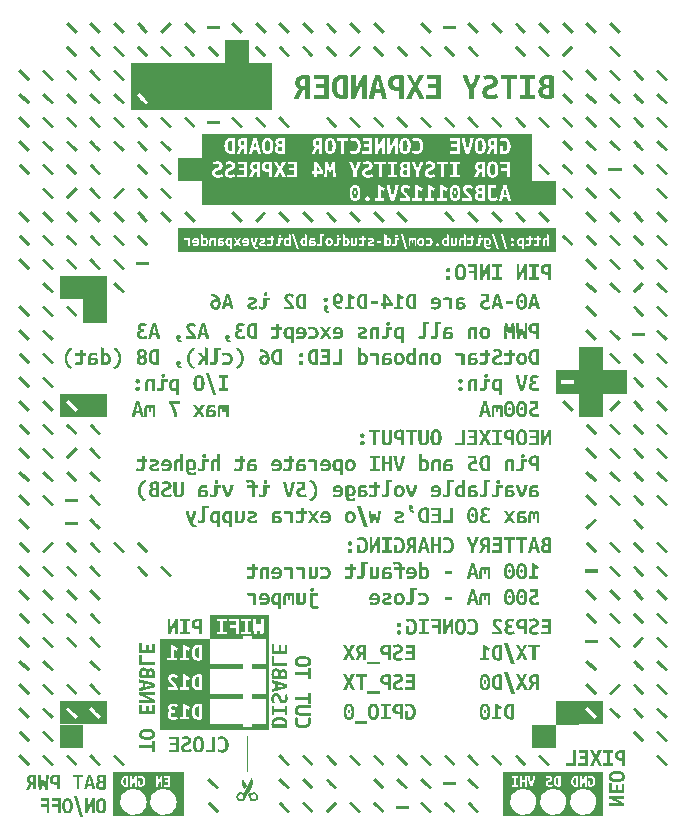
<source format=gbr>
G04 This is an RS-274x file exported by *
G04 gerbv version 2.7.0 *
G04 More information is available about gerbv at *
G04 http://gerbv.geda-project.org/ *
G04 --End of header info--*
%MOIN*%
%FSLAX36Y36*%
%IPPOS*%
G04 --Define apertures--*
%ADD10C,0.0139*%
G04 --Start main section--*
G54D10*
G36*
G01X0912700Y2480150D02*
G01X0912700Y2480150D01*
G01X0925100Y2467750D01*
G01X0917600Y2460250D01*
G01X0905200Y2472650D01*
G01X0905200Y2472650D01*
G01X0898000Y2479850D01*
G01X0898000Y2479850D01*
G01X0885600Y2492250D01*
G01X0893100Y2499750D01*
G01X0905500Y2487350D01*
G01X0905500Y2487350D01*
G01X0912700Y2480150D01*
G01X0912700Y2480150D01*
G37*
G36*
G01X0912700Y2401350D02*
G01X0912700Y2401350D01*
G01X0925100Y2389050D01*
G01X0917600Y2381550D01*
G01X0905200Y2393850D01*
G01X0905200Y2393850D01*
G01X0898000Y2401050D01*
G01X0898000Y2401050D01*
G01X0885600Y2413450D01*
G01X0893100Y2420950D01*
G01X0905500Y2408550D01*
G01X0905500Y2408550D01*
G01X0912700Y2401350D01*
G01X0912700Y2401350D01*
G37*
G36*
G01X0912700Y2322750D02*
G01X0912700Y2322750D01*
G01X0925100Y2310350D01*
G01X0917600Y2302850D01*
G01X0905200Y2315250D01*
G01X0905200Y2315250D01*
G01X0898000Y2322450D01*
G01X0898000Y2322450D01*
G01X0885600Y2334850D01*
G01X0893100Y2342350D01*
G01X0905500Y2329950D01*
G01X0905500Y2329950D01*
G01X0912700Y2322750D01*
G01X0912700Y2322750D01*
G37*
G36*
G01X0912700Y2244050D02*
G01X0912700Y2244050D01*
G01X0925100Y2231650D01*
G01X0917600Y2224150D01*
G01X0905200Y2236550D01*
G01X0905200Y2236550D01*
G01X0898000Y2243750D01*
G01X0898000Y2243750D01*
G01X0885600Y2256050D01*
G01X0893100Y2263550D01*
G01X0905500Y2251250D01*
G01X0905500Y2251250D01*
G01X0912700Y2244050D01*
G01X0912700Y2244050D01*
G37*
G36*
G01X0991300Y2322750D02*
G01X0991300Y2322750D01*
G01X1003700Y2310350D01*
G01X0996200Y2302850D01*
G01X0983800Y2315250D01*
G01X0983800Y2315250D01*
G01X0976600Y2322450D01*
G01X0976600Y2322450D01*
G01X0964300Y2334850D01*
G01X0971800Y2342350D01*
G01X0984100Y2329950D01*
G01X0984100Y2329950D01*
G01X0991300Y2322750D01*
G01X0991300Y2322750D01*
G37*
G36*
G01X1070100Y2322750D02*
G01X1070100Y2322750D01*
G01X1082500Y2310350D01*
G01X1075000Y2302850D01*
G01X1062600Y2315250D01*
G01X1062600Y2315250D01*
G01X1055400Y2322450D01*
G01X1055400Y2322450D01*
G01X1043000Y2334850D01*
G01X1050500Y2342350D01*
G01X1062900Y2329950D01*
G01X1062900Y2329950D01*
G01X1070100Y2322750D01*
G01X1070100Y2322750D01*
G37*
G36*
G01X1070100Y2244050D02*
G01X1070100Y2244050D01*
G01X1082500Y2231650D01*
G01X1075000Y2224150D01*
G01X1062600Y2236550D01*
G01X1062600Y2236550D01*
G01X1055400Y2243750D01*
G01X1055400Y2243750D01*
G01X1043000Y2256050D01*
G01X1050500Y2263550D01*
G01X1062900Y2251250D01*
G01X1062900Y2251250D01*
G01X1070100Y2244050D01*
G01X1070100Y2244050D01*
G37*
G36*
G01X0991300Y2244050D02*
G01X0991300Y2244050D01*
G01X1003700Y2231650D01*
G01X0996200Y2224150D01*
G01X0983800Y2236550D01*
G01X0983800Y2236550D01*
G01X0976600Y2243750D01*
G01X0976600Y2243750D01*
G01X0964300Y2256050D01*
G01X0971800Y2263550D01*
G01X0984100Y2251250D01*
G01X0984100Y2251250D01*
G01X0991300Y2244050D01*
G01X0991300Y2244050D01*
G37*
G36*
G01X0755200Y2322750D02*
G01X0755200Y2322750D01*
G01X0767600Y2310350D01*
G01X0760100Y2302850D01*
G01X0747700Y2315250D01*
G01X0747700Y2315250D01*
G01X0740500Y2322450D01*
G01X0740500Y2322450D01*
G01X0728100Y2334850D01*
G01X0735600Y2342350D01*
G01X0748000Y2329950D01*
G01X0748000Y2329950D01*
G01X0755200Y2322750D01*
G01X0755200Y2322750D01*
G37*
G36*
G01X0755200Y2244050D02*
G01X0755200Y2244050D01*
G01X0767600Y2231650D01*
G01X0760100Y2224150D01*
G01X0747700Y2236550D01*
G01X0747700Y2236550D01*
G01X0740500Y2243750D01*
G01X0740500Y2243750D01*
G01X0728100Y2256050D01*
G01X0735600Y2263550D01*
G01X0748000Y2251250D01*
G01X0748000Y2251250D01*
G01X0755200Y2244050D01*
G01X0755200Y2244050D01*
G37*
G36*
G01X0834000Y2322750D02*
G01X0834000Y2322750D01*
G01X0846300Y2310350D01*
G01X0838800Y2302850D01*
G01X0826500Y2315250D01*
G01X0826500Y2315250D01*
G01X0819300Y2322450D01*
G01X0819300Y2322450D01*
G01X0806900Y2334850D01*
G01X0814400Y2342350D01*
G01X0826800Y2329950D01*
G01X0826800Y2329950D01*
G01X0834000Y2322750D01*
G01X0834000Y2322750D01*
G37*
G36*
G01X0834000Y2244050D02*
G01X0834000Y2244050D01*
G01X0846300Y2231650D01*
G01X0838800Y2224150D01*
G01X0826500Y2236550D01*
G01X0826500Y2236550D01*
G01X0819300Y2243750D01*
G01X0819300Y2243750D01*
G01X0806900Y2256050D01*
G01X0814400Y2263550D01*
G01X0826800Y2251250D01*
G01X0826800Y2251250D01*
G01X0834000Y2244050D01*
G01X0834000Y2244050D01*
G37*
G36*
G01X0912700Y2165250D02*
G01X0912700Y2165250D01*
G01X0925100Y2152850D01*
G01X0917600Y2145350D01*
G01X0905200Y2157750D01*
G01X0905200Y2157750D01*
G01X0898000Y2164950D01*
G01X0898000Y2164950D01*
G01X0885600Y2177350D01*
G01X0893100Y2184850D01*
G01X0905500Y2172450D01*
G01X0905500Y2172450D01*
G01X0912700Y2165250D01*
G01X0912700Y2165250D01*
G37*
G36*
G01X1070100Y2165250D02*
G01X1070100Y2165250D01*
G01X1082500Y2152850D01*
G01X1075000Y2145350D01*
G01X1062600Y2157750D01*
G01X1062600Y2157750D01*
G01X1055400Y2164950D01*
G01X1055400Y2164950D01*
G01X1043000Y2177350D01*
G01X1050500Y2184850D01*
G01X1062900Y2172450D01*
G01X1062900Y2172450D01*
G01X1070100Y2165250D01*
G01X1070100Y2165250D01*
G37*
G36*
G01X0991300Y2165250D02*
G01X0991300Y2165250D01*
G01X1003700Y2152850D01*
G01X0996200Y2145350D01*
G01X0983800Y2157750D01*
G01X0983800Y2157750D01*
G01X0976600Y2164950D01*
G01X0976600Y2164950D01*
G01X0964300Y2177350D01*
G01X0971800Y2184850D01*
G01X0984100Y2172450D01*
G01X0984100Y2172450D01*
G01X0991300Y2165250D01*
G01X0991300Y2165250D01*
G37*
G36*
G01X0755200Y2165250D02*
G01X0755200Y2165250D01*
G01X0767600Y2152850D01*
G01X0760100Y2145350D01*
G01X0747700Y2157750D01*
G01X0747700Y2157750D01*
G01X0740500Y2164950D01*
G01X0740500Y2164950D01*
G01X0728100Y2177350D01*
G01X0735600Y2184850D01*
G01X0748000Y2172450D01*
G01X0748000Y2172450D01*
G01X0755200Y2165250D01*
G01X0755200Y2165250D01*
G37*
G36*
G01X0834000Y2165250D02*
G01X0834000Y2165250D01*
G01X0846300Y2152850D01*
G01X0838800Y2145350D01*
G01X0826500Y2157750D01*
G01X0826500Y2157750D01*
G01X0819300Y2164950D01*
G01X0819300Y2164950D01*
G01X0806900Y2177350D01*
G01X0814400Y2184850D01*
G01X0826800Y2172450D01*
G01X0826800Y2172450D01*
G01X0834000Y2165250D01*
G01X0834000Y2165250D01*
G37*
G36*
G01X0676500Y2165250D02*
G01X0676500Y2165250D01*
G01X0688800Y2152850D01*
G01X0681300Y2145350D01*
G01X0669000Y2157750D01*
G01X0669000Y2157750D01*
G01X0661800Y2164950D01*
G01X0661800Y2164950D01*
G01X0649400Y2177350D01*
G01X0656900Y2184850D01*
G01X0669300Y2172450D01*
G01X0669300Y2172450D01*
G01X0676500Y2165250D01*
G01X0676500Y2165250D01*
G37*
G36*
G01X0597700Y2165250D02*
G01X0597700Y2165250D01*
G01X0610100Y2152850D01*
G01X0602600Y2145350D01*
G01X0590200Y2157750D01*
G01X0590200Y2157750D01*
G01X0583000Y2164950D01*
G01X0583000Y2164950D01*
G01X0570600Y2177350D01*
G01X0578100Y2184850D01*
G01X0590500Y2172450D01*
G01X0590500Y2172450D01*
G01X0597700Y2165250D01*
G01X0597700Y2165250D01*
G37*
G36*
G01X0519000Y2165250D02*
G01X0519000Y2165250D01*
G01X0531300Y2152850D01*
G01X0523800Y2145350D01*
G01X0511500Y2157750D01*
G01X0511500Y2157750D01*
G01X0504300Y2164950D01*
G01X0504300Y2164950D01*
G01X0491900Y2177350D01*
G01X0499400Y2184850D01*
G01X0511800Y2172450D01*
G01X0511800Y2172450D01*
G01X0519000Y2165250D01*
G01X0519000Y2165250D01*
G37*
G36*
G01X0440200Y2165250D02*
G01X0440200Y2165250D01*
G01X0452600Y2152850D01*
G01X0445100Y2145350D01*
G01X0432700Y2157750D01*
G01X0432700Y2157750D01*
G01X0425500Y2164950D01*
G01X0425500Y2164950D01*
G01X0413100Y2177350D01*
G01X0420600Y2184850D01*
G01X0433000Y2172450D01*
G01X0433000Y2172450D01*
G01X0440200Y2165250D01*
G01X0440200Y2165250D01*
G37*
G36*
G01X0361500Y2165250D02*
G01X0361500Y2165250D01*
G01X0373800Y2152850D01*
G01X0366300Y2145350D01*
G01X0354000Y2157750D01*
G01X0354000Y2157750D01*
G01X0346800Y2164950D01*
G01X0346800Y2164950D01*
G01X0334400Y2177350D01*
G01X0341900Y2184850D01*
G01X0354300Y2172450D01*
G01X0354300Y2172450D01*
G01X0361500Y2165250D01*
G01X0361500Y2165250D01*
G37*
G36*
G01X0282700Y2165250D02*
G01X0282700Y2165250D01*
G01X0295100Y2152850D01*
G01X0287600Y2145350D01*
G01X0275200Y2157750D01*
G01X0275200Y2157750D01*
G01X0268000Y2164950D01*
G01X0268000Y2164950D01*
G01X0255600Y2177350D01*
G01X0263100Y2184850D01*
G01X0275500Y2172450D01*
G01X0275500Y2172450D01*
G01X0282700Y2165250D01*
G01X0282700Y2165250D01*
G37*
G36*
G01X0204000Y2165250D02*
G01X0204000Y2165250D01*
G01X0216300Y2152850D01*
G01X0208800Y2145350D01*
G01X0196500Y2157750D01*
G01X0196500Y2157750D01*
G01X0189300Y2164950D01*
G01X0189300Y2164950D01*
G01X0176900Y2177350D01*
G01X0184400Y2184850D01*
G01X0196800Y2172450D01*
G01X0196800Y2172450D01*
G01X0204000Y2165250D01*
G01X0204000Y2165250D01*
G37*
G36*
G01X0125200Y2165250D02*
G01X0125200Y2165250D01*
G01X0137600Y2152850D01*
G01X0130100Y2145350D01*
G01X0117700Y2157750D01*
G01X0117700Y2157750D01*
G01X0110500Y2164950D01*
G01X0110500Y2164950D01*
G01X0098100Y2177350D01*
G01X0105600Y2184850D01*
G01X0118000Y2172450D01*
G01X0118000Y2172450D01*
G01X0125200Y2165250D01*
G01X0125200Y2165250D01*
G37*
G36*
G01X0046500Y2165250D02*
G01X0046500Y2165250D01*
G01X0058800Y2152850D01*
G01X0051300Y2145350D01*
G01X0039000Y2157750D01*
G01X0039000Y2157750D01*
G01X0031800Y2164950D01*
G01X0031800Y2164950D01*
G01X0019400Y2177350D01*
G01X0027000Y2184750D01*
G01X0039400Y2172350D01*
G01X0039400Y2172350D01*
G01X0046500Y2165250D01*
G01X0046500Y2165250D01*
G37*
G36*
G01X-032300Y2165250D02*
G01X-032300Y2165250D01*
G01X-019900Y2152850D01*
G01X-027400Y2145350D01*
G01X-039800Y2157750D01*
G01X-039800Y2157750D01*
G01X-047000Y2164950D01*
G01X-047000Y2164950D01*
G01X-059400Y2177350D01*
G01X-051900Y2184850D01*
G01X-039500Y2172450D01*
G01X-039500Y2172450D01*
G01X-032300Y2165250D01*
G01X-032300Y2165250D01*
G37*
G36*
G01X-189600Y2165250D02*
G01X-189600Y2165250D01*
G01X-177300Y2152850D01*
G01X-184800Y2145350D01*
G01X-197100Y2157750D01*
G01X-197100Y2157750D01*
G01X-204400Y2164950D01*
G01X-204400Y2164950D01*
G01X-216700Y2177350D01*
G01X-209200Y2184850D01*
G01X-196900Y2172450D01*
G01X-196900Y2172450D01*
G01X-189600Y2165250D01*
G01X-189600Y2165250D01*
G37*
G36*
G01X-268400Y2165250D02*
G01X-268400Y2165250D01*
G01X-256000Y2152850D01*
G01X-263500Y2145350D01*
G01X-275900Y2157750D01*
G01X-275900Y2157750D01*
G01X-283100Y2164950D01*
G01X-283100Y2164950D01*
G01X-295500Y2177350D01*
G01X-288000Y2184850D01*
G01X-275600Y2172450D01*
G01X-275600Y2172450D01*
G01X-268400Y2165250D01*
G01X-268400Y2165250D01*
G37*
G36*
G01X-347100Y2165250D02*
G01X-347100Y2165250D01*
G01X-334800Y2152850D01*
G01X-342300Y2145350D01*
G01X-354600Y2157750D01*
G01X-354600Y2157750D01*
G01X-361900Y2164850D01*
G01X-361900Y2164850D01*
G01X-374200Y2177250D01*
G01X-366700Y2184750D01*
G01X-354400Y2172350D01*
G01X-354400Y2172350D01*
G01X-347100Y2165250D01*
G01X-347100Y2165250D01*
G37*
G36*
G01X-428200Y2170350D02*
G01X-428200Y2170350D01*
G01X-410700Y2170350D01*
G01X-410700Y2159750D01*
G01X-428200Y2159750D01*
G01X-428200Y2159750D01*
G01X-438400Y2159750D01*
G01X-438400Y2159750D01*
G01X-455900Y2159750D01*
G01X-455900Y2170350D01*
G01X-438400Y2170350D01*
G01X-438400Y2170350D01*
G01X-428200Y2170350D01*
G01X-428200Y2170350D01*
G37*
G36*
G01X-504600Y2165250D02*
G01X-504600Y2165250D01*
G01X-492300Y2152850D01*
G01X-499800Y2145350D01*
G01X-512100Y2157750D01*
G01X-512100Y2157750D01*
G01X-519400Y2164950D01*
G01X-519400Y2164950D01*
G01X-531700Y2177350D01*
G01X-524200Y2184850D01*
G01X-511900Y2172450D01*
G01X-511900Y2172450D01*
G01X-504600Y2165250D01*
G01X-504600Y2165250D01*
G37*
G36*
G01X-583400Y2165250D02*
G01X-583400Y2165250D01*
G01X-571000Y2152850D01*
G01X-578500Y2145350D01*
G01X-590900Y2157750D01*
G01X-590900Y2157750D01*
G01X-598100Y2164950D01*
G01X-598100Y2164950D01*
G01X-610500Y2177350D01*
G01X-603000Y2184850D01*
G01X-590600Y2172450D01*
G01X-590600Y2172450D01*
G01X-583400Y2165250D01*
G01X-583400Y2165250D01*
G37*
G36*
G01X-662100Y2165250D02*
G01X-662100Y2165250D01*
G01X-649800Y2152850D01*
G01X-657300Y2145350D01*
G01X-669600Y2157750D01*
G01X-669600Y2157750D01*
G01X-676900Y2164950D01*
G01X-676900Y2164950D01*
G01X-689200Y2177350D01*
G01X-681700Y2184850D01*
G01X-669400Y2172450D01*
G01X-669400Y2172450D01*
G01X-662100Y2165250D01*
G01X-662100Y2165250D01*
G37*
G36*
G01X-740900Y2165250D02*
G01X-740900Y2165250D01*
G01X-728500Y2152850D01*
G01X-736000Y2145350D01*
G01X-748400Y2157750D01*
G01X-748400Y2157750D01*
G01X-755600Y2164950D01*
G01X-755600Y2164950D01*
G01X-768000Y2177350D01*
G01X-760500Y2184850D01*
G01X-748100Y2172450D01*
G01X-748100Y2172450D01*
G01X-740900Y2165250D01*
G01X-740900Y2165250D01*
G37*
G36*
G01X-819600Y2165250D02*
G01X-819600Y2165250D01*
G01X-807300Y2152850D01*
G01X-814800Y2145350D01*
G01X-827100Y2157750D01*
G01X-827100Y2157750D01*
G01X-834400Y2164950D01*
G01X-834400Y2164950D01*
G01X-846700Y2177350D01*
G01X-839200Y2184850D01*
G01X-826900Y2172450D01*
G01X-826900Y2172450D01*
G01X-819600Y2165250D01*
G01X-819600Y2165250D01*
G37*
G36*
G01X-898400Y2165250D02*
G01X-898400Y2165250D01*
G01X-886000Y2152850D01*
G01X-893500Y2145350D01*
G01X-905900Y2157750D01*
G01X-905900Y2157750D01*
G01X-913100Y2164950D01*
G01X-913100Y2164950D01*
G01X-925500Y2177350D01*
G01X-918000Y2184850D01*
G01X-905600Y2172450D01*
G01X-905600Y2172450D01*
G01X-898400Y2165250D01*
G01X-898400Y2165250D01*
G37*
G36*
G01X-977100Y2165250D02*
G01X-977100Y2165250D01*
G01X-964800Y2152850D01*
G01X-972300Y2145350D01*
G01X-984600Y2157750D01*
G01X-984600Y2157750D01*
G01X-991900Y2164950D01*
G01X-991900Y2164950D01*
G01X-1004200Y2177350D01*
G01X-996700Y2184850D01*
G01X-984400Y2172450D01*
G01X-984400Y2172450D01*
G01X-977100Y2165250D01*
G01X-977100Y2165250D01*
G37*
G36*
G01X-1055900Y2165250D02*
G01X-1055900Y2165250D01*
G01X-1043500Y2152850D01*
G01X-1051000Y2145350D01*
G01X-1063400Y2157750D01*
G01X-1063400Y2157750D01*
G01X-1070600Y2164950D01*
G01X-1070600Y2164950D01*
G01X-1083000Y2177350D01*
G01X-1075500Y2184850D01*
G01X-1063100Y2172450D01*
G01X-1063100Y2172450D01*
G01X-1055900Y2165250D01*
G01X-1055900Y2165250D01*
G37*
G36*
G01X-740900Y2244050D02*
G01X-740900Y2244050D01*
G01X-728500Y2231650D01*
G01X-736000Y2224150D01*
G01X-748400Y2236550D01*
G01X-748400Y2236550D01*
G01X-755600Y2243750D01*
G01X-755600Y2243750D01*
G01X-768000Y2256050D01*
G01X-760500Y2263550D01*
G01X-748100Y2251250D01*
G01X-748100Y2251250D01*
G01X-740900Y2244050D01*
G01X-740900Y2244050D01*
G37*
G36*
G01X-819600Y2244050D02*
G01X-819600Y2244050D01*
G01X-807300Y2231650D01*
G01X-814800Y2224150D01*
G01X-827100Y2236550D01*
G01X-827100Y2236550D01*
G01X-834400Y2243750D01*
G01X-834400Y2243750D01*
G01X-846700Y2256050D01*
G01X-839200Y2263550D01*
G01X-826900Y2251250D01*
G01X-826900Y2251250D01*
G01X-819600Y2244050D01*
G01X-819600Y2244050D01*
G37*
G36*
G01X-898400Y2244050D02*
G01X-898400Y2244050D01*
G01X-886000Y2231650D01*
G01X-893500Y2224150D01*
G01X-905900Y2236550D01*
G01X-905900Y2236550D01*
G01X-913100Y2243750D01*
G01X-913100Y2243750D01*
G01X-925500Y2256050D01*
G01X-918000Y2263550D01*
G01X-905600Y2251250D01*
G01X-905600Y2251250D01*
G01X-898400Y2244050D01*
G01X-898400Y2244050D01*
G37*
G36*
G01X-977100Y2244050D02*
G01X-977100Y2244050D01*
G01X-964800Y2231650D01*
G01X-972300Y2224150D01*
G01X-984600Y2236550D01*
G01X-984600Y2236550D01*
G01X-991900Y2243750D01*
G01X-991900Y2243750D01*
G01X-1004200Y2256050D01*
G01X-996700Y2263550D01*
G01X-984400Y2251250D01*
G01X-984400Y2251250D01*
G01X-977100Y2244050D01*
G01X-977100Y2244050D01*
G37*
G36*
G01X-1055900Y2244050D02*
G01X-1055900Y2244050D01*
G01X-1043500Y2231650D01*
G01X-1051000Y2224150D01*
G01X-1063400Y2236550D01*
G01X-1063400Y2236550D01*
G01X-1070600Y2243750D01*
G01X-1070600Y2243750D01*
G01X-1082800Y2255950D01*
G01X-1075300Y2263450D01*
G01X-1063000Y2251050D01*
G01X-1063000Y2251050D01*
G01X-1055900Y2244050D01*
G01X-1055900Y2244050D01*
G37*
G36*
G01X-740900Y2322750D02*
G01X-740900Y2322750D01*
G01X-728500Y2310350D01*
G01X-736000Y2302850D01*
G01X-748400Y2315250D01*
G01X-748400Y2315250D01*
G01X-755600Y2322450D01*
G01X-755600Y2322450D01*
G01X-768000Y2334850D01*
G01X-760500Y2342350D01*
G01X-748100Y2329950D01*
G01X-748100Y2329950D01*
G01X-740900Y2322750D01*
G01X-740900Y2322750D01*
G37*
G36*
G01X-819600Y2322750D02*
G01X-819600Y2322750D01*
G01X-807300Y2310350D01*
G01X-814800Y2302850D01*
G01X-827100Y2315250D01*
G01X-827100Y2315250D01*
G01X-834400Y2322450D01*
G01X-834400Y2322450D01*
G01X-846700Y2334850D01*
G01X-839200Y2342350D01*
G01X-826900Y2329950D01*
G01X-826900Y2329950D01*
G01X-819600Y2322750D01*
G01X-819600Y2322750D01*
G37*
G36*
G01X-898400Y2322750D02*
G01X-898400Y2322750D01*
G01X-886000Y2310350D01*
G01X-893500Y2302850D01*
G01X-905900Y2315250D01*
G01X-905900Y2315250D01*
G01X-913100Y2322450D01*
G01X-913100Y2322450D01*
G01X-925500Y2334850D01*
G01X-918000Y2342350D01*
G01X-905600Y2329950D01*
G01X-905600Y2329950D01*
G01X-898400Y2322750D01*
G01X-898400Y2322750D01*
G37*
G36*
G01X-740900Y2401350D02*
G01X-740900Y2401350D01*
G01X-728500Y2389050D01*
G01X-736000Y2381550D01*
G01X-748400Y2393850D01*
G01X-748400Y2393850D01*
G01X-755600Y2401050D01*
G01X-755600Y2401050D01*
G01X-768000Y2413450D01*
G01X-760500Y2420950D01*
G01X-748100Y2408550D01*
G01X-748100Y2408550D01*
G01X-740900Y2401350D01*
G01X-740900Y2401350D01*
G37*
G36*
G01X-819600Y2401350D02*
G01X-819600Y2401350D01*
G01X-807300Y2389050D01*
G01X-814800Y2381550D01*
G01X-827100Y2393850D01*
G01X-827100Y2393850D01*
G01X-834400Y2401050D01*
G01X-834400Y2401050D01*
G01X-846700Y2413450D01*
G01X-839200Y2420950D01*
G01X-826900Y2408550D01*
G01X-826900Y2408550D01*
G01X-819600Y2401350D01*
G01X-819600Y2401350D01*
G37*
G36*
G01X-898400Y2401350D02*
G01X-898400Y2401350D01*
G01X-886000Y2389050D01*
G01X-893500Y2381550D01*
G01X-905900Y2393850D01*
G01X-905900Y2393850D01*
G01X-913100Y2401050D01*
G01X-913100Y2401050D01*
G01X-925500Y2413450D01*
G01X-918000Y2420950D01*
G01X-905600Y2408550D01*
G01X-905600Y2408550D01*
G01X-898400Y2401350D01*
G01X-898400Y2401350D01*
G37*
G36*
G01X-740900Y2480150D02*
G01X-740900Y2480150D01*
G01X-728500Y2467750D01*
G01X-736000Y2460250D01*
G01X-748400Y2472650D01*
G01X-748400Y2472650D01*
G01X-755600Y2479850D01*
G01X-755600Y2479850D01*
G01X-768000Y2492250D01*
G01X-760500Y2499750D01*
G01X-748100Y2487350D01*
G01X-748100Y2487350D01*
G01X-740900Y2480150D01*
G01X-740900Y2480150D01*
G37*
G36*
G01X-819600Y2480150D02*
G01X-819600Y2480150D01*
G01X-807300Y2467750D01*
G01X-814800Y2460250D01*
G01X-827100Y2472650D01*
G01X-827100Y2472650D01*
G01X-834400Y2479850D01*
G01X-834400Y2479850D01*
G01X-846700Y2492250D01*
G01X-839200Y2499750D01*
G01X-826900Y2487350D01*
G01X-826900Y2487350D01*
G01X-819600Y2480150D01*
G01X-819600Y2480150D01*
G37*
G36*
G01X-898400Y2480150D02*
G01X-898400Y2480150D01*
G01X-886000Y2467750D01*
G01X-893500Y2460250D01*
G01X-905900Y2472650D01*
G01X-905900Y2472650D01*
G01X-913100Y2479850D01*
G01X-913100Y2479850D01*
G01X-925500Y2492250D01*
G01X-918000Y2499750D01*
G01X-905600Y2487350D01*
G01X-905600Y2487350D01*
G01X-898400Y2480150D01*
G01X-898400Y2480150D01*
G37*
G36*
G01X-504600Y2401350D02*
G01X-504600Y2401350D01*
G01X-492300Y2389050D01*
G01X-499800Y2381550D01*
G01X-512100Y2393850D01*
G01X-512100Y2393850D01*
G01X-519400Y2401050D01*
G01X-519400Y2401050D01*
G01X-531700Y2413450D01*
G01X-524200Y2420950D01*
G01X-511900Y2408550D01*
G01X-511900Y2408550D01*
G01X-504600Y2401350D01*
G01X-504600Y2401350D01*
G37*
G36*
G01X-425900Y2401350D02*
G01X-425900Y2401350D01*
G01X-413500Y2389050D01*
G01X-421000Y2381550D01*
G01X-433400Y2393850D01*
G01X-433400Y2393850D01*
G01X-440600Y2401050D01*
G01X-440600Y2401050D01*
G01X-453000Y2413450D01*
G01X-445500Y2420950D01*
G01X-433100Y2408550D01*
G01X-433100Y2408550D01*
G01X-425900Y2401350D01*
G01X-425900Y2401350D01*
G37*
G36*
G01X-583400Y2401350D02*
G01X-583400Y2401350D01*
G01X-571000Y2389050D01*
G01X-578500Y2381550D01*
G01X-590900Y2393850D01*
G01X-590900Y2393850D01*
G01X-598100Y2401050D01*
G01X-598100Y2401050D01*
G01X-610500Y2413450D01*
G01X-603000Y2420950D01*
G01X-590600Y2408550D01*
G01X-590600Y2408550D01*
G01X-583400Y2401350D01*
G01X-583400Y2401350D01*
G37*
G36*
G01X-662100Y2401350D02*
G01X-662100Y2401350D01*
G01X-649800Y2389050D01*
G01X-657300Y2381550D01*
G01X-669600Y2393850D01*
G01X-669600Y2393850D01*
G01X-676900Y2401050D01*
G01X-676900Y2401050D01*
G01X-689200Y2413450D01*
G01X-681700Y2420950D01*
G01X-669400Y2408550D01*
G01X-669400Y2408550D01*
G01X-662100Y2401350D01*
G01X-662100Y2401350D01*
G37*
G36*
G01X-504600Y2480150D02*
G01X-504600Y2480150D01*
G01X-492300Y2467750D01*
G01X-499800Y2460250D01*
G01X-512100Y2472650D01*
G01X-512100Y2472650D01*
G01X-519400Y2479850D01*
G01X-519400Y2479850D01*
G01X-531700Y2492250D01*
G01X-524200Y2499750D01*
G01X-511900Y2487350D01*
G01X-511900Y2487350D01*
G01X-504600Y2480150D01*
G01X-504600Y2480150D01*
G37*
G36*
G01X-428200Y2485250D02*
G01X-428200Y2485250D01*
G01X-410700Y2485250D01*
G01X-410700Y2474550D01*
G01X-428200Y2474550D01*
G01X-428200Y2474550D01*
G01X-438400Y2474550D01*
G01X-438400Y2474550D01*
G01X-455900Y2474550D01*
G01X-455900Y2485250D01*
G01X-438400Y2485250D01*
G01X-438400Y2485250D01*
G01X-428200Y2485250D01*
G01X-428200Y2485250D01*
G37*
G36*
G01X-347100Y2480150D02*
G01X-347100Y2480150D01*
G01X-334800Y2467750D01*
G01X-342400Y2460250D01*
G01X-354800Y2472650D01*
G01X-354800Y2472650D01*
G01X-361900Y2479850D01*
G01X-361900Y2479850D01*
G01X-374200Y2492250D01*
G01X-366700Y2499750D01*
G01X-354400Y2487350D01*
G01X-354400Y2487350D01*
G01X-347100Y2480150D01*
G01X-347100Y2480150D01*
G37*
G36*
G01X-590900Y2487350D02*
G01X-590900Y2487350D01*
G01X-578500Y2499750D01*
G01X-571000Y2492250D01*
G01X-583400Y2479850D01*
G01X-583400Y2479850D01*
G01X-590600Y2472650D01*
G01X-590600Y2472650D01*
G01X-603000Y2460250D01*
G01X-610500Y2467850D01*
G01X-598100Y2480250D01*
G01X-598100Y2480250D01*
G01X-590900Y2487350D01*
G01X-590900Y2487350D01*
G37*
G36*
G01X-662100Y2480150D02*
G01X-662100Y2480150D01*
G01X-649800Y2467750D01*
G01X-657300Y2460250D01*
G01X-669600Y2472650D01*
G01X-669600Y2472650D01*
G01X-676900Y2479850D01*
G01X-676900Y2479850D01*
G01X-689200Y2492250D01*
G01X-681700Y2499750D01*
G01X-669400Y2487350D01*
G01X-669400Y2487350D01*
G01X-662100Y2480150D01*
G01X-662100Y2480150D01*
G37*
G36*
G01X-977100Y2322750D02*
G01X-977100Y2322750D01*
G01X-964800Y2310350D01*
G01X-972300Y2302850D01*
G01X-984600Y2315250D01*
G01X-984600Y2315250D01*
G01X-991900Y2322450D01*
G01X-991900Y2322450D01*
G01X-1004200Y2334850D01*
G01X-996700Y2342350D01*
G01X-984400Y2329950D01*
G01X-984400Y2329950D01*
G01X-977100Y2322750D01*
G01X-977100Y2322750D01*
G37*
G36*
G01X-1055900Y2322750D02*
G01X-1055900Y2322750D01*
G01X-1043500Y2310350D01*
G01X-1051000Y2302850D01*
G01X-1063400Y2315250D01*
G01X-1063400Y2315250D01*
G01X-1070600Y2322450D01*
G01X-1070600Y2322450D01*
G01X-1083000Y2334850D01*
G01X-1075500Y2342350D01*
G01X-1063100Y2329950D01*
G01X-1063100Y2329950D01*
G01X-1055900Y2322750D01*
G01X-1055900Y2322750D01*
G37*
G36*
G01X0834000Y2480150D02*
G01X0834000Y2480150D01*
G01X0846300Y2467750D01*
G01X0838800Y2460250D01*
G01X0826500Y2472650D01*
G01X0826500Y2472650D01*
G01X0819300Y2479850D01*
G01X0819300Y2479850D01*
G01X0806900Y2492250D01*
G01X0814400Y2499750D01*
G01X0826800Y2487350D01*
G01X0826800Y2487350D01*
G01X0834000Y2480150D01*
G01X0834000Y2480150D01*
G37*
G36*
G01X0755200Y2480150D02*
G01X0755200Y2480150D01*
G01X0767600Y2467750D01*
G01X0760100Y2460250D01*
G01X0747700Y2472650D01*
G01X0747700Y2472650D01*
G01X0740500Y2479850D01*
G01X0740500Y2479850D01*
G01X0728100Y2492250D01*
G01X0735600Y2499750D01*
G01X0748000Y2487350D01*
G01X0748000Y2487350D01*
G01X0755200Y2480150D01*
G01X0755200Y2480150D01*
G37*
G36*
G01X0747700Y2408550D02*
G01X0747700Y2408550D01*
G01X0760100Y2420950D01*
G01X0767600Y2413450D01*
G01X0755200Y2401050D01*
G01X0755200Y2401050D01*
G01X0748000Y2393850D01*
G01X0748000Y2393850D01*
G01X0735600Y2381550D01*
G01X0728100Y2389050D01*
G01X0740500Y2401350D01*
G01X0740500Y2401350D01*
G01X0747700Y2408550D01*
G01X0747700Y2408550D01*
G37*
G36*
G01X0676500Y2480150D02*
G01X0676500Y2480150D01*
G01X0688800Y2467750D01*
G01X0681300Y2460250D01*
G01X0669000Y2472650D01*
G01X0669000Y2472650D01*
G01X0661800Y2479850D01*
G01X0661800Y2479850D01*
G01X0649400Y2492250D01*
G01X0656900Y2499750D01*
G01X0669300Y2487350D01*
G01X0669300Y2487350D01*
G01X0676500Y2480150D01*
G01X0676500Y2480150D01*
G37*
G36*
G01X0597700Y2480150D02*
G01X0597700Y2480150D01*
G01X0610100Y2467750D01*
G01X0602600Y2460250D01*
G01X0590200Y2472650D01*
G01X0590200Y2472650D01*
G01X0583000Y2479850D01*
G01X0583000Y2479850D01*
G01X0570600Y2492250D01*
G01X0578100Y2499750D01*
G01X0590500Y2487350D01*
G01X0590500Y2487350D01*
G01X0597700Y2480150D01*
G01X0597700Y2480150D01*
G37*
G36*
G01X0519000Y2480150D02*
G01X0519000Y2480150D01*
G01X0531300Y2467750D01*
G01X0523800Y2460250D01*
G01X0511500Y2472650D01*
G01X0511500Y2472650D01*
G01X0504300Y2479850D01*
G01X0504300Y2479850D01*
G01X0491900Y2492250D01*
G01X0499400Y2499750D01*
G01X0511800Y2487350D01*
G01X0511800Y2487350D01*
G01X0519000Y2480150D01*
G01X0519000Y2480150D01*
G37*
G36*
G01X0440200Y2480150D02*
G01X0440200Y2480150D01*
G01X0452600Y2467750D01*
G01X0445100Y2460250D01*
G01X0432700Y2472650D01*
G01X0432700Y2472650D01*
G01X0425500Y2479850D01*
G01X0425500Y2479850D01*
G01X0413100Y2492250D01*
G01X0420600Y2499750D01*
G01X0433000Y2487350D01*
G01X0433000Y2487350D01*
G01X0440200Y2480150D01*
G01X0440200Y2480150D01*
G37*
G36*
G01X0359300Y2485250D02*
G01X0359300Y2485250D01*
G01X0376800Y2485250D01*
G01X0376800Y2474550D01*
G01X0359300Y2474550D01*
G01X0359300Y2474550D01*
G01X0349100Y2474550D01*
G01X0349100Y2474550D01*
G01X0331600Y2474550D01*
G01X0331600Y2485250D01*
G01X0349100Y2485250D01*
G01X0349100Y2485250D01*
G01X0359300Y2485250D01*
G01X0359300Y2485250D01*
G37*
G36*
G01X0282700Y2480150D02*
G01X0282700Y2480150D01*
G01X0295100Y2467750D01*
G01X0287600Y2460250D01*
G01X0275200Y2472650D01*
G01X0275200Y2472650D01*
G01X0268000Y2479850D01*
G01X0268000Y2479850D01*
G01X0255600Y2492250D01*
G01X0263100Y2499750D01*
G01X0275500Y2487350D01*
G01X0275500Y2487350D01*
G01X0282700Y2480150D01*
G01X0282700Y2480150D01*
G37*
G36*
G01X0676500Y2401350D02*
G01X0676500Y2401350D01*
G01X0688800Y2389050D01*
G01X0681300Y2381550D01*
G01X0669000Y2393850D01*
G01X0669000Y2393850D01*
G01X0661800Y2401050D01*
G01X0661800Y2401050D01*
G01X0649400Y2413450D01*
G01X0656900Y2420950D01*
G01X0669300Y2408550D01*
G01X0669300Y2408550D01*
G01X0676500Y2401350D01*
G01X0676500Y2401350D01*
G37*
G36*
G01X0597700Y2401350D02*
G01X0597700Y2401350D01*
G01X0610100Y2389050D01*
G01X0602600Y2381550D01*
G01X0590200Y2393850D01*
G01X0590200Y2393850D01*
G01X0583000Y2401050D01*
G01X0583000Y2401050D01*
G01X0570600Y2413450D01*
G01X0578100Y2420950D01*
G01X0590500Y2408550D01*
G01X0590500Y2408550D01*
G01X0597700Y2401350D01*
G01X0597700Y2401350D01*
G37*
G36*
G01X0440200Y2401350D02*
G01X0440200Y2401350D01*
G01X0452600Y2389050D01*
G01X0445100Y2381550D01*
G01X0432700Y2393850D01*
G01X0432700Y2393850D01*
G01X0425500Y2401050D01*
G01X0425500Y2401050D01*
G01X0413100Y2413450D01*
G01X0420600Y2420950D01*
G01X0433000Y2408550D01*
G01X0433000Y2408550D01*
G01X0440200Y2401350D01*
G01X0440200Y2401350D01*
G37*
G36*
G01X0361500Y2401350D02*
G01X0361500Y2401350D01*
G01X0373800Y2389050D01*
G01X0366300Y2381550D01*
G01X0354000Y2393850D01*
G01X0354000Y2393850D01*
G01X0346800Y2401050D01*
G01X0346800Y2401050D01*
G01X0334400Y2413450D01*
G01X0341900Y2420950D01*
G01X0354300Y2408550D01*
G01X0354300Y2408550D01*
G01X0361500Y2401350D01*
G01X0361500Y2401350D01*
G37*
G36*
G01X0282700Y2401350D02*
G01X0282700Y2401350D01*
G01X0295100Y2389050D01*
G01X0287600Y2381550D01*
G01X0275200Y2393850D01*
G01X0275200Y2393850D01*
G01X0268000Y2401050D01*
G01X0268000Y2401050D01*
G01X0255600Y2413450D01*
G01X0263100Y2420950D01*
G01X0275500Y2408550D01*
G01X0275500Y2408550D01*
G01X0282700Y2401350D01*
G01X0282700Y2401350D01*
G37*
G36*
G01X0204000Y2401350D02*
G01X0204000Y2401350D01*
G01X0216300Y2389050D01*
G01X0208800Y2381550D01*
G01X0196500Y2393850D01*
G01X0196500Y2393850D01*
G01X0189300Y2401050D01*
G01X0189300Y2401050D01*
G01X0176900Y2413450D01*
G01X0184400Y2420950D01*
G01X0196800Y2408550D01*
G01X0196800Y2408550D01*
G01X0204000Y2401350D01*
G01X0204000Y2401350D01*
G37*
G36*
G01X0125200Y2401350D02*
G01X0125200Y2401350D01*
G01X0137600Y2389050D01*
G01X0130100Y2381550D01*
G01X0117700Y2393850D01*
G01X0117700Y2393850D01*
G01X0110500Y2401050D01*
G01X0110500Y2401050D01*
G01X0098100Y2413450D01*
G01X0105600Y2420950D01*
G01X0118000Y2408550D01*
G01X0118000Y2408550D01*
G01X0125200Y2401350D01*
G01X0125200Y2401350D01*
G37*
G36*
G01X0039400Y2393850D02*
G01X0039400Y2393850D01*
G01X0027000Y2381550D01*
G01X0019500Y2389050D01*
G01X0031900Y2401350D01*
G01X0031900Y2401350D01*
G01X0039100Y2408550D01*
G01X0039100Y2408550D01*
G01X0051500Y2420950D01*
G01X0059000Y2413450D01*
G01X0046600Y2401050D01*
G01X0046600Y2401050D01*
G01X0039400Y2393850D01*
G01X0039400Y2393850D01*
G37*
G36*
G01X-032300Y2401350D02*
G01X-032300Y2401350D01*
G01X-019900Y2389050D01*
G01X-027400Y2381550D01*
G01X-039800Y2393850D01*
G01X-039800Y2393850D01*
G01X-047000Y2401050D01*
G01X-047000Y2401050D01*
G01X-059400Y2413450D01*
G01X-051900Y2420950D01*
G01X-039500Y2408550D01*
G01X-039500Y2408550D01*
G01X-032300Y2401350D01*
G01X-032300Y2401350D01*
G37*
G36*
G01X-111000Y2401350D02*
G01X-111000Y2401350D01*
G01X-098700Y2389050D01*
G01X-106200Y2381550D01*
G01X-118500Y2393850D01*
G01X-118500Y2393850D01*
G01X-125700Y2401050D01*
G01X-125700Y2401050D01*
G01X-138100Y2413450D01*
G01X-130600Y2420950D01*
G01X-118200Y2408550D01*
G01X-118200Y2408550D01*
G01X-111000Y2401350D01*
G01X-111000Y2401350D01*
G37*
G36*
G01X-189600Y2401350D02*
G01X-189600Y2401350D01*
G01X-177300Y2389050D01*
G01X-184800Y2381550D01*
G01X-197100Y2393850D01*
G01X-197100Y2393850D01*
G01X-204400Y2401050D01*
G01X-204400Y2401050D01*
G01X-216700Y2413450D01*
G01X-209200Y2420950D01*
G01X-196900Y2408550D01*
G01X-196900Y2408550D01*
G01X-189600Y2401350D01*
G01X-189600Y2401350D01*
G37*
G36*
G01X-268400Y2401350D02*
G01X-268400Y2401350D01*
G01X-256000Y2389050D01*
G01X-263500Y2381550D01*
G01X-275900Y2393850D01*
G01X-275900Y2393850D01*
G01X-283100Y2401050D01*
G01X-283100Y2401050D01*
G01X-295500Y2413450D01*
G01X-288000Y2420950D01*
G01X-275600Y2408550D01*
G01X-275600Y2408550D01*
G01X-268400Y2401350D01*
G01X-268400Y2401350D01*
G37*
G36*
G01X0125200Y2480150D02*
G01X0125200Y2480150D01*
G01X0137600Y2467750D01*
G01X0130100Y2460250D01*
G01X0117700Y2472650D01*
G01X0117700Y2472650D01*
G01X0110500Y2479850D01*
G01X0110500Y2479850D01*
G01X0098100Y2492250D01*
G01X0105600Y2499750D01*
G01X0118000Y2487350D01*
G01X0118000Y2487350D01*
G01X0125200Y2480150D01*
G01X0125200Y2480150D01*
G37*
G36*
G01X0046500Y2480150D02*
G01X0046500Y2480150D01*
G01X0058800Y2467750D01*
G01X0051300Y2460250D01*
G01X0039000Y2472650D01*
G01X0039000Y2472650D01*
G01X0031800Y2479850D01*
G01X0031800Y2479850D01*
G01X0019400Y2492250D01*
G01X0027000Y2499750D01*
G01X0039400Y2487350D01*
G01X0039400Y2487350D01*
G01X0046500Y2480150D01*
G01X0046500Y2480150D01*
G37*
G36*
G01X-032300Y2480150D02*
G01X-032300Y2480150D01*
G01X-019900Y2467750D01*
G01X-027400Y2460250D01*
G01X-039800Y2472650D01*
G01X-039800Y2472650D01*
G01X-047000Y2479850D01*
G01X-047000Y2479850D01*
G01X-059400Y2492250D01*
G01X-051900Y2499750D01*
G01X-039500Y2487350D01*
G01X-039500Y2487350D01*
G01X-032300Y2480150D01*
G01X-032300Y2480150D01*
G37*
G36*
G01X-111000Y2480150D02*
G01X-111000Y2480150D01*
G01X-098700Y2467750D01*
G01X-106200Y2460250D01*
G01X-118500Y2472650D01*
G01X-118500Y2472650D01*
G01X-125700Y2479850D01*
G01X-125700Y2479850D01*
G01X-138100Y2492250D01*
G01X-130600Y2499750D01*
G01X-118200Y2487350D01*
G01X-118200Y2487350D01*
G01X-111000Y2480150D01*
G01X-111000Y2480150D01*
G37*
G36*
G01X-189600Y2480150D02*
G01X-189600Y2480150D01*
G01X-177300Y2467750D01*
G01X-184800Y2460250D01*
G01X-197300Y2472650D01*
G01X-197300Y2472650D01*
G01X-204500Y2479850D01*
G01X-204500Y2479850D01*
G01X-216900Y2492250D01*
G01X-209400Y2499750D01*
G01X-197000Y2487350D01*
G01X-197000Y2487350D01*
G01X-189600Y2480150D01*
G01X-189600Y2480150D01*
G37*
G36*
G01X-268400Y2480150D02*
G01X-268400Y2480150D01*
G01X-256000Y2467750D01*
G01X-263500Y2460250D01*
G01X-276000Y2472650D01*
G01X-276000Y2472650D01*
G01X-283200Y2479850D01*
G01X-283200Y2479850D01*
G01X-295600Y2492250D01*
G01X-288100Y2499750D01*
G01X-275700Y2487350D01*
G01X-275700Y2487350D01*
G01X-268400Y2480150D01*
G01X-268400Y2480150D01*
G37*
G36*
G01X-944900Y1653050D02*
G01X-944900Y1574450D01*
G01X-866300Y1574450D01*
G01X-866300Y1495850D01*
G01X-787700Y1495850D01*
G01X-787700Y1574450D01*
G01X-787700Y1653050D01*
G01X-866300Y1653050D01*
G01X-944900Y1653050D01*
G37*
G36*
G01X0708500Y0078350D02*
G01X0708500Y0157150D01*
G01X0629800Y0157150D01*
G01X0629800Y0078350D01*
G01X0708500Y0078350D01*
G37*
G36*
G01X-866400Y0078350D02*
G01X-866400Y0157150D01*
G01X-945100Y0157150D01*
G01X-945100Y0078350D01*
G01X-866400Y0078350D01*
G37*
G36*
G01X0708500Y1889450D02*
G01X0708500Y1968250D01*
G01X0629800Y1968250D01*
G01X0629800Y1889450D01*
G01X0708500Y1889450D01*
G37*
G36*
G01X-472600Y1968150D02*
G01X-472600Y2046950D01*
G01X-551300Y2046950D01*
G01X-551300Y1968150D01*
G01X-472600Y1968150D01*
G37*
G36*
G01X-320000Y0117750D02*
G01X-322700Y0117750D01*
G01X-322700Y-000250D01*
G01X-320000Y-000250D01*
G01X-317500Y-000250D01*
G01X-317500Y0117750D01*
G01X-320000Y0117750D01*
G37*
G36*
G01X-583400Y2165250D02*
G01X-583400Y2165250D01*
G01X-571000Y2152850D01*
G01X-578500Y2145350D01*
G01X-590900Y2157750D01*
G01X-590900Y2157750D01*
G01X-598100Y2164950D01*
G01X-598100Y2164950D01*
G01X-610500Y2177350D01*
G01X-603000Y2184850D01*
G01X-590600Y2172450D01*
G01X-590600Y2172450D01*
G01X-583400Y2165250D01*
G01X-583400Y2165250D01*
G37*
G36*
G01X-662100Y2165250D02*
G01X-662100Y2165250D01*
G01X-649800Y2152850D01*
G01X-657300Y2145350D01*
G01X-669600Y2157750D01*
G01X-669600Y2157750D01*
G01X-676900Y2164950D01*
G01X-676900Y2164950D01*
G01X-689200Y2177350D01*
G01X-681700Y2184850D01*
G01X-669400Y2172450D01*
G01X-669400Y2172450D01*
G01X-662100Y2165250D01*
G01X-662100Y2165250D01*
G37*
G36*
G01X-740900Y2165250D02*
G01X-740900Y2165250D01*
G01X-728500Y2152850D01*
G01X-736000Y2145350D01*
G01X-748400Y2157750D01*
G01X-748400Y2157750D01*
G01X-755600Y2164950D01*
G01X-755600Y2164950D01*
G01X-768000Y2177350D01*
G01X-760500Y2184850D01*
G01X-748100Y2172450D01*
G01X-748100Y2172450D01*
G01X-740900Y2165250D01*
G01X-740900Y2165250D01*
G37*
G36*
G01X-819600Y2165250D02*
G01X-819600Y2165250D01*
G01X-807300Y2152850D01*
G01X-814800Y2145350D01*
G01X-827100Y2157750D01*
G01X-827100Y2157750D01*
G01X-834400Y2164950D01*
G01X-834400Y2164950D01*
G01X-846700Y2177350D01*
G01X-839200Y2184850D01*
G01X-826900Y2172450D01*
G01X-826900Y2172450D01*
G01X-819600Y2165250D01*
G01X-819600Y2165250D01*
G37*
G36*
G01X-898400Y2165250D02*
G01X-898400Y2165250D01*
G01X-886000Y2152850D01*
G01X-893500Y2145350D01*
G01X-905900Y2157750D01*
G01X-905900Y2157750D01*
G01X-913100Y2164950D01*
G01X-913100Y2164950D01*
G01X-925500Y2177350D01*
G01X-918000Y2184850D01*
G01X-905600Y2172450D01*
G01X-905600Y2172450D01*
G01X-898400Y2165250D01*
G01X-898400Y2165250D01*
G37*
G36*
G01X-977100Y2165250D02*
G01X-977100Y2165250D01*
G01X-964800Y2152850D01*
G01X-972300Y2145350D01*
G01X-984600Y2157750D01*
G01X-984600Y2157750D01*
G01X-991900Y2164950D01*
G01X-991900Y2164950D01*
G01X-1004200Y2177350D01*
G01X-996700Y2184850D01*
G01X-984400Y2172450D01*
G01X-984400Y2172450D01*
G01X-977100Y2165250D01*
G01X-977100Y2165250D01*
G37*
G36*
G01X-1055900Y2165250D02*
G01X-1055900Y2165250D01*
G01X-1043500Y2152850D01*
G01X-1051000Y2145350D01*
G01X-1063400Y2157750D01*
G01X-1063400Y2157750D01*
G01X-1070600Y2164950D01*
G01X-1070600Y2164950D01*
G01X-1083000Y2177350D01*
G01X-1075500Y2184850D01*
G01X-1063100Y2172450D01*
G01X-1063100Y2172450D01*
G01X-1055900Y2165250D01*
G01X-1055900Y2165250D01*
G37*
G36*
G01X-583400Y2086550D02*
G01X-583400Y2086550D01*
G01X-571000Y2074150D01*
G01X-578500Y2066650D01*
G01X-590900Y2079050D01*
G01X-590900Y2079050D01*
G01X-598100Y2086250D01*
G01X-598100Y2086250D01*
G01X-610500Y2098550D01*
G01X-603000Y2106050D01*
G01X-590600Y2093750D01*
G01X-590600Y2093750D01*
G01X-583400Y2086550D01*
G01X-583400Y2086550D01*
G37*
G36*
G01X-662100Y2086550D02*
G01X-662100Y2086550D01*
G01X-649800Y2074150D01*
G01X-657300Y2066650D01*
G01X-669600Y2079050D01*
G01X-669600Y2079050D01*
G01X-676900Y2086250D01*
G01X-676900Y2086250D01*
G01X-689200Y2098550D01*
G01X-681700Y2106050D01*
G01X-669400Y2093750D01*
G01X-669400Y2093750D01*
G01X-662100Y2086550D01*
G01X-662100Y2086550D01*
G37*
G36*
G01X-740900Y2086550D02*
G01X-740900Y2086550D01*
G01X-728500Y2074150D01*
G01X-736000Y2066650D01*
G01X-748400Y2079050D01*
G01X-748400Y2079050D01*
G01X-755600Y2086250D01*
G01X-755600Y2086250D01*
G01X-768000Y2098550D01*
G01X-760500Y2106050D01*
G01X-748100Y2093750D01*
G01X-748100Y2093750D01*
G01X-740900Y2086550D01*
G01X-740900Y2086550D01*
G37*
G36*
G01X-819600Y2086550D02*
G01X-819600Y2086550D01*
G01X-807300Y2074150D01*
G01X-814800Y2066650D01*
G01X-827100Y2079050D01*
G01X-827100Y2079050D01*
G01X-834400Y2086250D01*
G01X-834400Y2086250D01*
G01X-846700Y2098550D01*
G01X-839200Y2106050D01*
G01X-826900Y2093750D01*
G01X-826900Y2093750D01*
G01X-819600Y2086550D01*
G01X-819600Y2086550D01*
G37*
G36*
G01X-898400Y2086550D02*
G01X-898400Y2086550D01*
G01X-886000Y2074150D01*
G01X-893500Y2066650D01*
G01X-905900Y2079050D01*
G01X-905900Y2079050D01*
G01X-913100Y2086250D01*
G01X-913100Y2086250D01*
G01X-925500Y2098550D01*
G01X-918000Y2106050D01*
G01X-905600Y2093750D01*
G01X-905600Y2093750D01*
G01X-898400Y2086550D01*
G01X-898400Y2086550D01*
G37*
G36*
G01X-977100Y2086550D02*
G01X-977100Y2086550D01*
G01X-964800Y2074150D01*
G01X-972300Y2066650D01*
G01X-984600Y2079050D01*
G01X-984600Y2079050D01*
G01X-991900Y2086250D01*
G01X-991900Y2086250D01*
G01X-1004200Y2098550D01*
G01X-996700Y2106050D01*
G01X-984400Y2093750D01*
G01X-984400Y2093750D01*
G01X-977100Y2086550D01*
G01X-977100Y2086550D01*
G37*
G36*
G01X-1055900Y2086550D02*
G01X-1055900Y2086550D01*
G01X-1043500Y2074150D01*
G01X-1051000Y2066650D01*
G01X-1063400Y2079050D01*
G01X-1063400Y2079050D01*
G01X-1070600Y2086250D01*
G01X-1070600Y2086250D01*
G01X-1083000Y2098550D01*
G01X-1075500Y2106050D01*
G01X-1063100Y2093750D01*
G01X-1063100Y2093750D01*
G01X-1055900Y2086550D01*
G01X-1055900Y2086550D01*
G37*
G36*
G01X-583400Y2007750D02*
G01X-583400Y2007750D01*
G01X-571000Y1995350D01*
G01X-578500Y1987850D01*
G01X-590900Y2000250D01*
G01X-590900Y2000250D01*
G01X-598100Y2007450D01*
G01X-598100Y2007450D01*
G01X-610500Y2019850D01*
G01X-603000Y2027350D01*
G01X-590600Y2014950D01*
G01X-590600Y2014950D01*
G01X-583400Y2007750D01*
G01X-583400Y2007750D01*
G37*
G36*
G01X-662100Y2007750D02*
G01X-662100Y2007750D01*
G01X-649800Y1995350D01*
G01X-657300Y1987850D01*
G01X-669600Y2000250D01*
G01X-669600Y2000250D01*
G01X-676900Y2007450D01*
G01X-676900Y2007450D01*
G01X-689200Y2019850D01*
G01X-681700Y2027350D01*
G01X-669400Y2014950D01*
G01X-669400Y2014950D01*
G01X-662100Y2007750D01*
G01X-662100Y2007750D01*
G37*
G36*
G01X-819600Y2007750D02*
G01X-819600Y2007750D01*
G01X-807300Y1995350D01*
G01X-814800Y1987850D01*
G01X-827100Y2000250D01*
G01X-827100Y2000250D01*
G01X-834400Y2007450D01*
G01X-834400Y2007450D01*
G01X-846700Y2019850D01*
G01X-839200Y2027350D01*
G01X-826900Y2014950D01*
G01X-826900Y2014950D01*
G01X-819600Y2007750D01*
G01X-819600Y2007750D01*
G37*
G36*
G01X-898400Y2007750D02*
G01X-898400Y2007750D01*
G01X-886000Y1995350D01*
G01X-893500Y1987850D01*
G01X-905900Y2000250D01*
G01X-905900Y2000250D01*
G01X-913100Y2007450D01*
G01X-913100Y2007450D01*
G01X-925500Y2019850D01*
G01X-918000Y2027350D01*
G01X-905600Y2014950D01*
G01X-905600Y2014950D01*
G01X-898400Y2007750D01*
G01X-898400Y2007750D01*
G37*
G36*
G01X-977100Y2007750D02*
G01X-977100Y2007750D01*
G01X-964800Y1995350D01*
G01X-972300Y1987850D01*
G01X-984600Y2000250D01*
G01X-984600Y2000250D01*
G01X-991900Y2007450D01*
G01X-991900Y2007450D01*
G01X-1004200Y2019850D01*
G01X-996700Y2027350D01*
G01X-984400Y2014950D01*
G01X-984400Y2014950D01*
G01X-977100Y2007750D01*
G01X-977100Y2007750D01*
G37*
G36*
G01X-1055900Y2007750D02*
G01X-1055900Y2007750D01*
G01X-1043500Y1995350D01*
G01X-1051000Y1987850D01*
G01X-1063400Y2000250D01*
G01X-1063400Y2000250D01*
G01X-1070500Y2007350D01*
G01X-1070500Y2007350D01*
G01X-1082800Y2019750D01*
G01X-1075300Y2027250D01*
G01X-1063000Y2014850D01*
G01X-1063000Y2014850D01*
G01X-1055900Y2007750D01*
G01X-1055900Y2007750D01*
G37*
G36*
G01X-583400Y1929050D02*
G01X-583400Y1929050D01*
G01X-571000Y1916650D01*
G01X-578500Y1909150D01*
G01X-590900Y1921550D01*
G01X-590900Y1921550D01*
G01X-598100Y1928750D01*
G01X-598100Y1928750D01*
G01X-610500Y1941050D01*
G01X-603000Y1948550D01*
G01X-590600Y1936250D01*
G01X-590600Y1936250D01*
G01X-583400Y1929050D01*
G01X-583400Y1929050D01*
G37*
G36*
G01X-662100Y1929050D02*
G01X-662100Y1929050D01*
G01X-649800Y1916650D01*
G01X-657300Y1909150D01*
G01X-669600Y1921550D01*
G01X-669600Y1921550D01*
G01X-676900Y1928750D01*
G01X-676900Y1928750D01*
G01X-689200Y1941050D01*
G01X-681700Y1948550D01*
G01X-669400Y1936250D01*
G01X-669400Y1936250D01*
G01X-662100Y1929050D01*
G01X-662100Y1929050D01*
G37*
G36*
G01X-748100Y1921550D02*
G01X-748100Y1921550D01*
G01X-760500Y1909150D01*
G01X-768000Y1916650D01*
G01X-755600Y1929050D01*
G01X-755600Y1929050D01*
G01X-748400Y1936250D01*
G01X-748400Y1936250D01*
G01X-736000Y1948550D01*
G01X-728500Y1941050D01*
G01X-740900Y1928750D01*
G01X-740900Y1928750D01*
G01X-748100Y1921550D01*
G01X-748100Y1921550D01*
G37*
G36*
G01X-819600Y1929050D02*
G01X-819600Y1929050D01*
G01X-807300Y1916650D01*
G01X-814800Y1909150D01*
G01X-827100Y1921550D01*
G01X-827100Y1921550D01*
G01X-834400Y1928750D01*
G01X-834400Y1928750D01*
G01X-846700Y1941050D01*
G01X-839200Y1948550D01*
G01X-826900Y1936250D01*
G01X-826900Y1936250D01*
G01X-819600Y1929050D01*
G01X-819600Y1929050D01*
G37*
G36*
G01X-905500Y1921550D02*
G01X-905500Y1921550D01*
G01X-917800Y1909150D01*
G01X-925300Y1916650D01*
G01X-913000Y1929050D01*
G01X-913000Y1929050D01*
G01X-905700Y1936250D01*
G01X-905700Y1936250D01*
G01X-893400Y1948550D01*
G01X-885900Y1941050D01*
G01X-898200Y1928750D01*
G01X-898200Y1928750D01*
G01X-905500Y1921550D01*
G01X-905500Y1921550D01*
G37*
G36*
G01X-977100Y1929050D02*
G01X-977100Y1929050D01*
G01X-964800Y1916650D01*
G01X-972300Y1909150D01*
G01X-984600Y1921550D01*
G01X-984600Y1921550D01*
G01X-991900Y1928750D01*
G01X-991900Y1928750D01*
G01X-1004200Y1941050D01*
G01X-996700Y1948550D01*
G01X-984400Y1936250D01*
G01X-984400Y1936250D01*
G01X-977100Y1929050D01*
G01X-977100Y1929050D01*
G37*
G36*
G01X-583400Y1850250D02*
G01X-583400Y1850250D01*
G01X-571000Y1837850D01*
G01X-578500Y1830350D01*
G01X-590900Y1842750D01*
G01X-590900Y1842750D01*
G01X-598100Y1849950D01*
G01X-598100Y1849950D01*
G01X-610500Y1862350D01*
G01X-603000Y1869850D01*
G01X-590600Y1857450D01*
G01X-590600Y1857450D01*
G01X-583400Y1850250D01*
G01X-583400Y1850250D01*
G37*
G36*
G01X-662100Y1850250D02*
G01X-662100Y1850250D01*
G01X-649800Y1837850D01*
G01X-657300Y1830350D01*
G01X-669600Y1842750D01*
G01X-669600Y1842750D01*
G01X-676900Y1849950D01*
G01X-676900Y1849950D01*
G01X-689200Y1862350D01*
G01X-681700Y1869850D01*
G01X-669400Y1857450D01*
G01X-669400Y1857450D01*
G01X-662100Y1850250D01*
G01X-662100Y1850250D01*
G37*
G36*
G01X-740900Y1850250D02*
G01X-740900Y1850250D01*
G01X-728500Y1837850D01*
G01X-736000Y1830350D01*
G01X-748400Y1842750D01*
G01X-748400Y1842750D01*
G01X-755600Y1849950D01*
G01X-755600Y1849950D01*
G01X-768000Y1862350D01*
G01X-760500Y1869850D01*
G01X-748100Y1857450D01*
G01X-748100Y1857450D01*
G01X-740900Y1850250D01*
G01X-740900Y1850250D01*
G37*
G36*
G01X-819600Y1850250D02*
G01X-819600Y1850250D01*
G01X-807300Y1837850D01*
G01X-814800Y1830350D01*
G01X-827100Y1842750D01*
G01X-827100Y1842750D01*
G01X-834400Y1849950D01*
G01X-834400Y1849950D01*
G01X-846700Y1862350D01*
G01X-839200Y1869850D01*
G01X-826900Y1857450D01*
G01X-826900Y1857450D01*
G01X-819600Y1850250D01*
G01X-819600Y1850250D01*
G37*
G36*
G01X-898400Y1850250D02*
G01X-898400Y1850250D01*
G01X-886000Y1837850D01*
G01X-893500Y1830350D01*
G01X-905900Y1842750D01*
G01X-905900Y1842750D01*
G01X-913100Y1849950D01*
G01X-913100Y1849950D01*
G01X-925500Y1862350D01*
G01X-918000Y1869850D01*
G01X-905600Y1857450D01*
G01X-905600Y1857450D01*
G01X-898400Y1850250D01*
G01X-898400Y1850250D01*
G37*
G36*
G01X-977100Y1850250D02*
G01X-977100Y1850250D01*
G01X-964800Y1837850D01*
G01X-972300Y1830350D01*
G01X-984600Y1842750D01*
G01X-984600Y1842750D01*
G01X-991900Y1849950D01*
G01X-991900Y1849950D01*
G01X-1004200Y1862350D01*
G01X-996700Y1869850D01*
G01X-984400Y1857450D01*
G01X-984400Y1857450D01*
G01X-977100Y1850250D01*
G01X-977100Y1850250D01*
G37*
G36*
G01X-1055900Y1850250D02*
G01X-1055900Y1850250D01*
G01X-1043500Y1837850D01*
G01X-1051000Y1830350D01*
G01X-1063400Y1842750D01*
G01X-1063400Y1842750D01*
G01X-1070600Y1849950D01*
G01X-1070600Y1849950D01*
G01X-1083000Y1862350D01*
G01X-1075500Y1869850D01*
G01X-1063100Y1857450D01*
G01X-1063100Y1857450D01*
G01X-1055900Y1850250D01*
G01X-1055900Y1850250D01*
G37*
G36*
G01X-662100Y1771550D02*
G01X-662100Y1771550D01*
G01X-649800Y1759150D01*
G01X-657300Y1751650D01*
G01X-669600Y1764050D01*
G01X-669600Y1764050D01*
G01X-676900Y1771250D01*
G01X-676900Y1771250D01*
G01X-689200Y1783550D01*
G01X-681700Y1791050D01*
G01X-669400Y1778750D01*
G01X-669400Y1778750D01*
G01X-662100Y1771550D01*
G01X-662100Y1771550D01*
G37*
G36*
G01X-740900Y1771550D02*
G01X-740900Y1771550D01*
G01X-728500Y1759150D01*
G01X-736000Y1751650D01*
G01X-748400Y1764050D01*
G01X-748400Y1764050D01*
G01X-755600Y1771250D01*
G01X-755600Y1771250D01*
G01X-768000Y1783550D01*
G01X-760500Y1791050D01*
G01X-748100Y1778750D01*
G01X-748100Y1778750D01*
G01X-740900Y1771550D01*
G01X-740900Y1771550D01*
G37*
G36*
G01X-819600Y1771550D02*
G01X-819600Y1771550D01*
G01X-807300Y1759150D01*
G01X-814800Y1751650D01*
G01X-827100Y1764050D01*
G01X-827100Y1764050D01*
G01X-834400Y1771250D01*
G01X-834400Y1771250D01*
G01X-846700Y1783550D01*
G01X-839200Y1791050D01*
G01X-826900Y1778750D01*
G01X-826900Y1778750D01*
G01X-819600Y1771550D01*
G01X-819600Y1771550D01*
G37*
G36*
G01X-898400Y1771550D02*
G01X-898400Y1771550D01*
G01X-886000Y1759150D01*
G01X-893500Y1751650D01*
G01X-905900Y1764050D01*
G01X-905900Y1764050D01*
G01X-913100Y1771250D01*
G01X-913100Y1771250D01*
G01X-925500Y1783550D01*
G01X-918000Y1791050D01*
G01X-905600Y1778750D01*
G01X-905600Y1778750D01*
G01X-898400Y1771550D01*
G01X-898400Y1771550D01*
G37*
G36*
G01X-977100Y1771550D02*
G01X-977100Y1771550D01*
G01X-964800Y1759150D01*
G01X-972300Y1751650D01*
G01X-984600Y1764050D01*
G01X-984600Y1764050D01*
G01X-991900Y1771250D01*
G01X-991900Y1771250D01*
G01X-1004200Y1783550D01*
G01X-996700Y1791050D01*
G01X-984400Y1778750D01*
G01X-984400Y1778750D01*
G01X-977100Y1771550D01*
G01X-977100Y1771550D01*
G37*
G36*
G01X-1055900Y1771550D02*
G01X-1055900Y1771550D01*
G01X-1043500Y1759150D01*
G01X-1051000Y1751650D01*
G01X-1063400Y1764050D01*
G01X-1063400Y1764050D01*
G01X-1070600Y1771250D01*
G01X-1070600Y1771250D01*
G01X-1083000Y1783550D01*
G01X-1075500Y1791050D01*
G01X-1063100Y1778750D01*
G01X-1063100Y1778750D01*
G01X-1055900Y1771550D01*
G01X-1055900Y1771550D01*
G37*
G36*
G01X-664400Y1697850D02*
G01X-664400Y1697850D01*
G01X-646900Y1697850D01*
G01X-646900Y1687250D01*
G01X-664400Y1687250D01*
G01X-664400Y1687250D01*
G01X-674500Y1687250D01*
G01X-674500Y1687250D01*
G01X-692000Y1687250D01*
G01X-692000Y1697850D01*
G01X-674500Y1697850D01*
G01X-674500Y1697850D01*
G01X-664400Y1697850D01*
G01X-664400Y1697850D01*
G37*
G36*
G01X-740900Y1692750D02*
G01X-740900Y1692750D01*
G01X-728500Y1680350D01*
G01X-736000Y1672850D01*
G01X-748400Y1685250D01*
G01X-748400Y1685250D01*
G01X-755600Y1692450D01*
G01X-755600Y1692450D01*
G01X-768000Y1704850D01*
G01X-760500Y1712350D01*
G01X-748100Y1699950D01*
G01X-748100Y1699950D01*
G01X-740900Y1692750D01*
G01X-740900Y1692750D01*
G37*
G36*
G01X-819600Y1692750D02*
G01X-819600Y1692750D01*
G01X-807300Y1680350D01*
G01X-814800Y1672850D01*
G01X-827100Y1685250D01*
G01X-827100Y1685250D01*
G01X-834400Y1692450D01*
G01X-834400Y1692450D01*
G01X-846700Y1704850D01*
G01X-839200Y1712350D01*
G01X-826900Y1699950D01*
G01X-826900Y1699950D01*
G01X-819600Y1692750D01*
G01X-819600Y1692750D01*
G37*
G36*
G01X-898400Y1692750D02*
G01X-898400Y1692750D01*
G01X-886000Y1680350D01*
G01X-893500Y1672850D01*
G01X-905900Y1685250D01*
G01X-905900Y1685250D01*
G01X-913100Y1692450D01*
G01X-913100Y1692450D01*
G01X-925500Y1704850D01*
G01X-918000Y1712350D01*
G01X-905600Y1699950D01*
G01X-905600Y1699950D01*
G01X-898400Y1692750D01*
G01X-898400Y1692750D01*
G37*
G36*
G01X-977100Y1692750D02*
G01X-977100Y1692750D01*
G01X-964800Y1680350D01*
G01X-972300Y1672850D01*
G01X-984600Y1685250D01*
G01X-984600Y1685250D01*
G01X-991900Y1692450D01*
G01X-991900Y1692450D01*
G01X-1004200Y1704850D01*
G01X-996700Y1712350D01*
G01X-984400Y1699950D01*
G01X-984400Y1699950D01*
G01X-977100Y1692750D01*
G01X-977100Y1692750D01*
G37*
G36*
G01X-1055900Y1692750D02*
G01X-1055900Y1692750D01*
G01X-1043500Y1680350D01*
G01X-1051000Y1672850D01*
G01X-1063400Y1685250D01*
G01X-1063400Y1685250D01*
G01X-1070600Y1692450D01*
G01X-1070600Y1692450D01*
G01X-1083000Y1704850D01*
G01X-1075500Y1712350D01*
G01X-1063100Y1699950D01*
G01X-1063100Y1699950D01*
G01X-1055900Y1692750D01*
G01X-1055900Y1692750D01*
G37*
G36*
G01X-504600Y1850250D02*
G01X-504600Y1850250D01*
G01X-492300Y1837850D01*
G01X-499800Y1830350D01*
G01X-512100Y1842750D01*
G01X-512100Y1842750D01*
G01X-519400Y1849950D01*
G01X-519400Y1849950D01*
G01X-531700Y1862350D01*
G01X-524200Y1869850D01*
G01X-511900Y1857450D01*
G01X-511900Y1857450D01*
G01X-504600Y1850250D01*
G01X-504600Y1850250D01*
G37*
G36*
G01X-347100Y1850250D02*
G01X-347100Y1850250D01*
G01X-334800Y1837850D01*
G01X-342300Y1830350D01*
G01X-354600Y1842750D01*
G01X-354600Y1842750D01*
G01X-361900Y1849850D01*
G01X-361900Y1849850D01*
G01X-374200Y1862250D01*
G01X-366700Y1869750D01*
G01X-354400Y1857350D01*
G01X-354400Y1857350D01*
G01X-347100Y1850250D01*
G01X-347100Y1850250D01*
G37*
G36*
G01X-276000Y1857450D02*
G01X-276000Y1857450D01*
G01X-263700Y1869850D01*
G01X-256200Y1862350D01*
G01X-268500Y1849950D01*
G01X-268500Y1849950D01*
G01X-275700Y1842750D01*
G01X-275700Y1842750D01*
G01X-288100Y1830350D01*
G01X-295600Y1837850D01*
G01X-283200Y1850250D01*
G01X-283200Y1850250D01*
G01X-276000Y1857450D01*
G01X-276000Y1857450D01*
G37*
G36*
G01X-189600Y1850250D02*
G01X-189600Y1850250D01*
G01X-177300Y1837850D01*
G01X-184800Y1830350D01*
G01X-197100Y1842750D01*
G01X-197100Y1842750D01*
G01X-204400Y1849950D01*
G01X-204400Y1849950D01*
G01X-216700Y1862350D01*
G01X-209200Y1869850D01*
G01X-196900Y1857450D01*
G01X-196900Y1857450D01*
G01X-189600Y1850250D01*
G01X-189600Y1850250D01*
G37*
G36*
G01X-111000Y1850250D02*
G01X-111000Y1850250D01*
G01X-098700Y1837850D01*
G01X-106200Y1830350D01*
G01X-118500Y1842750D01*
G01X-118500Y1842750D01*
G01X-125700Y1849950D01*
G01X-125700Y1849950D01*
G01X-138100Y1862350D01*
G01X-130600Y1869850D01*
G01X-118200Y1857450D01*
G01X-118200Y1857450D01*
G01X-111000Y1850250D01*
G01X-111000Y1850250D01*
G37*
G36*
G01X-032300Y1850250D02*
G01X-032300Y1850250D01*
G01X-019900Y1837850D01*
G01X-027400Y1830350D01*
G01X-039800Y1842750D01*
G01X-039800Y1842750D01*
G01X-047000Y1849950D01*
G01X-047000Y1849950D01*
G01X-059400Y1862350D01*
G01X-051900Y1869850D01*
G01X-039500Y1857450D01*
G01X-039500Y1857450D01*
G01X-032300Y1850250D01*
G01X-032300Y1850250D01*
G37*
G36*
G01X0046500Y1850250D02*
G01X0046500Y1850250D01*
G01X0058800Y1837850D01*
G01X0051300Y1830350D01*
G01X0039000Y1842750D01*
G01X0039000Y1842750D01*
G01X0031800Y1849950D01*
G01X0031800Y1849950D01*
G01X0019400Y1862350D01*
G01X0027000Y1869750D01*
G01X0039400Y1857350D01*
G01X0039400Y1857350D01*
G01X0046500Y1850250D01*
G01X0046500Y1850250D01*
G37*
G36*
G01X0125200Y1850250D02*
G01X0125200Y1850250D01*
G01X0137600Y1837850D01*
G01X0130100Y1830350D01*
G01X0117700Y1842750D01*
G01X0117700Y1842750D01*
G01X0110500Y1849950D01*
G01X0110500Y1849950D01*
G01X0098100Y1862350D01*
G01X0105600Y1869850D01*
G01X0118000Y1857450D01*
G01X0118000Y1857450D01*
G01X0125200Y1850250D01*
G01X0125200Y1850250D01*
G37*
G36*
G01X0204000Y1850250D02*
G01X0204000Y1850250D01*
G01X0216300Y1837850D01*
G01X0208800Y1830350D01*
G01X0196500Y1842750D01*
G01X0196500Y1842750D01*
G01X0189300Y1849950D01*
G01X0189300Y1849950D01*
G01X0176900Y1862350D01*
G01X0184400Y1869850D01*
G01X0196800Y1857450D01*
G01X0196800Y1857450D01*
G01X0204000Y1850250D01*
G01X0204000Y1850250D01*
G37*
G36*
G01X0361500Y1850250D02*
G01X0361500Y1850250D01*
G01X0373800Y1837850D01*
G01X0366300Y1830350D01*
G01X0354000Y1842750D01*
G01X0354000Y1842750D01*
G01X0346800Y1849950D01*
G01X0346800Y1849950D01*
G01X0334400Y1862350D01*
G01X0341900Y1869850D01*
G01X0354300Y1857450D01*
G01X0354300Y1857450D01*
G01X0361500Y1850250D01*
G01X0361500Y1850250D01*
G37*
G36*
G01X0440200Y1850250D02*
G01X0440200Y1850250D01*
G01X0452600Y1837850D01*
G01X0445100Y1830350D01*
G01X0432700Y1842750D01*
G01X0432700Y1842750D01*
G01X0425500Y1849950D01*
G01X0425500Y1849950D01*
G01X0413100Y1862350D01*
G01X0420600Y1869850D01*
G01X0433000Y1857450D01*
G01X0433000Y1857450D01*
G01X0440200Y1850250D01*
G01X0440200Y1850250D01*
G37*
G36*
G01X0519000Y1850250D02*
G01X0519000Y1850250D01*
G01X0531300Y1837850D01*
G01X0523800Y1830350D01*
G01X0511500Y1842750D01*
G01X0511500Y1842750D01*
G01X0504300Y1849950D01*
G01X0504300Y1849950D01*
G01X0491900Y1862350D01*
G01X0499400Y1869850D01*
G01X0511800Y1857450D01*
G01X0511800Y1857450D01*
G01X0519000Y1850250D01*
G01X0519000Y1850250D01*
G37*
G36*
G01X0597700Y1850250D02*
G01X0597700Y1850250D01*
G01X0610100Y1837850D01*
G01X0602600Y1830350D01*
G01X0590200Y1842750D01*
G01X0590200Y1842750D01*
G01X0583000Y1849950D01*
G01X0583000Y1849950D01*
G01X0570600Y1862350D01*
G01X0578100Y1869850D01*
G01X0590500Y1857450D01*
G01X0590500Y1857450D01*
G01X0597700Y1850250D01*
G01X0597700Y1850250D01*
G37*
G36*
G01X0755200Y1771550D02*
G01X0755200Y1771550D01*
G01X0767600Y1759150D01*
G01X0760100Y1751650D01*
G01X0747700Y1764050D01*
G01X0747700Y1764050D01*
G01X0740500Y1771250D01*
G01X0740500Y1771250D01*
G01X0728100Y1783550D01*
G01X0735600Y1791050D01*
G01X0748000Y1778750D01*
G01X0748000Y1778750D01*
G01X0755200Y1771550D01*
G01X0755200Y1771550D01*
G37*
G36*
G01X0834000Y1692650D02*
G01X0834000Y1692650D01*
G01X0846300Y1680250D01*
G01X0838800Y1672750D01*
G01X0826500Y1685150D01*
G01X0826500Y1685150D01*
G01X0819300Y1692350D01*
G01X0819300Y1692350D01*
G01X0806900Y1704750D01*
G01X0814400Y1712250D01*
G01X0826800Y1699850D01*
G01X0826800Y1699850D01*
G01X0834000Y1692650D01*
G01X0834000Y1692650D01*
G37*
G36*
G01X0834000Y1535250D02*
G01X0834000Y1535250D01*
G01X0846300Y1522850D01*
G01X0838800Y1515350D01*
G01X0826500Y1527750D01*
G01X0826500Y1527750D01*
G01X0819300Y1534950D01*
G01X0819300Y1534950D01*
G01X0806900Y1547350D01*
G01X0814400Y1554850D01*
G01X0826800Y1542450D01*
G01X0826800Y1542450D01*
G01X0834000Y1535250D01*
G01X0834000Y1535250D01*
G37*
G36*
G01X0834000Y1614050D02*
G01X0834000Y1614050D01*
G01X0846300Y1601650D01*
G01X0838800Y1594150D01*
G01X0826500Y1606550D01*
G01X0826500Y1606550D01*
G01X0819300Y1613750D01*
G01X0819300Y1613750D01*
G01X0806900Y1626050D01*
G01X0814400Y1633550D01*
G01X0826800Y1621250D01*
G01X0826800Y1621250D01*
G01X0834000Y1614050D01*
G01X0834000Y1614050D01*
G37*
G36*
G01X0834000Y1456550D02*
G01X0834000Y1456550D01*
G01X0846300Y1444150D01*
G01X0838800Y1436650D01*
G01X0826500Y1449050D01*
G01X0826500Y1449050D01*
G01X0819300Y1456250D01*
G01X0819300Y1456250D01*
G01X0806900Y1468550D01*
G01X0814400Y1476050D01*
G01X0826800Y1463750D01*
G01X0826800Y1463750D01*
G01X0834000Y1456550D01*
G01X0834000Y1456550D01*
G37*
G36*
G01X0912700Y1692650D02*
G01X0912700Y1692650D01*
G01X0925100Y1680250D01*
G01X0917600Y1672750D01*
G01X0905200Y1685150D01*
G01X0905200Y1685150D01*
G01X0898000Y1692350D01*
G01X0898000Y1692350D01*
G01X0885600Y1704750D01*
G01X0893100Y1712250D01*
G01X0905500Y1699850D01*
G01X0905500Y1699850D01*
G01X0912700Y1692650D01*
G01X0912700Y1692650D01*
G37*
G36*
G01X0912700Y1456550D02*
G01X0912700Y1456550D01*
G01X0925100Y1444150D01*
G01X0917600Y1436650D01*
G01X0905200Y1449050D01*
G01X0905200Y1449050D01*
G01X0898000Y1456250D01*
G01X0898000Y1456250D01*
G01X0885600Y1468550D01*
G01X0893100Y1476050D01*
G01X0905500Y1463750D01*
G01X0905500Y1463750D01*
G01X0912700Y1456550D01*
G01X0912700Y1456550D01*
G37*
G36*
G01X0991300Y1692650D02*
G01X0991300Y1692650D01*
G01X1003700Y1680250D01*
G01X0996200Y1672750D01*
G01X0983800Y1685150D01*
G01X0983800Y1685150D01*
G01X0976600Y1692350D01*
G01X0976600Y1692350D01*
G01X0964300Y1704750D01*
G01X0971800Y1712250D01*
G01X0984100Y1699850D01*
G01X0984100Y1699850D01*
G01X0991300Y1692650D01*
G01X0991300Y1692650D01*
G37*
G36*
G01X0989100Y1461650D02*
G01X0989100Y1461650D01*
G01X1006600Y1461650D01*
G01X1006600Y1450950D01*
G01X0989100Y1450950D01*
G01X0989100Y1450950D01*
G01X0979000Y1450950D01*
G01X0979000Y1450950D01*
G01X0961500Y1450950D01*
G01X0961500Y1461650D01*
G01X0979000Y1461650D01*
G01X0979000Y1461650D01*
G01X0989100Y1461650D01*
G01X0989100Y1461650D01*
G37*
G36*
G01X1070100Y1692650D02*
G01X1070100Y1692650D01*
G01X1082500Y1680250D01*
G01X1075000Y1672750D01*
G01X1062600Y1685150D01*
G01X1062600Y1685150D01*
G01X1055400Y1692350D01*
G01X1055400Y1692350D01*
G01X1043000Y1704750D01*
G01X1050500Y1712250D01*
G01X1062900Y1699850D01*
G01X1062900Y1699850D01*
G01X1070100Y1692650D01*
G01X1070100Y1692650D01*
G37*
G36*
G01X0834000Y1771550D02*
G01X0834000Y1771550D01*
G01X0846300Y1759150D01*
G01X0838800Y1751650D01*
G01X0826500Y1764050D01*
G01X0826500Y1764050D01*
G01X0819300Y1771250D01*
G01X0819300Y1771250D01*
G01X0806900Y1783550D01*
G01X0814400Y1791050D01*
G01X0826800Y1778750D01*
G01X0826800Y1778750D01*
G01X0834000Y1771550D01*
G01X0834000Y1771550D01*
G37*
G36*
G01X0912700Y1771550D02*
G01X0912700Y1771550D01*
G01X0925100Y1759150D01*
G01X0917600Y1751650D01*
G01X0905200Y1764050D01*
G01X0905200Y1764050D01*
G01X0898000Y1771250D01*
G01X0898000Y1771250D01*
G01X0885600Y1783550D01*
G01X0893100Y1791050D01*
G01X0905500Y1778750D01*
G01X0905500Y1778750D01*
G01X0912700Y1771550D01*
G01X0912700Y1771550D01*
G37*
G36*
G01X0991300Y1771550D02*
G01X0991300Y1771550D01*
G01X1003700Y1759150D01*
G01X0996200Y1751650D01*
G01X0983800Y1764050D01*
G01X0983800Y1764050D01*
G01X0976600Y1771250D01*
G01X0976600Y1771250D01*
G01X0964300Y1783550D01*
G01X0971800Y1791050D01*
G01X0984100Y1778750D01*
G01X0984100Y1778750D01*
G01X0991300Y1771550D01*
G01X0991300Y1771550D01*
G37*
G36*
G01X1070100Y1771550D02*
G01X1070100Y1771550D01*
G01X1082500Y1759150D01*
G01X1075000Y1751650D01*
G01X1062600Y1764050D01*
G01X1062600Y1764050D01*
G01X1055400Y1771250D01*
G01X1055400Y1771250D01*
G01X1043000Y1783550D01*
G01X1050500Y1791050D01*
G01X1062900Y1778750D01*
G01X1062900Y1778750D01*
G01X1070100Y1771550D01*
G01X1070100Y1771550D01*
G37*
G36*
G01X0834000Y1850350D02*
G01X0834000Y1850350D01*
G01X0846300Y1838050D01*
G01X0838800Y1830550D01*
G01X0826500Y1842850D01*
G01X0826500Y1842850D01*
G01X0819300Y1850150D01*
G01X0819300Y1850150D01*
G01X0806900Y1862450D01*
G01X0814400Y1869950D01*
G01X0826800Y1857650D01*
G01X0826800Y1857650D01*
G01X0834000Y1850350D01*
G01X0834000Y1850350D01*
G37*
G36*
G01X0912700Y1850350D02*
G01X0912700Y1850350D01*
G01X0925100Y1838050D01*
G01X0917600Y1830550D01*
G01X0905200Y1842850D01*
G01X0905200Y1842850D01*
G01X0898000Y1850150D01*
G01X0898000Y1850150D01*
G01X0885600Y1862450D01*
G01X0893100Y1869950D01*
G01X0905500Y1857650D01*
G01X0905500Y1857650D01*
G01X0912700Y1850350D01*
G01X0912700Y1850350D01*
G37*
G36*
G01X0991300Y1850350D02*
G01X0991300Y1850350D01*
G01X1003700Y1838050D01*
G01X0996200Y1830550D01*
G01X0983800Y1842850D01*
G01X0983800Y1842850D01*
G01X0976600Y1850150D01*
G01X0976600Y1850150D01*
G01X0964300Y1862450D01*
G01X0971800Y1869950D01*
G01X0984100Y1857650D01*
G01X0984100Y1857650D01*
G01X0991300Y1850350D01*
G01X0991300Y1850350D01*
G37*
G36*
G01X1070100Y1850350D02*
G01X1070100Y1850350D01*
G01X1082500Y1838050D01*
G01X1075000Y1830550D01*
G01X1062600Y1842850D01*
G01X1062600Y1842850D01*
G01X1055400Y1850150D01*
G01X1055400Y1850150D01*
G01X1043000Y1862450D01*
G01X1050500Y1869950D01*
G01X1062900Y1857650D01*
G01X1062900Y1857650D01*
G01X1070100Y1850350D01*
G01X1070100Y1850350D01*
G37*
G36*
G01X0834000Y1929250D02*
G01X0834000Y1929250D01*
G01X0846300Y1916950D01*
G01X0838800Y1909450D01*
G01X0826500Y1921750D01*
G01X0826500Y1921750D01*
G01X0819300Y1929050D01*
G01X0819300Y1929050D01*
G01X0806900Y1941350D01*
G01X0814400Y1948850D01*
G01X0826800Y1936550D01*
G01X0826800Y1936550D01*
G01X0834000Y1929250D01*
G01X0834000Y1929250D01*
G37*
G36*
G01X0912700Y1929250D02*
G01X0912700Y1929250D01*
G01X0925100Y1916950D01*
G01X0917600Y1909450D01*
G01X0905200Y1921750D01*
G01X0905200Y1921750D01*
G01X0898000Y1929050D01*
G01X0898000Y1929050D01*
G01X0885600Y1941350D01*
G01X0893100Y1948850D01*
G01X0905500Y1936550D01*
G01X0905500Y1936550D01*
G01X0912700Y1929250D01*
G01X0912700Y1929250D01*
G37*
G36*
G01X1070100Y1929250D02*
G01X1070100Y1929250D01*
G01X1082500Y1916950D01*
G01X1075000Y1909450D01*
G01X1062600Y1921750D01*
G01X1062600Y1921750D01*
G01X1055400Y1929050D01*
G01X1055400Y1929050D01*
G01X1043000Y1941350D01*
G01X1050500Y1948850D01*
G01X1062900Y1936550D01*
G01X1062900Y1936550D01*
G01X1070100Y1929250D01*
G01X1070100Y1929250D01*
G37*
G36*
G01X0834000Y2008150D02*
G01X0834000Y2008150D01*
G01X0846300Y1995850D01*
G01X0838800Y1988350D01*
G01X0826500Y2000650D01*
G01X0826500Y2000650D01*
G01X0819300Y2007850D01*
G01X0819300Y2007850D01*
G01X0806900Y2020250D01*
G01X0814400Y2027750D01*
G01X0826800Y2015350D01*
G01X0826800Y2015350D01*
G01X0834000Y2008150D01*
G01X0834000Y2008150D01*
G37*
G36*
G01X0910400Y2013350D02*
G01X0910400Y2013350D01*
G01X0927900Y2013350D01*
G01X0927900Y2002650D01*
G01X0910400Y2002650D01*
G01X0910400Y2002650D01*
G01X0900200Y2002650D01*
G01X0900200Y2002650D01*
G01X0882700Y2002650D01*
G01X0882700Y2013350D01*
G01X0900200Y2013350D01*
G01X0900200Y2013350D01*
G01X0910400Y2013350D01*
G01X0910400Y2013350D01*
G37*
G36*
G01X0991300Y2008150D02*
G01X0991300Y2008150D01*
G01X1003700Y1995850D01*
G01X0996200Y1988350D01*
G01X0983800Y2000650D01*
G01X0983800Y2000650D01*
G01X0976600Y2007850D01*
G01X0976600Y2007850D01*
G01X0964300Y2020250D01*
G01X0971800Y2027750D01*
G01X0984100Y2015350D01*
G01X0984100Y2015350D01*
G01X0991300Y2008150D01*
G01X0991300Y2008150D01*
G37*
G36*
G01X1070100Y2008150D02*
G01X1070100Y2008150D01*
G01X1082500Y1995850D01*
G01X1075000Y1988350D01*
G01X1062600Y2000650D01*
G01X1062600Y2000650D01*
G01X1055400Y2007850D01*
G01X1055400Y2007850D01*
G01X1043000Y2020250D01*
G01X1050500Y2027750D01*
G01X1062900Y2015350D01*
G01X1062900Y2015350D01*
G01X1070100Y2008150D01*
G01X1070100Y2008150D01*
G37*
G36*
G01X0834000Y2087050D02*
G01X0834000Y2087050D01*
G01X0846300Y2074750D01*
G01X0838800Y2067250D01*
G01X0826500Y2079550D01*
G01X0826500Y2079550D01*
G01X0819300Y2086750D01*
G01X0819300Y2086750D01*
G01X0806900Y2099150D01*
G01X0814400Y2106650D01*
G01X0826800Y2094250D01*
G01X0826800Y2094250D01*
G01X0834000Y2087050D01*
G01X0834000Y2087050D01*
G37*
G36*
G01X0755200Y1929250D02*
G01X0755200Y1929250D01*
G01X0767600Y1916950D01*
G01X0760100Y1909450D01*
G01X0747700Y1921750D01*
G01X0747700Y1921750D01*
G01X0740500Y1929050D01*
G01X0740500Y1929050D01*
G01X0728100Y1941350D01*
G01X0735600Y1948850D01*
G01X0748000Y1936550D01*
G01X0748000Y1936550D01*
G01X0755200Y1929250D01*
G01X0755200Y1929250D01*
G37*
G36*
G01X0755200Y2008150D02*
G01X0755200Y2008150D01*
G01X0767600Y1995850D01*
G01X0760100Y1988350D01*
G01X0747700Y2000650D01*
G01X0747700Y2000650D01*
G01X0740500Y2007850D01*
G01X0740500Y2007850D01*
G01X0728100Y2020250D01*
G01X0735600Y2027750D01*
G01X0748000Y2015350D01*
G01X0748000Y2015350D01*
G01X0755200Y2008150D01*
G01X0755200Y2008150D01*
G37*
G36*
G01X0676500Y2008150D02*
G01X0676500Y2008150D01*
G01X0688800Y1995850D01*
G01X0681300Y1988350D01*
G01X0669000Y2000650D01*
G01X0669000Y2000650D01*
G01X0661800Y2007850D01*
G01X0661800Y2007850D01*
G01X0649400Y2020250D01*
G01X0656900Y2027750D01*
G01X0669300Y2015350D01*
G01X0669300Y2015350D01*
G01X0676500Y2008150D01*
G01X0676500Y2008150D01*
G37*
G36*
G01X0755200Y2087050D02*
G01X0755200Y2087050D01*
G01X0767600Y2074750D01*
G01X0760100Y2067250D01*
G01X0747700Y2079550D01*
G01X0747700Y2079550D01*
G01X0740500Y2086750D01*
G01X0740500Y2086750D01*
G01X0728100Y2099150D01*
G01X0735600Y2106650D01*
G01X0748000Y2094250D01*
G01X0748000Y2094250D01*
G01X0755200Y2087050D01*
G01X0755200Y2087050D01*
G37*
G36*
G01X0912700Y2087050D02*
G01X0912700Y2087050D01*
G01X0925100Y2074750D01*
G01X0917600Y2067250D01*
G01X0905200Y2079550D01*
G01X0905200Y2079550D01*
G01X0898000Y2086750D01*
G01X0898000Y2086750D01*
G01X0885600Y2099150D01*
G01X0893100Y2106650D01*
G01X0905500Y2094250D01*
G01X0905500Y2094250D01*
G01X0912700Y2087050D01*
G01X0912700Y2087050D01*
G37*
G36*
G01X0991300Y2087050D02*
G01X0991300Y2087050D01*
G01X1003700Y2074750D01*
G01X0996200Y2067250D01*
G01X0983800Y2079550D01*
G01X0983800Y2079550D01*
G01X0976600Y2086750D01*
G01X0976600Y2086750D01*
G01X0964300Y2099150D01*
G01X0971800Y2106650D01*
G01X0984100Y2094250D01*
G01X0984100Y2094250D01*
G01X0991300Y2087050D01*
G01X0991300Y2087050D01*
G37*
G36*
G01X1070100Y2087050D02*
G01X1070100Y2087050D01*
G01X1082500Y2074750D01*
G01X1075000Y2067250D01*
G01X1062600Y2079550D01*
G01X1062600Y2079550D01*
G01X1055400Y2086750D01*
G01X1055400Y2086750D01*
G01X1043000Y2099150D01*
G01X1050500Y2106650D01*
G01X1062900Y2094250D01*
G01X1062900Y2094250D01*
G01X1070100Y2087050D01*
G01X1070100Y2087050D01*
G37*
G36*
G01X0912700Y1614050D02*
G01X0912700Y1614050D01*
G01X0925100Y1601650D01*
G01X0917600Y1594150D01*
G01X0905200Y1606550D01*
G01X0905200Y1606550D01*
G01X0898000Y1613750D01*
G01X0898000Y1613750D01*
G01X0885600Y1626050D01*
G01X0893100Y1633550D01*
G01X0905500Y1621250D01*
G01X0905500Y1621250D01*
G01X0912700Y1614050D01*
G01X0912700Y1614050D01*
G37*
G36*
G01X0983800Y1621250D02*
G01X0983800Y1621250D01*
G01X0996200Y1633550D01*
G01X1003700Y1626050D01*
G01X0991300Y1613750D01*
G01X0991300Y1613750D01*
G01X0984100Y1606550D01*
G01X0984100Y1606550D01*
G01X0971800Y1594150D01*
G01X0964300Y1601650D01*
G01X0976600Y1614050D01*
G01X0976600Y1614050D01*
G01X0983800Y1621250D01*
G01X0983800Y1621250D01*
G37*
G36*
G01X1070100Y1614050D02*
G01X1070100Y1614050D01*
G01X1082500Y1601650D01*
G01X1075000Y1594150D01*
G01X1062600Y1606550D01*
G01X1062600Y1606550D01*
G01X1055400Y1613750D01*
G01X1055400Y1613750D01*
G01X1043000Y1626050D01*
G01X1050500Y1633550D01*
G01X1062900Y1621250D01*
G01X1062900Y1621250D01*
G01X1070100Y1614050D01*
G01X1070100Y1614050D01*
G37*
G36*
G01X0991300Y1535350D02*
G01X0991300Y1535350D01*
G01X1003700Y1523050D01*
G01X0996200Y1515550D01*
G01X0983800Y1527850D01*
G01X0983800Y1527850D01*
G01X0976600Y1535150D01*
G01X0976600Y1535150D01*
G01X0964300Y1547450D01*
G01X0971800Y1554950D01*
G01X0984100Y1542650D01*
G01X0984100Y1542650D01*
G01X0991300Y1535350D01*
G01X0991300Y1535350D01*
G37*
G36*
G01X1070100Y1535350D02*
G01X1070100Y1535350D01*
G01X1082500Y1523050D01*
G01X1075000Y1515550D01*
G01X1062600Y1527850D01*
G01X1062600Y1527850D01*
G01X1055400Y1535150D01*
G01X1055400Y1535150D01*
G01X1043000Y1547450D01*
G01X1050500Y1554950D01*
G01X1062900Y1542650D01*
G01X1062900Y1542650D01*
G01X1070100Y1535350D01*
G01X1070100Y1535350D01*
G37*
G36*
G01X1070100Y1456550D02*
G01X1070100Y1456550D01*
G01X1082500Y1444150D01*
G01X1075000Y1436650D01*
G01X1062600Y1449050D01*
G01X1062600Y1449050D01*
G01X1055400Y1456250D01*
G01X1055400Y1456250D01*
G01X1043000Y1468550D01*
G01X1050500Y1476050D01*
G01X1062900Y1463750D01*
G01X1062900Y1463750D01*
G01X1070100Y1456550D01*
G01X1070100Y1456550D01*
G37*
G36*
G01X0991300Y1377750D02*
G01X0991300Y1377750D01*
G01X1003700Y1365350D01*
G01X0996200Y1357850D01*
G01X0983800Y1370250D01*
G01X0983800Y1370250D01*
G01X0976600Y1377450D01*
G01X0976600Y1377450D01*
G01X0964300Y1389850D01*
G01X0971800Y1397350D01*
G01X0984100Y1384950D01*
G01X0984100Y1384950D01*
G01X0991300Y1377750D01*
G01X0991300Y1377750D01*
G37*
G36*
G01X1070100Y1377750D02*
G01X1070100Y1377750D01*
G01X1082500Y1365350D01*
G01X1075000Y1357850D01*
G01X1062600Y1370250D01*
G01X1062600Y1370250D01*
G01X1055400Y1377450D01*
G01X1055400Y1377450D01*
G01X1043000Y1389850D01*
G01X1050500Y1397350D01*
G01X1062900Y1384950D01*
G01X1062900Y1384950D01*
G01X1070100Y1377750D01*
G01X1070100Y1377750D01*
G37*
G36*
G01X0991300Y1299050D02*
G01X0991300Y1299050D01*
G01X1003700Y1286650D01*
G01X0996200Y1279150D01*
G01X0983800Y1291550D01*
G01X0983800Y1291550D01*
G01X0976600Y1298750D01*
G01X0976600Y1298750D01*
G01X0964300Y1311050D01*
G01X0971800Y1318550D01*
G01X0984100Y1306250D01*
G01X0984100Y1306250D01*
G01X0991300Y1299050D01*
G01X0991300Y1299050D01*
G37*
G36*
G01X1070100Y1299050D02*
G01X1070100Y1299050D01*
G01X1082500Y1286650D01*
G01X1075000Y1279150D01*
G01X1062600Y1291550D01*
G01X1062600Y1291550D01*
G01X1055400Y1298750D01*
G01X1055400Y1298750D01*
G01X1043000Y1311050D01*
G01X1050500Y1318550D01*
G01X1062900Y1306250D01*
G01X1062900Y1306250D01*
G01X1070100Y1299050D01*
G01X1070100Y1299050D01*
G37*
G36*
G01X0991300Y1220350D02*
G01X0991300Y1220350D01*
G01X1003700Y1208050D01*
G01X0996200Y1200550D01*
G01X0983800Y1212850D01*
G01X0983800Y1212850D01*
G01X0976600Y1220150D01*
G01X0976600Y1220150D01*
G01X0964300Y1232450D01*
G01X0971800Y1239950D01*
G01X0984100Y1227650D01*
G01X0984100Y1227650D01*
G01X0991300Y1220350D01*
G01X0991300Y1220350D01*
G37*
G36*
G01X0912700Y1141650D02*
G01X0912700Y1141650D01*
G01X0925100Y1129250D01*
G01X0917600Y1121750D01*
G01X0905200Y1134150D01*
G01X0905200Y1134150D01*
G01X0898000Y1141350D01*
G01X0898000Y1141350D01*
G01X0885600Y1153750D01*
G01X0893100Y1161250D01*
G01X0905500Y1148850D01*
G01X0905500Y1148850D01*
G01X0912700Y1141650D01*
G01X0912700Y1141650D01*
G37*
G36*
G01X0991300Y1141650D02*
G01X0991300Y1141650D01*
G01X1003700Y1129250D01*
G01X0996200Y1121750D01*
G01X0983800Y1134150D01*
G01X0983800Y1134150D01*
G01X0976600Y1141350D01*
G01X0976600Y1141350D01*
G01X0964300Y1153750D01*
G01X0971800Y1161250D01*
G01X0984100Y1148850D01*
G01X0984100Y1148850D01*
G01X0991300Y1141650D01*
G01X0991300Y1141650D01*
G37*
G36*
G01X1070100Y1141650D02*
G01X1070100Y1141650D01*
G01X1082500Y1129250D01*
G01X1075000Y1121750D01*
G01X1062600Y1134150D01*
G01X1062600Y1134150D01*
G01X1055400Y1141350D01*
G01X1055400Y1141350D01*
G01X1043000Y1153750D01*
G01X1050500Y1161250D01*
G01X1062900Y1148850D01*
G01X1062900Y1148850D01*
G01X1070100Y1141650D01*
G01X1070100Y1141650D01*
G37*
G36*
G01X1070100Y1220350D02*
G01X1070100Y1220350D01*
G01X1082500Y1208050D01*
G01X1075000Y1200550D01*
G01X1062600Y1212850D01*
G01X1062600Y1212850D01*
G01X1055400Y1220150D01*
G01X1055400Y1220150D01*
G01X1043000Y1232450D01*
G01X1050500Y1239950D01*
G01X1062900Y1227650D01*
G01X1062900Y1227650D01*
G01X1070100Y1220350D01*
G01X1070100Y1220350D01*
G37*
G36*
G01X0834000Y1062850D02*
G01X0834000Y1062850D01*
G01X0846300Y1050550D01*
G01X0838800Y1043050D01*
G01X0826500Y1055350D01*
G01X0826500Y1055350D01*
G01X0819300Y1062650D01*
G01X0819300Y1062650D01*
G01X0806900Y1074950D01*
G01X0814400Y1082450D01*
G01X0826800Y1070150D01*
G01X0826800Y1070150D01*
G01X0834000Y1062850D01*
G01X0834000Y1062850D01*
G37*
G36*
G01X0834000Y1141650D02*
G01X0834000Y1141650D01*
G01X0846300Y1129250D01*
G01X0838800Y1121750D01*
G01X0826500Y1134150D01*
G01X0826500Y1134150D01*
G01X0819300Y1141350D01*
G01X0819300Y1141350D01*
G01X0806900Y1153750D01*
G01X0814400Y1161250D01*
G01X0826800Y1148850D01*
G01X0826800Y1148850D01*
G01X0834000Y1141650D01*
G01X0834000Y1141650D01*
G37*
G36*
G01X0912700Y1062850D02*
G01X0912700Y1062850D01*
G01X0925100Y1050550D01*
G01X0917600Y1043050D01*
G01X0905200Y1055350D01*
G01X0905200Y1055350D01*
G01X0898000Y1062650D01*
G01X0898000Y1062650D01*
G01X0885600Y1074950D01*
G01X0893100Y1082450D01*
G01X0905500Y1070150D01*
G01X0905500Y1070150D01*
G01X0912700Y1062850D01*
G01X0912700Y1062850D01*
G37*
G36*
G01X0991300Y1062850D02*
G01X0991300Y1062850D01*
G01X1003700Y1050550D01*
G01X0996200Y1043050D01*
G01X0983800Y1055350D01*
G01X0983800Y1055350D01*
G01X0976600Y1062650D01*
G01X0976600Y1062650D01*
G01X0964300Y1074950D01*
G01X0971800Y1082450D01*
G01X0984100Y1070150D01*
G01X0984100Y1070150D01*
G01X0991300Y1062850D01*
G01X0991300Y1062850D01*
G37*
G36*
G01X1070100Y1062850D02*
G01X1070100Y1062850D01*
G01X1082500Y1050550D01*
G01X1075000Y1043050D01*
G01X1062600Y1055350D01*
G01X1062600Y1055350D01*
G01X1055400Y1062650D01*
G01X1055400Y1062650D01*
G01X1043000Y1074950D01*
G01X1050500Y1082450D01*
G01X1062900Y1070150D01*
G01X1062900Y1070150D01*
G01X1070100Y1062850D01*
G01X1070100Y1062850D01*
G37*
G36*
G01X0834000Y0984150D02*
G01X0834000Y0984150D01*
G01X0846300Y0971750D01*
G01X0838800Y0964250D01*
G01X0826500Y0976650D01*
G01X0826500Y0976650D01*
G01X0819300Y0983850D01*
G01X0819300Y0983850D01*
G01X0806900Y0996250D01*
G01X0814400Y1003750D01*
G01X0826800Y0991350D01*
G01X0826800Y0991350D01*
G01X0834000Y0984150D01*
G01X0834000Y0984150D01*
G37*
G36*
G01X0912700Y0984150D02*
G01X0912700Y0984150D01*
G01X0925100Y0971750D01*
G01X0917600Y0964250D01*
G01X0905200Y0976650D01*
G01X0905200Y0976650D01*
G01X0898000Y0983850D01*
G01X0898000Y0983850D01*
G01X0885600Y0996250D01*
G01X0893100Y1003750D01*
G01X0905500Y0991350D01*
G01X0905500Y0991350D01*
G01X0912700Y0984150D01*
G01X0912700Y0984150D01*
G37*
G36*
G01X0991300Y0984150D02*
G01X0991300Y0984150D01*
G01X1003700Y0971750D01*
G01X0996200Y0964250D01*
G01X0983800Y0976650D01*
G01X0983800Y0976650D01*
G01X0976600Y0983850D01*
G01X0976600Y0983850D01*
G01X0964300Y0996250D01*
G01X0971800Y1003750D01*
G01X0984100Y0991350D01*
G01X0984100Y0991350D01*
G01X0991300Y0984150D01*
G01X0991300Y0984150D01*
G37*
G36*
G01X1070100Y0984150D02*
G01X1070100Y0984150D01*
G01X1082500Y0971750D01*
G01X1075000Y0964250D01*
G01X1062600Y0976650D01*
G01X1062600Y0976650D01*
G01X1055400Y0983850D01*
G01X1055400Y0983850D01*
G01X1043000Y0996250D01*
G01X1050500Y1003750D01*
G01X1062900Y0991350D01*
G01X1062900Y0991350D01*
G01X1070100Y0984150D01*
G01X1070100Y0984150D01*
G37*
G36*
G01X0834000Y0905350D02*
G01X0834000Y0905350D01*
G01X0846300Y0893050D01*
G01X0838800Y0885550D01*
G01X0826500Y0897850D01*
G01X0826500Y0897850D01*
G01X0819300Y0905150D01*
G01X0819300Y0905150D01*
G01X0806900Y0917450D01*
G01X0814400Y0924950D01*
G01X0826800Y0912650D01*
G01X0826800Y0912650D01*
G01X0834000Y0905350D01*
G01X0834000Y0905350D01*
G37*
G36*
G01X0912700Y0905350D02*
G01X0912700Y0905350D01*
G01X0925100Y0893050D01*
G01X0917600Y0885550D01*
G01X0905200Y0897850D01*
G01X0905200Y0897850D01*
G01X0898000Y0905150D01*
G01X0898000Y0905150D01*
G01X0885600Y0917450D01*
G01X0893100Y0924950D01*
G01X0905500Y0912650D01*
G01X0905500Y0912650D01*
G01X0912700Y0905350D01*
G01X0912700Y0905350D01*
G37*
G36*
G01X0991300Y0905350D02*
G01X0991300Y0905350D01*
G01X1003700Y0893050D01*
G01X0996200Y0885550D01*
G01X0983800Y0897850D01*
G01X0983800Y0897850D01*
G01X0976600Y0905150D01*
G01X0976600Y0905150D01*
G01X0964300Y0917450D01*
G01X0971800Y0924950D01*
G01X0984100Y0912650D01*
G01X0984100Y0912650D01*
G01X0991300Y0905350D01*
G01X0991300Y0905350D01*
G37*
G36*
G01X1070100Y0905350D02*
G01X1070100Y0905350D01*
G01X1082500Y0893050D01*
G01X1075000Y0885550D01*
G01X1062600Y0897850D01*
G01X1062600Y0897850D01*
G01X1055400Y0905150D01*
G01X1055400Y0905150D01*
G01X1043000Y0917450D01*
G01X1050500Y0924950D01*
G01X1062900Y0912650D01*
G01X1062900Y0912650D01*
G01X1070100Y0905350D01*
G01X1070100Y0905350D01*
G37*
G36*
G01X0826800Y0819150D02*
G01X0826800Y0819150D01*
G01X0814400Y0806750D01*
G01X0806900Y0814250D01*
G01X0819300Y0826650D01*
G01X0819300Y0826650D01*
G01X0826500Y0833850D01*
G01X0826500Y0833850D01*
G01X0838800Y0846250D01*
G01X0846300Y0838750D01*
G01X0834000Y0826350D01*
G01X0834000Y0826350D01*
G01X0826800Y0819150D01*
G01X0826800Y0819150D01*
G37*
G36*
G01X0991300Y0826650D02*
G01X0991300Y0826650D01*
G01X1003700Y0814250D01*
G01X0996200Y0806750D01*
G01X0983800Y0819150D01*
G01X0983800Y0819150D01*
G01X0976600Y0826350D01*
G01X0976600Y0826350D01*
G01X0964300Y0838750D01*
G01X0971800Y0846250D01*
G01X0984100Y0833850D01*
G01X0984100Y0833850D01*
G01X0991300Y0826650D01*
G01X0991300Y0826650D01*
G37*
G36*
G01X0834000Y0747850D02*
G01X0834000Y0747850D01*
G01X0846300Y0735550D01*
G01X0838800Y0728050D01*
G01X0826500Y0740350D01*
G01X0826500Y0740350D01*
G01X0819300Y0747650D01*
G01X0819300Y0747650D01*
G01X0806900Y0759950D01*
G01X0814400Y0767450D01*
G01X0826800Y0755150D01*
G01X0826800Y0755150D01*
G01X0834000Y0747850D01*
G01X0834000Y0747850D01*
G37*
G36*
G01X0912700Y0747850D02*
G01X0912700Y0747850D01*
G01X0925100Y0735550D01*
G01X0917600Y0728050D01*
G01X0905200Y0740350D01*
G01X0905200Y0740350D01*
G01X0898000Y0747650D01*
G01X0898000Y0747650D01*
G01X0885600Y0759950D01*
G01X0893100Y0767450D01*
G01X0905500Y0755150D01*
G01X0905500Y0755150D01*
G01X0912700Y0747850D01*
G01X0912700Y0747850D01*
G37*
G36*
G01X0991300Y0747850D02*
G01X0991300Y0747850D01*
G01X1003700Y0735550D01*
G01X0996200Y0728050D01*
G01X0983800Y0740350D01*
G01X0983800Y0740350D01*
G01X0976600Y0747650D01*
G01X0976600Y0747650D01*
G01X0964300Y0759950D01*
G01X0971800Y0767450D01*
G01X0984100Y0755150D01*
G01X0984100Y0755150D01*
G01X0991300Y0747850D01*
G01X0991300Y0747850D01*
G37*
G36*
G01X1070100Y0747850D02*
G01X1070100Y0747850D01*
G01X1082500Y0735550D01*
G01X1075000Y0728050D01*
G01X1062600Y0740350D01*
G01X1062600Y0740350D01*
G01X1055400Y0747650D01*
G01X1055400Y0747650D01*
G01X1043000Y0759950D01*
G01X1050500Y0767450D01*
G01X1062900Y0755150D01*
G01X1062900Y0755150D01*
G01X1070100Y0747850D01*
G01X1070100Y0747850D01*
G37*
G36*
G01X0831600Y0674250D02*
G01X0831600Y0674250D01*
G01X0849100Y0674250D01*
G01X0849100Y0663550D01*
G01X0831600Y0663550D01*
G01X0831600Y0663550D01*
G01X0821500Y0663550D01*
G01X0821500Y0663550D01*
G01X0804000Y0663550D01*
G01X0804000Y0674250D01*
G01X0821500Y0674250D01*
G01X0821500Y0674250D01*
G01X0831600Y0674250D01*
G01X0831600Y0674250D01*
G37*
G36*
G01X0912700Y0669150D02*
G01X0912700Y0669150D01*
G01X0925100Y0656750D01*
G01X0917600Y0649250D01*
G01X0905200Y0661650D01*
G01X0905200Y0661650D01*
G01X0898000Y0668850D01*
G01X0898000Y0668850D01*
G01X0885600Y0681250D01*
G01X0893100Y0688750D01*
G01X0905500Y0676350D01*
G01X0905500Y0676350D01*
G01X0912700Y0669150D01*
G01X0912700Y0669150D01*
G37*
G36*
G01X0991300Y0669150D02*
G01X0991300Y0669150D01*
G01X1003700Y0656750D01*
G01X0996200Y0649250D01*
G01X0983800Y0661650D01*
G01X0983800Y0661650D01*
G01X0976600Y0668850D01*
G01X0976600Y0668850D01*
G01X0964300Y0681250D01*
G01X0971800Y0688750D01*
G01X0984100Y0676350D01*
G01X0984100Y0676350D01*
G01X0991300Y0669150D01*
G01X0991300Y0669150D01*
G37*
G36*
G01X0834000Y0590350D02*
G01X0834000Y0590350D01*
G01X0846300Y0578050D01*
G01X0838800Y0570550D01*
G01X0826500Y0582850D01*
G01X0826500Y0582850D01*
G01X0819300Y0590150D01*
G01X0819300Y0590150D01*
G01X0806900Y0602450D01*
G01X0814400Y0609950D01*
G01X0826800Y0597650D01*
G01X0826800Y0597650D01*
G01X0834000Y0590350D01*
G01X0834000Y0590350D01*
G37*
G36*
G01X0912700Y0590350D02*
G01X0912700Y0590350D01*
G01X0925100Y0578050D01*
G01X0917600Y0570550D01*
G01X0905200Y0582850D01*
G01X0905200Y0582850D01*
G01X0898000Y0590150D01*
G01X0898000Y0590150D01*
G01X0885600Y0602450D01*
G01X0893100Y0609950D01*
G01X0905500Y0597650D01*
G01X0905500Y0597650D01*
G01X0912700Y0590350D01*
G01X0912700Y0590350D01*
G37*
G36*
G01X0991300Y0590350D02*
G01X0991300Y0590350D01*
G01X1003700Y0578050D01*
G01X0996200Y0570550D01*
G01X0983800Y0582850D01*
G01X0983800Y0582850D01*
G01X0976600Y0590150D01*
G01X0976600Y0590150D01*
G01X0964300Y0602450D01*
G01X0971800Y0609950D01*
G01X0984100Y0597650D01*
G01X0984100Y0597650D01*
G01X0991300Y0590350D01*
G01X0991300Y0590350D01*
G37*
G36*
G01X1070100Y0669150D02*
G01X1070100Y0669150D01*
G01X1082500Y0656750D01*
G01X1075000Y0649250D01*
G01X1062600Y0661650D01*
G01X1062600Y0661650D01*
G01X1055400Y0668850D01*
G01X1055400Y0668850D01*
G01X1043000Y0681250D01*
G01X1050500Y0688750D01*
G01X1062900Y0676350D01*
G01X1062900Y0676350D01*
G01X1070100Y0669150D01*
G01X1070100Y0669150D01*
G37*
G36*
G01X1070100Y0590350D02*
G01X1070100Y0590350D01*
G01X1082500Y0578050D01*
G01X1075000Y0570550D01*
G01X1062600Y0582850D01*
G01X1062600Y0582850D01*
G01X1055400Y0590150D01*
G01X1055400Y0590150D01*
G01X1043000Y0602450D01*
G01X1050500Y0609950D01*
G01X1062900Y0597650D01*
G01X1062900Y0597650D01*
G01X1070100Y0590350D01*
G01X1070100Y0590350D01*
G37*
G36*
G01X0834000Y0511650D02*
G01X0834000Y0511650D01*
G01X0846300Y0499250D01*
G01X0838800Y0491750D01*
G01X0826500Y0504150D01*
G01X0826500Y0504150D01*
G01X0819300Y0511350D01*
G01X0819300Y0511350D01*
G01X0806900Y0523750D01*
G01X0814400Y0531250D01*
G01X0826800Y0518850D01*
G01X0826800Y0518850D01*
G01X0834000Y0511650D01*
G01X0834000Y0511650D01*
G37*
G36*
G01X0912700Y0511650D02*
G01X0912700Y0511650D01*
G01X0925100Y0499250D01*
G01X0917600Y0491750D01*
G01X0905200Y0504150D01*
G01X0905200Y0504150D01*
G01X0898000Y0511350D01*
G01X0898000Y0511350D01*
G01X0885600Y0523750D01*
G01X0893100Y0531250D01*
G01X0905500Y0518850D01*
G01X0905500Y0518850D01*
G01X0912700Y0511650D01*
G01X0912700Y0511650D01*
G37*
G36*
G01X0991300Y0511650D02*
G01X0991300Y0511650D01*
G01X1003700Y0499250D01*
G01X0996200Y0491750D01*
G01X0983800Y0504150D01*
G01X0983800Y0504150D01*
G01X0976600Y0511350D01*
G01X0976600Y0511350D01*
G01X0964300Y0523750D01*
G01X0971800Y0531250D01*
G01X0984100Y0518850D01*
G01X0984100Y0518850D01*
G01X0991300Y0511650D01*
G01X0991300Y0511650D01*
G37*
G36*
G01X1070100Y0511650D02*
G01X1070100Y0511650D01*
G01X1082500Y0499250D01*
G01X1075000Y0491750D01*
G01X1062600Y0504150D01*
G01X1062600Y0504150D01*
G01X1055400Y0511350D01*
G01X1055400Y0511350D01*
G01X1043000Y0523750D01*
G01X1050500Y0531250D01*
G01X1062900Y0518850D01*
G01X1062900Y0518850D01*
G01X1070100Y0511650D01*
G01X1070100Y0511650D01*
G37*
G36*
G01X0831600Y0438050D02*
G01X0831600Y0438050D01*
G01X0849100Y0438050D01*
G01X0849100Y0427350D01*
G01X0831600Y0427350D01*
G01X0831600Y0427350D01*
G01X0821500Y0427350D01*
G01X0821500Y0427350D01*
G01X0804000Y0427350D01*
G01X0804000Y0438050D01*
G01X0821500Y0438050D01*
G01X0821500Y0438050D01*
G01X0831600Y0438050D01*
G01X0831600Y0438050D01*
G37*
G36*
G01X0912700Y0432850D02*
G01X0912700Y0432850D01*
G01X0925100Y0420550D01*
G01X0917600Y0413050D01*
G01X0905200Y0425350D01*
G01X0905200Y0425350D01*
G01X0898000Y0432650D01*
G01X0898000Y0432650D01*
G01X0885600Y0444950D01*
G01X0893100Y0452450D01*
G01X0905500Y0440150D01*
G01X0905500Y0440150D01*
G01X0912700Y0432850D01*
G01X0912700Y0432850D01*
G37*
G36*
G01X0984300Y0425350D02*
G01X0984300Y0425350D01*
G01X0971900Y0413050D01*
G01X0964400Y0420550D01*
G01X0976800Y0432850D01*
G01X0976800Y0432850D01*
G01X0984000Y0440150D01*
G01X0984000Y0440150D01*
G01X0996300Y0452450D01*
G01X1003800Y0444950D01*
G01X0991500Y0432650D01*
G01X0991500Y0432650D01*
G01X0984300Y0425350D01*
G01X0984300Y0425350D01*
G37*
G36*
G01X1070100Y0432850D02*
G01X1070100Y0432850D01*
G01X1082500Y0420550D01*
G01X1075000Y0413050D01*
G01X1062600Y0425350D01*
G01X1062600Y0425350D01*
G01X1055400Y0432650D01*
G01X1055400Y0432650D01*
G01X1043000Y0444950D01*
G01X1050500Y0452450D01*
G01X1062900Y0440150D01*
G01X1062900Y0440150D01*
G01X1070100Y0432850D01*
G01X1070100Y0432850D01*
G37*
G36*
G01X0834000Y0354150D02*
G01X0834000Y0354150D01*
G01X0846300Y0341750D01*
G01X0838800Y0334250D01*
G01X0826500Y0346650D01*
G01X0826500Y0346650D01*
G01X0819300Y0353850D01*
G01X0819300Y0353850D01*
G01X0806900Y0366250D01*
G01X0814400Y0373750D01*
G01X0826800Y0361350D01*
G01X0826800Y0361350D01*
G01X0834000Y0354150D01*
G01X0834000Y0354150D01*
G37*
G36*
G01X0991300Y0354150D02*
G01X0991300Y0354150D01*
G01X1003700Y0341750D01*
G01X0996200Y0334250D01*
G01X0983800Y0346650D01*
G01X0983800Y0346650D01*
G01X0976600Y0353850D01*
G01X0976600Y0353850D01*
G01X0964300Y0366250D01*
G01X0971800Y0373750D01*
G01X0984100Y0361350D01*
G01X0984100Y0361350D01*
G01X0991300Y0354150D01*
G01X0991300Y0354150D01*
G37*
G36*
G01X1070100Y0354150D02*
G01X1070100Y0354150D01*
G01X1082500Y0341750D01*
G01X1075000Y0334250D01*
G01X1062600Y0346650D01*
G01X1062600Y0346650D01*
G01X1055400Y0353850D01*
G01X1055400Y0353850D01*
G01X1043000Y0366250D01*
G01X1050500Y0373750D01*
G01X1062900Y0361350D01*
G01X1062900Y0361350D01*
G01X1070100Y0354150D01*
G01X1070100Y0354150D01*
G37*
G36*
G01X0834000Y0275350D02*
G01X0834000Y0275350D01*
G01X0846300Y0263050D01*
G01X0838800Y0255550D01*
G01X0826500Y0267850D01*
G01X0826500Y0267850D01*
G01X0819300Y0275150D01*
G01X0819300Y0275150D01*
G01X0806900Y0287450D01*
G01X0814400Y0294950D01*
G01X0826800Y0282650D01*
G01X0826800Y0282650D01*
G01X0834000Y0275350D01*
G01X0834000Y0275350D01*
G37*
G36*
G01X0905500Y0267850D02*
G01X0905500Y0267850D01*
G01X0893100Y0255550D01*
G01X0885600Y0263050D01*
G01X0898000Y0275350D01*
G01X0898000Y0275350D01*
G01X0905200Y0282650D01*
G01X0905200Y0282650D01*
G01X0917600Y0294950D01*
G01X0925100Y0287450D01*
G01X0912700Y0275150D01*
G01X0912700Y0275150D01*
G01X0905500Y0267850D01*
G01X0905500Y0267850D01*
G37*
G36*
G01X0991300Y0275350D02*
G01X0991300Y0275350D01*
G01X1003700Y0263050D01*
G01X0996200Y0255550D01*
G01X0983800Y0267850D01*
G01X0983800Y0267850D01*
G01X0976600Y0275150D01*
G01X0976600Y0275150D01*
G01X0964300Y0287450D01*
G01X0971800Y0294950D01*
G01X0984100Y0282650D01*
G01X0984100Y0282650D01*
G01X0991300Y0275350D01*
G01X0991300Y0275350D01*
G37*
G36*
G01X1070100Y0275350D02*
G01X1070100Y0275350D01*
G01X1082500Y0263050D01*
G01X1075000Y0255550D01*
G01X1062600Y0267850D01*
G01X1062600Y0267850D01*
G01X1055400Y0275150D01*
G01X1055400Y0275150D01*
G01X1043000Y0287450D01*
G01X1050500Y0294950D01*
G01X1062900Y0282650D01*
G01X1062900Y0282650D01*
G01X1070100Y0275350D01*
G01X1070100Y0275350D01*
G37*
G36*
G01X0912700Y0196650D02*
G01X0912700Y0196650D01*
G01X0925100Y0184250D01*
G01X0917600Y0176750D01*
G01X0905200Y0189150D01*
G01X0905200Y0189150D01*
G01X0898000Y0196350D01*
G01X0898000Y0196350D01*
G01X0885600Y0208750D01*
G01X0893100Y0216250D01*
G01X0905500Y0203850D01*
G01X0905500Y0203850D01*
G01X0912700Y0196650D01*
G01X0912700Y0196650D01*
G37*
G36*
G01X0991300Y0196650D02*
G01X0991300Y0196650D01*
G01X1003700Y0184250D01*
G01X0996200Y0176750D01*
G01X0983800Y0189150D01*
G01X0983800Y0189150D01*
G01X0976600Y0196350D01*
G01X0976600Y0196350D01*
G01X0964300Y0208750D01*
G01X0971800Y0216250D01*
G01X0984100Y0203850D01*
G01X0984100Y0203850D01*
G01X0991300Y0196650D01*
G01X0991300Y0196650D01*
G37*
G36*
G01X1070100Y0196650D02*
G01X1070100Y0196650D01*
G01X1082500Y0184250D01*
G01X1075000Y0176750D01*
G01X1062600Y0189150D01*
G01X1062600Y0189150D01*
G01X1055400Y0196350D01*
G01X1055400Y0196350D01*
G01X1043000Y0208750D01*
G01X1050500Y0216250D01*
G01X1062900Y0203850D01*
G01X1062900Y0203850D01*
G01X1070100Y0196650D01*
G01X1070100Y0196650D01*
G37*
G36*
G01X0991300Y0118050D02*
G01X0991300Y0118050D01*
G01X1003700Y0105650D01*
G01X0996200Y0098150D01*
G01X0983800Y0110550D01*
G01X0983800Y0110550D01*
G01X0976600Y0117750D01*
G01X0976600Y0117750D01*
G01X0964300Y0130150D01*
G01X0971800Y0137650D01*
G01X0984100Y0125250D01*
G01X0984100Y0125250D01*
G01X0991300Y0118050D01*
G01X0991300Y0118050D01*
G37*
G36*
G01X1070100Y0118050D02*
G01X1070100Y0118050D01*
G01X1082500Y0105650D01*
G01X1075000Y0098150D01*
G01X1062600Y0110550D01*
G01X1062600Y0110550D01*
G01X1055400Y0117750D01*
G01X1055400Y0117750D01*
G01X1043000Y0130150D01*
G01X1050500Y0137650D01*
G01X1062900Y0125250D01*
G01X1062900Y0125250D01*
G01X1070100Y0118050D01*
G01X1070100Y0118050D01*
G37*
G36*
G01X1070100Y0039250D02*
G01X1070100Y0039250D01*
G01X1082500Y0026950D01*
G01X1075000Y0019450D01*
G01X1062600Y0031750D01*
G01X1062600Y0031750D01*
G01X1055400Y0039050D01*
G01X1055400Y0039050D01*
G01X1043000Y0051350D01*
G01X1050500Y0058850D01*
G01X1062900Y0046550D01*
G01X1062900Y0046550D01*
G01X1070100Y0039250D01*
G01X1070100Y0039250D01*
G37*
G36*
G01X-111000Y-039450D02*
G01X-111000Y-039450D01*
G01X-098700Y-051850D01*
G01X-106200Y-059350D01*
G01X-118500Y-046950D01*
G01X-118500Y-046950D01*
G01X-125700Y-039750D01*
G01X-125700Y-039750D01*
G01X-138100Y-027350D01*
G01X-130600Y-019850D01*
G01X-118200Y-032250D01*
G01X-118200Y-032250D01*
G01X-111000Y-039450D01*
G01X-111000Y-039450D01*
G37*
G36*
G01X-189600Y-039450D02*
G01X-189600Y-039450D01*
G01X-177300Y-051850D01*
G01X-184800Y-059350D01*
G01X-197100Y-046950D01*
G01X-197100Y-046950D01*
G01X-204400Y-039750D01*
G01X-204400Y-039750D01*
G01X-216700Y-027350D01*
G01X-209200Y-019850D01*
G01X-196900Y-032250D01*
G01X-196900Y-032250D01*
G01X-189600Y-039450D01*
G01X-189600Y-039450D01*
G37*
G36*
G01X-032300Y-039450D02*
G01X-032300Y-039450D01*
G01X-019900Y-051850D01*
G01X-027400Y-059350D01*
G01X-039800Y-046950D01*
G01X-039800Y-046950D01*
G01X-047000Y-039750D01*
G01X-047000Y-039750D01*
G01X-059400Y-027350D01*
G01X-051900Y-019850D01*
G01X-039500Y-032250D01*
G01X-039500Y-032250D01*
G01X-032300Y-039450D01*
G01X-032300Y-039450D01*
G37*
G36*
G01X0125200Y-039450D02*
G01X0125200Y-039450D01*
G01X0137600Y-051850D01*
G01X0130100Y-059350D01*
G01X0117700Y-046950D01*
G01X0117700Y-046950D01*
G01X0110500Y-039750D01*
G01X0110500Y-039750D01*
G01X0098100Y-027350D01*
G01X0105600Y-019850D01*
G01X0118000Y-032250D01*
G01X0118000Y-032250D01*
G01X0125200Y-039450D01*
G01X0125200Y-039450D01*
G37*
G36*
G01X0204000Y-039450D02*
G01X0204000Y-039450D01*
G01X0216300Y-051850D01*
G01X0208800Y-059350D01*
G01X0196500Y-046950D01*
G01X0196500Y-046950D01*
G01X0189300Y-039750D01*
G01X0189300Y-039750D01*
G01X0176900Y-027350D01*
G01X0184400Y-019850D01*
G01X0196800Y-032250D01*
G01X0196800Y-032250D01*
G01X0204000Y-039450D01*
G01X0204000Y-039450D01*
G37*
G36*
G01X0282700Y-039450D02*
G01X0282700Y-039450D01*
G01X0295100Y-051850D01*
G01X0287600Y-059350D01*
G01X0275200Y-046950D01*
G01X0275200Y-046950D01*
G01X0268000Y-039750D01*
G01X0268000Y-039750D01*
G01X0255600Y-027350D01*
G01X0263100Y-019850D01*
G01X0275500Y-032250D01*
G01X0275500Y-032250D01*
G01X0282700Y-039450D01*
G01X0282700Y-039450D01*
G37*
G36*
G01X0349100Y-045050D02*
G01X0349100Y-045050D01*
G01X0331600Y-045050D01*
G01X0331600Y-034350D01*
G01X0349100Y-034350D01*
G01X0349100Y-034350D01*
G01X0359300Y-034350D01*
G01X0359300Y-034350D01*
G01X0376800Y-034350D01*
G01X0376800Y-045050D01*
G01X0359300Y-045050D01*
G01X0359300Y-045050D01*
G01X0349100Y-045050D01*
G01X0349100Y-045050D01*
G37*
G36*
G01X0440200Y-039450D02*
G01X0440200Y-039450D01*
G01X0452600Y-051850D01*
G01X0445100Y-059350D01*
G01X0432700Y-046950D01*
G01X0432700Y-046950D01*
G01X0425500Y-039750D01*
G01X0425500Y-039750D01*
G01X0413100Y-027350D01*
G01X0420600Y-019850D01*
G01X0433000Y-032250D01*
G01X0433000Y-032250D01*
G01X0440200Y-039450D01*
G01X0440200Y-039450D01*
G37*
G36*
G01X-039400Y-125750D02*
G01X-039400Y-125750D01*
G01X-051700Y-138050D01*
G01X-059200Y-130550D01*
G01X-046900Y-118250D01*
G01X-046900Y-118250D01*
G01X-039600Y-110950D01*
G01X-039600Y-110950D01*
G01X-027300Y-098650D01*
G01X-019800Y-106150D01*
G01X-032100Y-118450D01*
G01X-032100Y-118450D01*
G01X-039400Y-125750D01*
G01X-039400Y-125750D01*
G37*
G36*
G01X0046500Y-118250D02*
G01X0046500Y-118250D01*
G01X0058800Y-130550D01*
G01X0051300Y-138050D01*
G01X0039000Y-125750D01*
G01X0039000Y-125750D01*
G01X0031800Y-118450D01*
G01X0031800Y-118450D01*
G01X0019400Y-106150D01*
G01X0026900Y-098650D01*
G01X0039300Y-110950D01*
G01X0039300Y-110950D01*
G01X0046500Y-118250D01*
G01X0046500Y-118250D01*
G37*
G36*
G01X0125200Y-118250D02*
G01X0125200Y-118250D01*
G01X0137600Y-130550D01*
G01X0130100Y-138050D01*
G01X0117700Y-125750D01*
G01X0117700Y-125750D01*
G01X0110500Y-118450D01*
G01X0110500Y-118450D01*
G01X0098100Y-106150D01*
G01X0105600Y-098650D01*
G01X0118000Y-110950D01*
G01X0118000Y-110950D01*
G01X0125200Y-118250D01*
G01X0125200Y-118250D01*
G37*
G36*
G01X0201800Y-113050D02*
G01X0201800Y-113050D01*
G01X0219300Y-113050D01*
G01X0219300Y-123750D01*
G01X0201800Y-123750D01*
G01X0201800Y-123750D01*
G01X0191600Y-123750D01*
G01X0191600Y-123750D01*
G01X0174100Y-123750D01*
G01X0174100Y-113050D01*
G01X0191600Y-113050D01*
G01X0191600Y-113050D01*
G01X0201800Y-113050D01*
G01X0201800Y-113050D01*
G37*
G36*
G01X0282700Y-118250D02*
G01X0282700Y-118250D01*
G01X0295100Y-130550D01*
G01X0287600Y-138050D01*
G01X0275200Y-125750D01*
G01X0275200Y-125750D01*
G01X0268000Y-118450D01*
G01X0268000Y-118450D01*
G01X0255600Y-106150D01*
G01X0263100Y-098650D01*
G01X0275500Y-110950D01*
G01X0275500Y-110950D01*
G01X0282700Y-118250D01*
G01X0282700Y-118250D01*
G37*
G36*
G01X0361500Y-118250D02*
G01X0361500Y-118250D01*
G01X0373800Y-130550D01*
G01X0366300Y-138050D01*
G01X0354000Y-125750D01*
G01X0354000Y-125750D01*
G01X0346800Y-118450D01*
G01X0346800Y-118450D01*
G01X0334400Y-106150D01*
G01X0341900Y-098650D01*
G01X0354300Y-110950D01*
G01X0354300Y-110950D01*
G01X0361500Y-118250D01*
G01X0361500Y-118250D01*
G37*
G36*
G01X0440200Y-118250D02*
G01X0440200Y-118250D01*
G01X0452600Y-130550D01*
G01X0445100Y-138050D01*
G01X0432700Y-125750D01*
G01X0432700Y-125750D01*
G01X0425500Y-118450D01*
G01X0425500Y-118450D01*
G01X0413100Y-106150D01*
G01X0420600Y-098650D01*
G01X0433000Y-110950D01*
G01X0433000Y-110950D01*
G01X0440200Y-118250D01*
G01X0440200Y-118250D01*
G37*
G36*
G01X-111000Y-118250D02*
G01X-111000Y-118250D01*
G01X-098700Y-130550D01*
G01X-106200Y-138050D01*
G01X-118500Y-125750D01*
G01X-118500Y-125750D01*
G01X-125700Y-118450D01*
G01X-125700Y-118450D01*
G01X-138100Y-106150D01*
G01X-130600Y-098650D01*
G01X-118200Y-110950D01*
G01X-118200Y-110950D01*
G01X-111000Y-118250D01*
G01X-111000Y-118250D01*
G37*
G36*
G01X-189600Y-118250D02*
G01X-189600Y-118250D01*
G01X-177300Y-130550D01*
G01X-184800Y-138050D01*
G01X-197100Y-125750D01*
G01X-197100Y-125750D01*
G01X-204400Y-118450D01*
G01X-204400Y-118450D01*
G01X-216700Y-106150D01*
G01X-209200Y-098650D01*
G01X-196900Y-110950D01*
G01X-196900Y-110950D01*
G01X-189600Y-118250D01*
G01X-189600Y-118250D01*
G37*
G36*
G01X-425900Y-118250D02*
G01X-425900Y-118250D01*
G01X-413500Y-130550D01*
G01X-421000Y-138050D01*
G01X-433400Y-125750D01*
G01X-433400Y-125750D01*
G01X-440600Y-118450D01*
G01X-440600Y-118450D01*
G01X-453000Y-106150D01*
G01X-445500Y-098650D01*
G01X-433100Y-110950D01*
G01X-433100Y-110950D01*
G01X-425900Y-118250D01*
G01X-425900Y-118250D01*
G37*
G36*
G01X-425900Y-039450D02*
G01X-425900Y-039450D01*
G01X-413500Y-051850D01*
G01X-421000Y-059350D01*
G01X-433400Y-046950D01*
G01X-433400Y-046950D01*
G01X-440600Y-039750D01*
G01X-440600Y-039750D01*
G01X-453000Y-027350D01*
G01X-445500Y-019850D01*
G01X-433100Y-032250D01*
G01X-433100Y-032250D01*
G01X-425900Y-039450D01*
G01X-425900Y-039450D01*
G37*
G36*
G01X0676500Y1850250D02*
G01X0676500Y1850250D01*
G01X0688800Y1837850D01*
G01X0681300Y1830350D01*
G01X0669000Y1842750D01*
G01X0669000Y1842750D01*
G01X0661800Y1849950D01*
G01X0661800Y1849950D01*
G01X0649400Y1862350D01*
G01X0656900Y1869850D01*
G01X0669300Y1857450D01*
G01X0669300Y1857450D01*
G01X0676500Y1850250D01*
G01X0676500Y1850250D01*
G37*
G36*
G01X-740900Y1614050D02*
G01X-740900Y1614050D01*
G01X-728500Y1601650D01*
G01X-736000Y1594150D01*
G01X-748400Y1606550D01*
G01X-748400Y1606550D01*
G01X-755600Y1613750D01*
G01X-755600Y1613750D01*
G01X-768000Y1626050D01*
G01X-760500Y1633550D01*
G01X-748100Y1621250D01*
G01X-748100Y1621250D01*
G01X-740900Y1614050D01*
G01X-740900Y1614050D01*
G37*
G36*
G01X-977100Y1614050D02*
G01X-977100Y1614050D01*
G01X-964800Y1601650D01*
G01X-972300Y1594150D01*
G01X-984600Y1606550D01*
G01X-984600Y1606550D01*
G01X-991900Y1613750D01*
G01X-991900Y1613750D01*
G01X-1004200Y1626050D01*
G01X-996700Y1633550D01*
G01X-984400Y1621250D01*
G01X-984400Y1621250D01*
G01X-977100Y1614050D01*
G01X-977100Y1614050D01*
G37*
G36*
G01X-898400Y1535250D02*
G01X-898400Y1535250D01*
G01X-886000Y1522850D01*
G01X-893500Y1515350D01*
G01X-905900Y1527750D01*
G01X-905900Y1527750D01*
G01X-913100Y1534950D01*
G01X-913100Y1534950D01*
G01X-925500Y1547350D01*
G01X-918000Y1554850D01*
G01X-905600Y1542450D01*
G01X-905600Y1542450D01*
G01X-898400Y1535250D01*
G01X-898400Y1535250D01*
G37*
G36*
G01X-977100Y1535250D02*
G01X-977100Y1535250D01*
G01X-964800Y1522850D01*
G01X-972300Y1515350D01*
G01X-984600Y1527750D01*
G01X-984600Y1527750D01*
G01X-991900Y1534950D01*
G01X-991900Y1534950D01*
G01X-1004200Y1547350D01*
G01X-996700Y1554850D01*
G01X-984400Y1542450D01*
G01X-984400Y1542450D01*
G01X-977100Y1535250D01*
G01X-977100Y1535250D01*
G37*
G36*
G01X-1055900Y1535250D02*
G01X-1055900Y1535250D01*
G01X-1043500Y1522850D01*
G01X-1051000Y1515350D01*
G01X-1063400Y1527750D01*
G01X-1063400Y1527750D01*
G01X-1070600Y1534950D01*
G01X-1070600Y1534950D01*
G01X-1083000Y1547350D01*
G01X-1075500Y1554850D01*
G01X-1063100Y1542450D01*
G01X-1063100Y1542450D01*
G01X-1055900Y1535250D01*
G01X-1055900Y1535250D01*
G37*
G36*
G01X-977100Y1456550D02*
G01X-977100Y1456550D01*
G01X-964800Y1444150D01*
G01X-972300Y1436650D01*
G01X-984600Y1449050D01*
G01X-984600Y1449050D01*
G01X-991900Y1456250D01*
G01X-991900Y1456250D01*
G01X-1004200Y1468550D01*
G01X-996700Y1476050D01*
G01X-984400Y1463750D01*
G01X-984400Y1463750D01*
G01X-977100Y1456550D01*
G01X-977100Y1456550D01*
G37*
G36*
G01X-1055900Y1456550D02*
G01X-1055900Y1456550D01*
G01X-1043500Y1444150D01*
G01X-1051000Y1436650D01*
G01X-1063400Y1449050D01*
G01X-1063400Y1449050D01*
G01X-1070600Y1456250D01*
G01X-1070600Y1456250D01*
G01X-1083000Y1468550D01*
G01X-1075500Y1476050D01*
G01X-1063100Y1463750D01*
G01X-1063100Y1463750D01*
G01X-1055900Y1456550D01*
G01X-1055900Y1456550D01*
G37*
G36*
G01X-977100Y1377750D02*
G01X-977100Y1377750D01*
G01X-964800Y1365350D01*
G01X-972300Y1357850D01*
G01X-984600Y1370250D01*
G01X-984600Y1370250D01*
G01X-991900Y1377450D01*
G01X-991900Y1377450D01*
G01X-1004200Y1389850D01*
G01X-996700Y1397350D01*
G01X-984400Y1384950D01*
G01X-984400Y1384950D01*
G01X-977100Y1377750D01*
G01X-977100Y1377750D01*
G37*
G36*
G01X-1055900Y1377750D02*
G01X-1055900Y1377750D01*
G01X-1043500Y1365350D01*
G01X-1051000Y1357850D01*
G01X-1063400Y1370250D01*
G01X-1063400Y1370250D01*
G01X-1070600Y1377450D01*
G01X-1070600Y1377450D01*
G01X-1083000Y1389850D01*
G01X-1075500Y1397350D01*
G01X-1063100Y1384950D01*
G01X-1063100Y1384950D01*
G01X-1055900Y1377750D01*
G01X-1055900Y1377750D01*
G37*
G36*
G01X-977100Y1299050D02*
G01X-977100Y1299050D01*
G01X-964800Y1286650D01*
G01X-972300Y1279150D01*
G01X-984600Y1291550D01*
G01X-984600Y1291550D01*
G01X-991900Y1298750D01*
G01X-991900Y1298750D01*
G01X-1004200Y1311050D01*
G01X-996700Y1318550D01*
G01X-984400Y1306250D01*
G01X-984400Y1306250D01*
G01X-977100Y1299050D01*
G01X-977100Y1299050D01*
G37*
G36*
G01X-1055900Y1299050D02*
G01X-1055900Y1299050D01*
G01X-1043500Y1286650D01*
G01X-1051000Y1279150D01*
G01X-1063400Y1291550D01*
G01X-1063400Y1291550D01*
G01X-1070600Y1298750D01*
G01X-1070600Y1298750D01*
G01X-1083000Y1311050D01*
G01X-1075500Y1318550D01*
G01X-1063100Y1306250D01*
G01X-1063100Y1306250D01*
G01X-1055900Y1299050D01*
G01X-1055900Y1299050D01*
G37*
G36*
G01X-977100Y1220350D02*
G01X-977100Y1220350D01*
G01X-964800Y1208050D01*
G01X-972300Y1200550D01*
G01X-984600Y1212850D01*
G01X-984600Y1212850D01*
G01X-991900Y1220150D01*
G01X-991900Y1220150D01*
G01X-1004200Y1232450D01*
G01X-996700Y1239950D01*
G01X-984400Y1227650D01*
G01X-984400Y1227650D01*
G01X-977100Y1220350D01*
G01X-977100Y1220350D01*
G37*
G36*
G01X-1055900Y1220350D02*
G01X-1055900Y1220350D01*
G01X-1043500Y1208050D01*
G01X-1051000Y1200550D01*
G01X-1063400Y1212850D01*
G01X-1063400Y1212850D01*
G01X-1070600Y1220150D01*
G01X-1070600Y1220150D01*
G01X-1082800Y1232350D01*
G01X-1075300Y1239850D01*
G01X-1063000Y1227450D01*
G01X-1063000Y1227450D01*
G01X-1055900Y1220350D01*
G01X-1055900Y1220350D01*
G37*
G36*
G01X-898400Y1141650D02*
G01X-898400Y1141650D01*
G01X-886000Y1129250D01*
G01X-893500Y1121750D01*
G01X-905900Y1134150D01*
G01X-905900Y1134150D01*
G01X-913100Y1141350D01*
G01X-913100Y1141350D01*
G01X-925500Y1153750D01*
G01X-918000Y1161250D01*
G01X-905600Y1148850D01*
G01X-905600Y1148850D01*
G01X-898400Y1141650D01*
G01X-898400Y1141650D01*
G37*
G36*
G01X-819600Y1141650D02*
G01X-819600Y1141650D01*
G01X-807300Y1129250D01*
G01X-814800Y1121750D01*
G01X-827100Y1134150D01*
G01X-827100Y1134150D01*
G01X-834400Y1141350D01*
G01X-834400Y1141350D01*
G01X-846700Y1153750D01*
G01X-839200Y1161250D01*
G01X-826900Y1148850D01*
G01X-826900Y1148850D01*
G01X-819600Y1141650D01*
G01X-819600Y1141650D01*
G37*
G36*
G01X-977100Y1141650D02*
G01X-977100Y1141650D01*
G01X-964800Y1129250D01*
G01X-972300Y1121750D01*
G01X-984600Y1134150D01*
G01X-984600Y1134150D01*
G01X-991900Y1141350D01*
G01X-991900Y1141350D01*
G01X-1004200Y1153750D01*
G01X-996700Y1161250D01*
G01X-984400Y1148850D01*
G01X-984400Y1148850D01*
G01X-977100Y1141650D01*
G01X-977100Y1141650D01*
G37*
G36*
G01X-1055900Y1141650D02*
G01X-1055900Y1141650D01*
G01X-1043500Y1129250D01*
G01X-1051000Y1121750D01*
G01X-1063400Y1134150D01*
G01X-1063400Y1134150D01*
G01X-1070600Y1141350D01*
G01X-1070600Y1141350D01*
G01X-1083000Y1153750D01*
G01X-1075500Y1161250D01*
G01X-1063100Y1148850D01*
G01X-1063100Y1148850D01*
G01X-1055900Y1141650D01*
G01X-1055900Y1141650D01*
G37*
G36*
G01X-819600Y0984150D02*
G01X-819600Y0984150D01*
G01X-807300Y0971750D01*
G01X-814800Y0964250D01*
G01X-827100Y0976650D01*
G01X-827100Y0976650D01*
G01X-834400Y0983850D01*
G01X-834400Y0983850D01*
G01X-846700Y0996250D01*
G01X-839200Y1003750D01*
G01X-826900Y0991350D01*
G01X-826900Y0991350D01*
G01X-819600Y0984150D01*
G01X-819600Y0984150D01*
G37*
G36*
G01X-898400Y0984150D02*
G01X-898400Y0984150D01*
G01X-886000Y0971750D01*
G01X-893500Y0964250D01*
G01X-905900Y0976650D01*
G01X-905900Y0976650D01*
G01X-913100Y0983850D01*
G01X-913100Y0983850D01*
G01X-925500Y0996250D01*
G01X-918000Y1003750D01*
G01X-905600Y0991350D01*
G01X-905600Y0991350D01*
G01X-898400Y0984150D01*
G01X-898400Y0984150D01*
G37*
G36*
G01X-977100Y0984150D02*
G01X-977100Y0984150D01*
G01X-964800Y0971750D01*
G01X-972300Y0964250D01*
G01X-984600Y0976650D01*
G01X-984600Y0976650D01*
G01X-991900Y0983850D01*
G01X-991900Y0983850D01*
G01X-1004200Y0996250D01*
G01X-996700Y1003750D01*
G01X-984400Y0991350D01*
G01X-984400Y0991350D01*
G01X-977100Y0984150D01*
G01X-977100Y0984150D01*
G37*
G36*
G01X-1055900Y0984150D02*
G01X-1055900Y0984150D01*
G01X-1043500Y0971750D01*
G01X-1051000Y0964250D01*
G01X-1063400Y0976650D01*
G01X-1063400Y0976650D01*
G01X-1070600Y0983850D01*
G01X-1070600Y0983850D01*
G01X-1083000Y0996250D01*
G01X-1075500Y1003750D01*
G01X-1063100Y0991350D01*
G01X-1063100Y0991350D01*
G01X-1055900Y0984150D01*
G01X-1055900Y0984150D01*
G37*
G36*
G01X-819600Y0905350D02*
G01X-819600Y0905350D01*
G01X-807300Y0893050D01*
G01X-814800Y0885550D01*
G01X-827100Y0897850D01*
G01X-827100Y0897850D01*
G01X-834400Y0905150D01*
G01X-834400Y0905150D01*
G01X-846700Y0917450D01*
G01X-839200Y0924950D01*
G01X-826900Y0912650D01*
G01X-826900Y0912650D01*
G01X-819600Y0905350D01*
G01X-819600Y0905350D01*
G37*
G36*
G01X-900600Y0910550D02*
G01X-900600Y0910550D01*
G01X-883100Y0910550D01*
G01X-883100Y0899850D01*
G01X-900600Y0899850D01*
G01X-900600Y0899850D01*
G01X-910700Y0899850D01*
G01X-910700Y0899850D01*
G01X-928200Y0899850D01*
G01X-928200Y0910550D01*
G01X-910700Y0910550D01*
G01X-910700Y0910550D01*
G01X-900600Y0910550D01*
G01X-900600Y0910550D01*
G37*
G36*
G01X-977100Y0905350D02*
G01X-977100Y0905350D01*
G01X-964800Y0893050D01*
G01X-972300Y0885550D01*
G01X-984600Y0897850D01*
G01X-984600Y0897850D01*
G01X-991900Y0905150D01*
G01X-991900Y0905150D01*
G01X-1004200Y0917450D01*
G01X-996700Y0924950D01*
G01X-984400Y0912650D01*
G01X-984400Y0912650D01*
G01X-977100Y0905350D01*
G01X-977100Y0905350D01*
G37*
G36*
G01X-1055900Y0905350D02*
G01X-1055900Y0905350D01*
G01X-1043500Y0893050D01*
G01X-1051000Y0885550D01*
G01X-1063400Y0897850D01*
G01X-1063400Y0897850D01*
G01X-1070600Y0905150D01*
G01X-1070600Y0905150D01*
G01X-1083000Y0917450D01*
G01X-1075500Y0924950D01*
G01X-1063100Y0912650D01*
G01X-1063100Y0912650D01*
G01X-1055900Y0905350D01*
G01X-1055900Y0905350D01*
G37*
G36*
G01X-819600Y0826650D02*
G01X-819600Y0826650D01*
G01X-807300Y0814250D01*
G01X-814800Y0806750D01*
G01X-827100Y0819150D01*
G01X-827100Y0819150D01*
G01X-834400Y0826350D01*
G01X-834400Y0826350D01*
G01X-846700Y0838750D01*
G01X-839200Y0846250D01*
G01X-826900Y0833850D01*
G01X-826900Y0833850D01*
G01X-819600Y0826650D01*
G01X-819600Y0826650D01*
G37*
G36*
G01X-900600Y0831750D02*
G01X-900600Y0831750D01*
G01X-883100Y0831750D01*
G01X-883100Y0821050D01*
G01X-900600Y0821050D01*
G01X-900600Y0821050D01*
G01X-910700Y0821050D01*
G01X-910700Y0821050D01*
G01X-928200Y0821050D01*
G01X-928200Y0831750D01*
G01X-910700Y0831750D01*
G01X-910700Y0831750D01*
G01X-900600Y0831750D01*
G01X-900600Y0831750D01*
G37*
G36*
G01X-1055900Y0826650D02*
G01X-1055900Y0826650D01*
G01X-1043500Y0814250D01*
G01X-1051000Y0806750D01*
G01X-1063400Y0819150D01*
G01X-1063400Y0819150D01*
G01X-1070600Y0826350D01*
G01X-1070600Y0826350D01*
G01X-1083000Y0838750D01*
G01X-1075500Y0846250D01*
G01X-1063100Y0833850D01*
G01X-1063100Y0833850D01*
G01X-1055900Y0826650D01*
G01X-1055900Y0826650D01*
G37*
G36*
G01X-819600Y0747850D02*
G01X-819600Y0747850D01*
G01X-807300Y0735550D01*
G01X-814800Y0728050D01*
G01X-827100Y0740350D01*
G01X-827100Y0740350D01*
G01X-834400Y0747650D01*
G01X-834400Y0747650D01*
G01X-846700Y0759950D01*
G01X-839200Y0767450D01*
G01X-826900Y0755150D01*
G01X-826900Y0755150D01*
G01X-819600Y0747850D01*
G01X-819600Y0747850D01*
G37*
G36*
G01X-898400Y0747850D02*
G01X-898400Y0747850D01*
G01X-886000Y0735550D01*
G01X-893500Y0728050D01*
G01X-905900Y0740350D01*
G01X-905900Y0740350D01*
G01X-913100Y0747650D01*
G01X-913100Y0747650D01*
G01X-925500Y0759950D01*
G01X-918000Y0767450D01*
G01X-905600Y0755150D01*
G01X-905600Y0755150D01*
G01X-898400Y0747850D01*
G01X-898400Y0747850D01*
G37*
G36*
G01X-984200Y0740350D02*
G01X-984200Y0740350D01*
G01X-996600Y0728050D01*
G01X-1004100Y0735550D01*
G01X-991700Y0747850D01*
G01X-991700Y0747850D01*
G01X-984500Y0755150D01*
G01X-984500Y0755150D01*
G01X-972100Y0767450D01*
G01X-964600Y0759950D01*
G01X-977000Y0747650D01*
G01X-977000Y0747650D01*
G01X-984200Y0740350D01*
G01X-984200Y0740350D01*
G37*
G36*
G01X-1055900Y0747850D02*
G01X-1055900Y0747850D01*
G01X-1043500Y0735550D01*
G01X-1051000Y0728050D01*
G01X-1063400Y0740350D01*
G01X-1063400Y0740350D01*
G01X-1070600Y0747650D01*
G01X-1070600Y0747650D01*
G01X-1083000Y0759950D01*
G01X-1075500Y0767450D01*
G01X-1063100Y0755150D01*
G01X-1063100Y0755150D01*
G01X-1055900Y0747850D01*
G01X-1055900Y0747850D01*
G37*
G36*
G01X-819600Y0669150D02*
G01X-819600Y0669150D01*
G01X-807300Y0656750D01*
G01X-814800Y0649250D01*
G01X-827100Y0661650D01*
G01X-827100Y0661650D01*
G01X-834400Y0668850D01*
G01X-834400Y0668850D01*
G01X-846700Y0681250D01*
G01X-839200Y0688750D01*
G01X-826900Y0676350D01*
G01X-826900Y0676350D01*
G01X-819600Y0669150D01*
G01X-819600Y0669150D01*
G37*
G36*
G01X-740900Y0747850D02*
G01X-740900Y0747850D01*
G01X-728500Y0735550D01*
G01X-736000Y0728050D01*
G01X-748400Y0740350D01*
G01X-748400Y0740350D01*
G01X-755600Y0747650D01*
G01X-755600Y0747650D01*
G01X-768000Y0759950D01*
G01X-760500Y0767450D01*
G01X-748100Y0755150D01*
G01X-748100Y0755150D01*
G01X-740900Y0747850D01*
G01X-740900Y0747850D01*
G37*
G36*
G01X-662100Y0747850D02*
G01X-662100Y0747850D01*
G01X-649800Y0735550D01*
G01X-657300Y0728050D01*
G01X-669600Y0740350D01*
G01X-669600Y0740350D01*
G01X-676900Y0747650D01*
G01X-676900Y0747650D01*
G01X-689200Y0759950D01*
G01X-681700Y0767450D01*
G01X-669400Y0755150D01*
G01X-669400Y0755150D01*
G01X-662100Y0747850D01*
G01X-662100Y0747850D01*
G37*
G36*
G01X-662100Y0669150D02*
G01X-662100Y0669150D01*
G01X-649800Y0656750D01*
G01X-657300Y0649250D01*
G01X-669600Y0661650D01*
G01X-669600Y0661650D01*
G01X-676900Y0668850D01*
G01X-676900Y0668850D01*
G01X-689200Y0681250D01*
G01X-681700Y0688750D01*
G01X-669400Y0676350D01*
G01X-669400Y0676350D01*
G01X-662100Y0669150D01*
G01X-662100Y0669150D01*
G37*
G36*
G01X-583400Y0669150D02*
G01X-583400Y0669150D01*
G01X-571000Y0656750D01*
G01X-578500Y0649250D01*
G01X-590900Y0661650D01*
G01X-590900Y0661650D01*
G01X-598100Y0668850D01*
G01X-598100Y0668850D01*
G01X-610500Y0681250D01*
G01X-603000Y0688750D01*
G01X-590600Y0676350D01*
G01X-590600Y0676350D01*
G01X-583400Y0669150D01*
G01X-583400Y0669150D01*
G37*
G36*
G01X-898400Y0669150D02*
G01X-898400Y0669150D01*
G01X-886000Y0656750D01*
G01X-893500Y0649250D01*
G01X-905900Y0661650D01*
G01X-905900Y0661650D01*
G01X-913100Y0668850D01*
G01X-913100Y0668850D01*
G01X-925500Y0681250D01*
G01X-918000Y0688750D01*
G01X-905600Y0676350D01*
G01X-905600Y0676350D01*
G01X-898400Y0669150D01*
G01X-898400Y0669150D01*
G37*
G36*
G01X-977100Y0669150D02*
G01X-977100Y0669150D01*
G01X-964800Y0656750D01*
G01X-972300Y0649250D01*
G01X-984600Y0661650D01*
G01X-984600Y0661650D01*
G01X-991900Y0668850D01*
G01X-991900Y0668850D01*
G01X-1004200Y0681250D01*
G01X-996700Y0688750D01*
G01X-984400Y0676350D01*
G01X-984400Y0676350D01*
G01X-977100Y0669150D01*
G01X-977100Y0669150D01*
G37*
G36*
G01X-1055900Y0669150D02*
G01X-1055900Y0669150D01*
G01X-1043500Y0656750D01*
G01X-1051000Y0649250D01*
G01X-1063400Y0661650D01*
G01X-1063400Y0661650D01*
G01X-1070600Y0668850D01*
G01X-1070600Y0668850D01*
G01X-1083000Y0681250D01*
G01X-1075500Y0688750D01*
G01X-1063100Y0676350D01*
G01X-1063100Y0676350D01*
G01X-1055900Y0669150D01*
G01X-1055900Y0669150D01*
G37*
G36*
G01X-819600Y0590350D02*
G01X-819600Y0590350D01*
G01X-807300Y0578050D01*
G01X-814800Y0570550D01*
G01X-827100Y0582850D01*
G01X-827100Y0582850D01*
G01X-834400Y0590150D01*
G01X-834400Y0590150D01*
G01X-846700Y0602450D01*
G01X-839200Y0609950D01*
G01X-826900Y0597650D01*
G01X-826900Y0597650D01*
G01X-819600Y0590350D01*
G01X-819600Y0590350D01*
G37*
G36*
G01X-898400Y0590350D02*
G01X-898400Y0590350D01*
G01X-886000Y0578050D01*
G01X-893500Y0570550D01*
G01X-905900Y0582850D01*
G01X-905900Y0582850D01*
G01X-913100Y0590150D01*
G01X-913100Y0590150D01*
G01X-925500Y0602450D01*
G01X-918000Y0609950D01*
G01X-905600Y0597650D01*
G01X-905600Y0597650D01*
G01X-898400Y0590350D01*
G01X-898400Y0590350D01*
G37*
G36*
G01X-977100Y0590350D02*
G01X-977100Y0590350D01*
G01X-964800Y0578050D01*
G01X-972300Y0570550D01*
G01X-984600Y0582850D01*
G01X-984600Y0582850D01*
G01X-991900Y0590150D01*
G01X-991900Y0590150D01*
G01X-1004200Y0602450D01*
G01X-996700Y0609950D01*
G01X-984400Y0597650D01*
G01X-984400Y0597650D01*
G01X-977100Y0590350D01*
G01X-977100Y0590350D01*
G37*
G36*
G01X-1055900Y0590350D02*
G01X-1055900Y0590350D01*
G01X-1043500Y0578050D01*
G01X-1051000Y0570550D01*
G01X-1063400Y0582850D01*
G01X-1063400Y0582850D01*
G01X-1070600Y0590150D01*
G01X-1070600Y0590150D01*
G01X-1083000Y0602450D01*
G01X-1075500Y0609950D01*
G01X-1063100Y0597650D01*
G01X-1063100Y0597650D01*
G01X-1055900Y0590350D01*
G01X-1055900Y0590350D01*
G37*
G36*
G01X-819600Y0511650D02*
G01X-819600Y0511650D01*
G01X-807300Y0499250D01*
G01X-814800Y0491750D01*
G01X-827100Y0504150D01*
G01X-827100Y0504150D01*
G01X-834400Y0511350D01*
G01X-834400Y0511350D01*
G01X-846700Y0523750D01*
G01X-839200Y0531250D01*
G01X-826900Y0518850D01*
G01X-826900Y0518850D01*
G01X-819600Y0511650D01*
G01X-819600Y0511650D01*
G37*
G36*
G01X-898400Y0511650D02*
G01X-898400Y0511650D01*
G01X-886000Y0499250D01*
G01X-893500Y0491750D01*
G01X-905900Y0504150D01*
G01X-905900Y0504150D01*
G01X-913100Y0511350D01*
G01X-913100Y0511350D01*
G01X-925500Y0523750D01*
G01X-918000Y0531250D01*
G01X-905600Y0518850D01*
G01X-905600Y0518850D01*
G01X-898400Y0511650D01*
G01X-898400Y0511650D01*
G37*
G36*
G01X-977100Y0511650D02*
G01X-977100Y0511650D01*
G01X-964800Y0499250D01*
G01X-972300Y0491750D01*
G01X-984600Y0504150D01*
G01X-984600Y0504150D01*
G01X-991900Y0511350D01*
G01X-991900Y0511350D01*
G01X-1004200Y0523750D01*
G01X-996700Y0531250D01*
G01X-984400Y0518850D01*
G01X-984400Y0518850D01*
G01X-977100Y0511650D01*
G01X-977100Y0511650D01*
G37*
G36*
G01X-1055900Y0511650D02*
G01X-1055900Y0511650D01*
G01X-1043500Y0499250D01*
G01X-1051000Y0491750D01*
G01X-1063400Y0504150D01*
G01X-1063400Y0504150D01*
G01X-1070600Y0511350D01*
G01X-1070600Y0511350D01*
G01X-1083000Y0523750D01*
G01X-1075500Y0531250D01*
G01X-1063100Y0518850D01*
G01X-1063100Y0518850D01*
G01X-1055900Y0511650D01*
G01X-1055900Y0511650D01*
G37*
G36*
G01X-819600Y0432850D02*
G01X-819600Y0432850D01*
G01X-807300Y0420550D01*
G01X-814800Y0413050D01*
G01X-827100Y0425350D01*
G01X-827100Y0425350D01*
G01X-834400Y0432650D01*
G01X-834400Y0432650D01*
G01X-846700Y0444950D01*
G01X-839200Y0452450D01*
G01X-826900Y0440150D01*
G01X-826900Y0440150D01*
G01X-819600Y0432850D01*
G01X-819600Y0432850D01*
G37*
G36*
G01X-898400Y0432850D02*
G01X-898400Y0432850D01*
G01X-886000Y0420550D01*
G01X-893500Y0413050D01*
G01X-905900Y0425350D01*
G01X-905900Y0425350D01*
G01X-913100Y0432650D01*
G01X-913100Y0432650D01*
G01X-925500Y0444950D01*
G01X-918000Y0452450D01*
G01X-905600Y0440150D01*
G01X-905600Y0440150D01*
G01X-898400Y0432850D01*
G01X-898400Y0432850D01*
G37*
G36*
G01X-977100Y0432850D02*
G01X-977100Y0432850D01*
G01X-964800Y0420550D01*
G01X-972300Y0413050D01*
G01X-984600Y0425350D01*
G01X-984600Y0425350D01*
G01X-991900Y0432650D01*
G01X-991900Y0432650D01*
G01X-1004200Y0444950D01*
G01X-996700Y0452450D01*
G01X-984400Y0440150D01*
G01X-984400Y0440150D01*
G01X-977100Y0432850D01*
G01X-977100Y0432850D01*
G37*
G36*
G01X-1055900Y0432850D02*
G01X-1055900Y0432850D01*
G01X-1043500Y0420550D01*
G01X-1051000Y0413050D01*
G01X-1063400Y0425350D01*
G01X-1063400Y0425350D01*
G01X-1070600Y0432650D01*
G01X-1070600Y0432650D01*
G01X-1083000Y0444950D01*
G01X-1075500Y0452450D01*
G01X-1063100Y0440150D01*
G01X-1063100Y0440150D01*
G01X-1055900Y0432850D01*
G01X-1055900Y0432850D01*
G37*
G36*
G01X-819600Y0354150D02*
G01X-819600Y0354150D01*
G01X-807300Y0341750D01*
G01X-814800Y0334250D01*
G01X-827100Y0346650D01*
G01X-827100Y0346650D01*
G01X-834400Y0353850D01*
G01X-834400Y0353850D01*
G01X-846700Y0366250D01*
G01X-839200Y0373750D01*
G01X-826900Y0361350D01*
G01X-826900Y0361350D01*
G01X-819600Y0354150D01*
G01X-819600Y0354150D01*
G37*
G36*
G01X-977100Y0354150D02*
G01X-977100Y0354150D01*
G01X-964800Y0341750D01*
G01X-972300Y0334250D01*
G01X-984600Y0346650D01*
G01X-984600Y0346650D01*
G01X-991900Y0353850D01*
G01X-991900Y0353850D01*
G01X-1004200Y0366250D01*
G01X-996700Y0373750D01*
G01X-984400Y0361350D01*
G01X-984400Y0361350D01*
G01X-977100Y0354150D01*
G01X-977100Y0354150D01*
G37*
G36*
G01X-1055900Y0354150D02*
G01X-1055900Y0354150D01*
G01X-1043500Y0341750D01*
G01X-1051000Y0334250D01*
G01X-1063400Y0346650D01*
G01X-1063400Y0346650D01*
G01X-1070600Y0353850D01*
G01X-1070600Y0353850D01*
G01X-1083000Y0366250D01*
G01X-1075500Y0373750D01*
G01X-1063100Y0361350D01*
G01X-1063100Y0361350D01*
G01X-1055900Y0354150D01*
G01X-1055900Y0354150D01*
G37*
G36*
G01X-819600Y0275350D02*
G01X-819600Y0275350D01*
G01X-807300Y0263050D01*
G01X-814800Y0255550D01*
G01X-827100Y0267850D01*
G01X-827100Y0267850D01*
G01X-834400Y0275150D01*
G01X-834400Y0275150D01*
G01X-846700Y0287450D01*
G01X-839200Y0294950D01*
G01X-826900Y0282650D01*
G01X-826900Y0282650D01*
G01X-819600Y0275350D01*
G01X-819600Y0275350D01*
G37*
G36*
G01X-898400Y0275350D02*
G01X-898400Y0275350D01*
G01X-886000Y0263050D01*
G01X-893500Y0255550D01*
G01X-905900Y0267850D01*
G01X-905900Y0267850D01*
G01X-913100Y0275150D01*
G01X-913100Y0275150D01*
G01X-925500Y0287450D01*
G01X-918000Y0294950D01*
G01X-905600Y0282650D01*
G01X-905600Y0282650D01*
G01X-898400Y0275350D01*
G01X-898400Y0275350D01*
G37*
G36*
G01X-977100Y0275350D02*
G01X-977100Y0275350D01*
G01X-964800Y0263050D01*
G01X-972300Y0255550D01*
G01X-984600Y0267850D01*
G01X-984600Y0267850D01*
G01X-991900Y0275150D01*
G01X-991900Y0275150D01*
G01X-1004200Y0287450D01*
G01X-996700Y0294950D01*
G01X-984400Y0282650D01*
G01X-984400Y0282650D01*
G01X-977100Y0275350D01*
G01X-977100Y0275350D01*
G37*
G36*
G01X-1055900Y0275350D02*
G01X-1055900Y0275350D01*
G01X-1043500Y0263050D01*
G01X-1051000Y0255550D01*
G01X-1063400Y0267850D01*
G01X-1063400Y0267850D01*
G01X-1070600Y0275150D01*
G01X-1070600Y0275150D01*
G01X-1083000Y0287450D01*
G01X-1075500Y0294950D01*
G01X-1063100Y0282650D01*
G01X-1063100Y0282650D01*
G01X-1055900Y0275350D01*
G01X-1055900Y0275350D01*
G37*
G36*
G01X-977100Y0196650D02*
G01X-977100Y0196650D01*
G01X-964800Y0184250D01*
G01X-972300Y0176750D01*
G01X-984600Y0189150D01*
G01X-984600Y0189150D01*
G01X-991900Y0196350D01*
G01X-991900Y0196350D01*
G01X-1004200Y0208750D01*
G01X-996700Y0216250D01*
G01X-984400Y0203850D01*
G01X-984400Y0203850D01*
G01X-977100Y0196650D01*
G01X-977100Y0196650D01*
G37*
G36*
G01X-1055900Y0196650D02*
G01X-1055900Y0196650D01*
G01X-1043500Y0184250D01*
G01X-1051000Y0176750D01*
G01X-1063400Y0189150D01*
G01X-1063400Y0189150D01*
G01X-1070600Y0196350D01*
G01X-1070600Y0196350D01*
G01X-1083000Y0208750D01*
G01X-1075500Y0216250D01*
G01X-1063100Y0203850D01*
G01X-1063100Y0203850D01*
G01X-1055900Y0196650D01*
G01X-1055900Y0196650D01*
G37*
G36*
G01X-977100Y0118050D02*
G01X-977100Y0118050D01*
G01X-964800Y0105650D01*
G01X-972300Y0098150D01*
G01X-984600Y0110550D01*
G01X-984600Y0110550D01*
G01X-991900Y0117750D01*
G01X-991900Y0117750D01*
G01X-1004200Y0130150D01*
G01X-996700Y0137650D01*
G01X-984400Y0125250D01*
G01X-984400Y0125250D01*
G01X-977100Y0118050D01*
G01X-977100Y0118050D01*
G37*
G36*
G01X-1055900Y0118050D02*
G01X-1055900Y0118050D01*
G01X-1043500Y0105650D01*
G01X-1051000Y0098150D01*
G01X-1063400Y0110550D01*
G01X-1063400Y0110550D01*
G01X-1070600Y0117750D01*
G01X-1070600Y0117750D01*
G01X-1083000Y0130150D01*
G01X-1075500Y0137650D01*
G01X-1063100Y0125250D01*
G01X-1063100Y0125250D01*
G01X-1055900Y0118050D01*
G01X-1055900Y0118050D01*
G37*
G36*
G01X-977100Y0039250D02*
G01X-977100Y0039250D01*
G01X-964800Y0026950D01*
G01X-972300Y0019450D01*
G01X-984600Y0031750D01*
G01X-984600Y0031750D01*
G01X-991900Y0039050D01*
G01X-991900Y0039050D01*
G01X-1004200Y0051350D01*
G01X-996600Y0058750D01*
G01X-984200Y0046350D01*
G01X-984200Y0046350D01*
G01X-977100Y0039250D01*
G01X-977100Y0039250D01*
G37*
G36*
G01X-1055900Y0039250D02*
G01X-1055900Y0039250D01*
G01X-1043500Y0026950D01*
G01X-1051000Y0019450D01*
G01X-1063400Y0031750D01*
G01X-1063400Y0031750D01*
G01X-1070600Y0039050D01*
G01X-1070600Y0039050D01*
G01X-1083000Y0051350D01*
G01X-1075300Y0058750D01*
G01X-1063000Y0046350D01*
G01X-1063000Y0046350D01*
G01X-1055900Y0039250D01*
G01X-1055900Y0039250D01*
G37*
G36*
G01X-819600Y0039250D02*
G01X-819600Y0039250D01*
G01X-807300Y0026950D01*
G01X-814800Y0019450D01*
G01X-827100Y0031750D01*
G01X-827100Y0031750D01*
G01X-834400Y0039050D01*
G01X-834400Y0039050D01*
G01X-846700Y0051350D01*
G01X-839200Y0058850D01*
G01X-826900Y0046550D01*
G01X-826900Y0046550D01*
G01X-819600Y0039250D01*
G01X-819600Y0039250D01*
G37*
G36*
G01X-898400Y0039250D02*
G01X-898400Y0039250D01*
G01X-886000Y0026950D01*
G01X-893500Y0019450D01*
G01X-905900Y0031750D01*
G01X-905900Y0031750D01*
G01X-913100Y0039050D01*
G01X-913100Y0039050D01*
G01X-925500Y0051350D01*
G01X-918000Y0058850D01*
G01X-905600Y0046550D01*
G01X-905600Y0046550D01*
G01X-898400Y0039250D01*
G01X-898400Y0039250D01*
G37*
G36*
G01X-740900Y0039250D02*
G01X-740900Y0039250D01*
G01X-728500Y0026950D01*
G01X-736000Y0019450D01*
G01X-748400Y0031750D01*
G01X-748400Y0031750D01*
G01X-755600Y0039050D01*
G01X-755600Y0039050D01*
G01X-768000Y0051350D01*
G01X-760500Y0058850D01*
G01X-748100Y0046550D01*
G01X-748100Y0046550D01*
G01X-740900Y0039250D01*
G01X-740900Y0039250D01*
G37*
G36*
G01X-189600Y0039250D02*
G01X-189600Y0039250D01*
G01X-177300Y0026950D01*
G01X-184800Y0019450D01*
G01X-197100Y0031750D01*
G01X-197100Y0031750D01*
G01X-204400Y0039050D01*
G01X-204400Y0039050D01*
G01X-216700Y0051350D01*
G01X-209200Y0058850D01*
G01X-196900Y0046550D01*
G01X-196900Y0046550D01*
G01X-189600Y0039250D01*
G01X-189600Y0039250D01*
G37*
G36*
G01X-032300Y0039250D02*
G01X-032300Y0039250D01*
G01X-019900Y0026950D01*
G01X-027400Y0019450D01*
G01X-039800Y0031750D01*
G01X-039800Y0031750D01*
G01X-047000Y0039050D01*
G01X-047000Y0039050D01*
G01X-059400Y0051350D01*
G01X-051900Y0058850D01*
G01X-039500Y0046550D01*
G01X-039500Y0046550D01*
G01X-032300Y0039250D01*
G01X-032300Y0039250D01*
G37*
G36*
G01X-111000Y0039250D02*
G01X-111000Y0039250D01*
G01X-098700Y0026950D01*
G01X-106200Y0019450D01*
G01X-118500Y0031750D01*
G01X-118500Y0031750D01*
G01X-125700Y0039050D01*
G01X-125700Y0039050D01*
G01X-138100Y0051350D01*
G01X-130600Y0058850D01*
G01X-118200Y0046550D01*
G01X-118200Y0046550D01*
G01X-111000Y0039250D01*
G01X-111000Y0039250D01*
G37*
G36*
G01X0046500Y0039250D02*
G01X0046500Y0039250D01*
G01X0058800Y0026950D01*
G01X0051300Y0019450D01*
G01X0039000Y0031750D01*
G01X0039000Y0031750D01*
G01X0031800Y0039050D01*
G01X0031800Y0039050D01*
G01X0019400Y0051350D01*
G01X0027000Y0058750D01*
G01X0039400Y0046350D01*
G01X0039400Y0046350D01*
G01X0046500Y0039250D01*
G01X0046500Y0039250D01*
G37*
G36*
G01X0204000Y0039250D02*
G01X0204000Y0039250D01*
G01X0216300Y0026950D01*
G01X0208800Y0019450D01*
G01X0196500Y0031750D01*
G01X0196500Y0031750D01*
G01X0189300Y0039050D01*
G01X0189300Y0039050D01*
G01X0176900Y0051350D01*
G01X0184400Y0058850D01*
G01X0196800Y0046550D01*
G01X0196800Y0046550D01*
G01X0204000Y0039250D01*
G01X0204000Y0039250D01*
G37*
G36*
G01X0125200Y0039250D02*
G01X0125200Y0039250D01*
G01X0137600Y0026950D01*
G01X0130100Y0019450D01*
G01X0117700Y0031750D01*
G01X0117700Y0031750D01*
G01X0110500Y0039050D01*
G01X0110500Y0039050D01*
G01X0098100Y0051350D01*
G01X0105600Y0058850D01*
G01X0118000Y0046550D01*
G01X0118000Y0046550D01*
G01X0125200Y0039250D01*
G01X0125200Y0039250D01*
G37*
G36*
G01X0282700Y0039250D02*
G01X0282700Y0039250D01*
G01X0295100Y0026950D01*
G01X0287600Y0019450D01*
G01X0275200Y0031750D01*
G01X0275200Y0031750D01*
G01X0268000Y0039050D01*
G01X0268000Y0039050D01*
G01X0255600Y0051350D01*
G01X0263100Y0058850D01*
G01X0275500Y0046550D01*
G01X0275500Y0046550D01*
G01X0282700Y0039250D01*
G01X0282700Y0039250D01*
G37*
G36*
G01X0440200Y0039250D02*
G01X0440200Y0039250D01*
G01X0452600Y0026950D01*
G01X0445100Y0019450D01*
G01X0432700Y0031750D01*
G01X0432700Y0031750D01*
G01X0425500Y0039050D01*
G01X0425500Y0039050D01*
G01X0413100Y0051350D01*
G01X0420600Y0058850D01*
G01X0433000Y0046550D01*
G01X0433000Y0046550D01*
G01X0440200Y0039250D01*
G01X0440200Y0039250D01*
G37*
G36*
G01X0361500Y0039250D02*
G01X0361500Y0039250D01*
G01X0373800Y0026950D01*
G01X0366300Y0019450D01*
G01X0354000Y0031750D01*
G01X0354000Y0031750D01*
G01X0346800Y0039050D01*
G01X0346800Y0039050D01*
G01X0334400Y0051350D01*
G01X0341900Y0058850D01*
G01X0354300Y0046550D01*
G01X0354300Y0046550D01*
G01X0361500Y0039250D01*
G01X0361500Y0039250D01*
G37*
G36*
G01X0519000Y0039250D02*
G01X0519000Y0039250D01*
G01X0531300Y0026950D01*
G01X0523800Y0019450D01*
G01X0511500Y0031750D01*
G01X0511500Y0031750D01*
G01X0504300Y0039050D01*
G01X0504300Y0039050D01*
G01X0491900Y0051350D01*
G01X0499400Y0058850D01*
G01X0511800Y0046550D01*
G01X0511800Y0046550D01*
G01X0519000Y0039250D01*
G01X0519000Y0039250D01*
G37*
G36*
G01X0676500Y0039250D02*
G01X0676500Y0039250D01*
G01X0688800Y0026950D01*
G01X0681300Y0019450D01*
G01X0669000Y0031750D01*
G01X0669000Y0031750D01*
G01X0661800Y0039050D01*
G01X0661800Y0039050D01*
G01X0649400Y0051350D01*
G01X0656900Y0058850D01*
G01X0669300Y0046550D01*
G01X0669300Y0046550D01*
G01X0676500Y0039250D01*
G01X0676500Y0039250D01*
G37*
G36*
G01X0597700Y0039250D02*
G01X0597700Y0039250D01*
G01X0610100Y0026950D01*
G01X0602600Y0019450D01*
G01X0590200Y0031750D01*
G01X0590200Y0031750D01*
G01X0583000Y0039050D01*
G01X0583000Y0039050D01*
G01X0570600Y0051350D01*
G01X0578100Y0058850D01*
G01X0590500Y0046550D01*
G01X0590500Y0046550D01*
G01X0597700Y0039250D01*
G01X0597700Y0039250D01*
G37*
G36*
G01X-819600Y1062850D02*
G01X-819600Y1062850D01*
G01X-807300Y1050550D01*
G01X-814800Y1043050D01*
G01X-827100Y1055350D01*
G01X-827100Y1055350D01*
G01X-834400Y1062650D01*
G01X-834400Y1062650D01*
G01X-846700Y1074950D01*
G01X-839200Y1082450D01*
G01X-826900Y1070150D01*
G01X-826900Y1070150D01*
G01X-819600Y1062850D01*
G01X-819600Y1062850D01*
G37*
G36*
G01X-905500Y1055350D02*
G01X-905500Y1055350D01*
G01X-917800Y1043050D01*
G01X-925300Y1050550D01*
G01X-913000Y1062850D01*
G01X-913000Y1062850D01*
G01X-905700Y1070150D01*
G01X-905700Y1070150D01*
G01X-893400Y1082450D01*
G01X-885900Y1074950D01*
G01X-898200Y1062650D01*
G01X-898200Y1062650D01*
G01X-905500Y1055350D01*
G01X-905500Y1055350D01*
G37*
G36*
G01X-977100Y1062850D02*
G01X-977100Y1062850D01*
G01X-964800Y1050550D01*
G01X-972300Y1043050D01*
G01X-984600Y1055350D01*
G01X-984600Y1055350D01*
G01X-991900Y1062650D01*
G01X-991900Y1062650D01*
G01X-1004200Y1074950D01*
G01X-996700Y1082450D01*
G01X-984400Y1070150D01*
G01X-984400Y1070150D01*
G01X-977100Y1062850D01*
G01X-977100Y1062850D01*
G37*
G36*
G01X-1055900Y1062850D02*
G01X-1055900Y1062850D01*
G01X-1043500Y1050550D01*
G01X-1051000Y1043050D01*
G01X-1063400Y1055350D01*
G01X-1063400Y1055350D01*
G01X-1070600Y1062650D01*
G01X-1070600Y1062650D01*
G01X-1083000Y1074950D01*
G01X-1075500Y1082450D01*
G01X-1063100Y1070150D01*
G01X-1063100Y1070150D01*
G01X-1055900Y1062850D01*
G01X-1055900Y1062850D01*
G37*
G36*
G01X-355000Y-076950D02*
G01X-356000Y-078750D01*
G01X-356400Y-080750D01*
G01X-356500Y-082650D01*
G01X-356600Y-084650D01*
G01X-356300Y-086650D01*
G01X-355600Y-088650D01*
G01X-354900Y-090550D01*
G01X-353900Y-092350D01*
G01X-352500Y-093750D01*
G01X-351200Y-095250D01*
G01X-349600Y-096450D01*
G01X-347800Y-097250D01*
G01X-346000Y-098150D01*
G01X-344100Y-098650D01*
G01X-342100Y-098750D01*
G01X-340100Y-098850D01*
G01X-338100Y-098450D01*
G01X-336200Y-097750D01*
G01X-335000Y-097350D01*
G01X-334000Y-096850D01*
G01X-333100Y-096350D01*
G01X-332200Y-095750D01*
G01X-331300Y-095050D01*
G01X-330500Y-094150D01*
G01X-329800Y-093550D01*
G01X-329300Y-092950D01*
G01X-328800Y-092150D01*
G01X-328300Y-091450D01*
G01X-327800Y-090750D01*
G01X-327400Y-089850D01*
G01X-317800Y-069650D01*
G01X-311900Y-064750D01*
G01X-311800Y-064650D01*
G01X-311700Y-064650D01*
G01X-311600Y-064550D01*
G01X-311600Y-064450D01*
G01X-311500Y-064350D01*
G01X-311400Y-064350D01*
G01X-311400Y-064350D01*
G01X-311300Y-064050D01*
G01X-310300Y-062450D01*
G01X-309100Y-059750D01*
G01X-307800Y-057150D01*
G01X-306300Y-053550D01*
G01X-304900Y-049550D01*
G01X-303600Y-045450D01*
G01X-302500Y-040950D01*
G01X-302200Y-036450D01*
G01X-301900Y-031850D01*
G01X-302300Y-027350D01*
G01X-304100Y-023350D01*
G01X-304200Y-023050D01*
G01X-304400Y-022850D01*
G01X-304700Y-022650D01*
G01X-304900Y-022450D01*
G01X-305300Y-022350D01*
G01X-305600Y-022350D01*
G01X-306000Y-022350D01*
G01X-306300Y-022450D01*
G01X-306500Y-022650D01*
G01X-306800Y-022850D01*
G01X-307000Y-023050D01*
G01X-307100Y-023350D01*
G01X-330500Y-072550D01*
G01X-331100Y-071950D01*
G01X-331700Y-071450D01*
G01X-332400Y-070950D01*
G01X-333000Y-070550D01*
G01X-333700Y-070050D01*
G01X-334500Y-069750D01*
G01X-336400Y-068850D01*
G01X-338300Y-068350D01*
G01X-340300Y-068250D01*
G01X-342200Y-068150D01*
G01X-344200Y-068450D01*
G01X-346200Y-069150D01*
G01X-348200Y-069850D01*
G01X-349900Y-070850D01*
G01X-351400Y-072150D01*
G01X-352900Y-073450D01*
G01X-354100Y-075050D01*
G01X-355000Y-076950D01*
G01X-355000Y-076950D01*
G37*
%LPC*%
G36*
G01X-348900Y-079850D02*
G01X-348500Y-078850D01*
G01X-347800Y-077950D01*
G01X-347000Y-077250D01*
G01X-346200Y-076450D01*
G01X-345200Y-075950D01*
G01X-344100Y-075550D01*
G01X-343000Y-075250D01*
G01X-341900Y-075050D01*
G01X-340800Y-075050D01*
G01X-339700Y-075150D01*
G01X-338600Y-075350D01*
G01X-337500Y-075850D01*
G01X-337500Y-075850D01*
G01X-336500Y-076350D01*
G01X-335600Y-077050D01*
G01X-334900Y-077850D01*
G01X-334100Y-078650D01*
G01X-333600Y-079650D01*
G01X-333200Y-080750D01*
G01X-332900Y-081750D01*
G01X-332700Y-082850D01*
G01X-332800Y-083950D01*
G01X-332800Y-085050D01*
G01X-333000Y-086250D01*
G01X-333500Y-087250D01*
G01X-333700Y-087650D01*
G01X-334000Y-088050D01*
G01X-334300Y-088450D01*
G01X-334500Y-088850D01*
G01X-334800Y-089250D01*
G01X-335200Y-089650D01*
G01X-335600Y-090050D01*
G01X-336100Y-090450D01*
G01X-336600Y-090750D01*
G01X-337200Y-091050D01*
G01X-337800Y-091350D01*
G01X-338400Y-091550D01*
G01X-339400Y-091850D01*
G01X-340500Y-092050D01*
G01X-341600Y-092050D01*
G01X-342800Y-092050D01*
G01X-343900Y-091750D01*
G01X-344900Y-091250D01*
G01X-346000Y-090750D01*
G01X-346900Y-090150D01*
G01X-347600Y-089350D01*
G01X-348300Y-088450D01*
G01X-348900Y-087550D01*
G01X-349200Y-086450D01*
G01X-349600Y-085250D01*
G01X-349800Y-084150D01*
G01X-349800Y-083050D01*
G01X-349700Y-081950D01*
G01X-349400Y-080850D01*
G01X-348900Y-079850D01*
G01X-348900Y-079850D01*
G37*
%LPD*%
G36*
G01X-292400Y-097250D02*
G01X-291600Y-096850D01*
G01X-290800Y-096450D01*
G01X-290100Y-095950D01*
G01X-289400Y-095450D01*
G01X-288800Y-094850D01*
G01X-288200Y-094350D01*
G01X-286000Y-092150D01*
G01X-284600Y-089250D01*
G01X-284000Y-086250D01*
G01X-283500Y-083150D01*
G01X-283800Y-079950D01*
G01X-285200Y-076950D01*
G01X-285200Y-076950D01*
G01X-287000Y-073150D01*
G01X-290200Y-070450D01*
G01X-293900Y-069150D01*
G01X-297500Y-067850D01*
G01X-301700Y-067950D01*
G01X-305500Y-069750D01*
G01X-306200Y-070050D01*
G01X-307000Y-070550D01*
G01X-307600Y-070950D01*
G01X-308300Y-071450D01*
G01X-308900Y-071950D01*
G01X-309500Y-072550D01*
G01X-311300Y-068650D01*
G01X-315200Y-071850D01*
G01X-318200Y-078250D01*
G01X-312700Y-089850D01*
G01X-310900Y-093750D01*
G01X-307700Y-096550D01*
G01X-304000Y-097850D01*
G01X-300300Y-099150D01*
G01X-296200Y-099050D01*
G01X-292400Y-097250D01*
G01X-292400Y-097250D01*
G37*
%LPC*%
G36*
G01X-292800Y-089450D02*
G01X-293200Y-089850D01*
G01X-293600Y-090150D01*
G01X-294000Y-090450D01*
G01X-294400Y-090650D01*
G01X-294800Y-090950D01*
G01X-295200Y-091150D01*
G01X-296200Y-091650D01*
G01X-297300Y-091850D01*
G01X-298400Y-091950D01*
G01X-299500Y-092050D01*
G01X-300600Y-091850D01*
G01X-301700Y-091450D01*
G01X-302800Y-090950D01*
G01X-303700Y-090450D01*
G01X-304600Y-089650D01*
G01X-305400Y-088950D01*
G01X-306100Y-088050D01*
G01X-306600Y-087150D01*
G01X-307500Y-085050D01*
G01X-307600Y-082650D01*
G01X-306900Y-080650D01*
G01X-306200Y-078550D01*
G01X-304700Y-076850D01*
G01X-302500Y-075850D01*
G01X-301500Y-075350D01*
G01X-300400Y-075050D01*
G01X-299300Y-075050D01*
G01X-298200Y-074950D01*
G01X-297100Y-075150D01*
G01X-296000Y-075550D01*
G01X-295000Y-075950D01*
G01X-294000Y-076550D01*
G01X-293200Y-077250D01*
G01X-292300Y-078050D01*
G01X-291600Y-078950D01*
G01X-291200Y-079850D01*
G01X-290400Y-081550D01*
G01X-290200Y-083350D01*
G01X-290500Y-084950D01*
G01X-290800Y-086650D01*
G01X-291600Y-088250D01*
G01X-292800Y-089450D01*
G01X-292800Y-089450D01*
G37*
%LPD*%
G36*
G01X-335900Y-023350D02*
G01X-335700Y-023050D01*
G01X-335500Y-022850D01*
G01X-335300Y-022650D01*
G01X-335000Y-022450D01*
G01X-334700Y-022350D01*
G01X-334400Y-022350D01*
G01X-334000Y-022350D01*
G01X-333700Y-022450D01*
G01X-333400Y-022650D01*
G01X-333200Y-022850D01*
G01X-333000Y-023050D01*
G01X-332800Y-023350D01*
G01X-321900Y-046250D01*
G01X-329500Y-062550D01*
G01X-330300Y-060950D01*
G01X-331500Y-058650D01*
G01X-332700Y-055750D01*
G01X-334000Y-052850D01*
G01X-335200Y-049450D01*
G01X-336200Y-045850D01*
G01X-337100Y-042150D01*
G01X-337800Y-038250D01*
G01X-337900Y-034450D01*
G01X-337900Y-030550D01*
G01X-337400Y-026750D01*
G01X-335900Y-023350D01*
G01X-335900Y-023350D01*
G37*
G36*
G01X-472700Y2125650D02*
G01X-472700Y1889450D01*
G01X0629700Y1889450D01*
G01X0629700Y2125650D01*
G01X-472700Y2125650D01*
G01X-472700Y2125650D01*
G37*
%LPC*%
G36*
G01X-194600Y2060950D02*
G01X-195800Y2060650D01*
G01X-197000Y2060450D01*
G01X-198200Y2060250D01*
G01X-199500Y2060150D01*
G01X-200700Y2059950D01*
G01X-201900Y2059850D01*
G01X-203100Y2059750D01*
G01X-204300Y2059550D01*
G01X-205500Y2059550D01*
G01X-206700Y2059450D01*
G01X-207800Y2059450D01*
G01X-208900Y2059450D01*
G01X-210300Y2059450D01*
G01X-211700Y2059450D01*
G01X-213000Y2059650D01*
G01X-214300Y2059750D01*
G01X-215600Y2059950D01*
G01X-216900Y2060250D01*
G01X-218100Y2060550D01*
G01X-219300Y2060850D01*
G01X-220300Y2061350D01*
G01X-221400Y2061750D01*
G01X-222300Y2062250D01*
G01X-223200Y2062850D01*
G01X-224100Y2063550D01*
G01X-224900Y2064250D01*
G01X-225700Y2065050D01*
G01X-226400Y2065950D01*
G01X-227000Y2066850D01*
G01X-227500Y2067850D01*
G01X-228100Y2068950D01*
G01X-228500Y2070150D01*
G01X-228700Y2071450D01*
G01X-229000Y2072750D01*
G01X-229100Y2074150D01*
G01X-229100Y2075650D01*
G01X-229100Y2076850D01*
G01X-228900Y2078050D01*
G01X-228600Y2079150D01*
G01X-228200Y2080350D01*
G01X-227800Y2081450D01*
G01X-227100Y2082450D01*
G01X-226500Y2083550D01*
G01X-225600Y2084450D01*
G01X-224400Y2085350D01*
G01X-223200Y2086250D01*
G01X-221800Y2086950D01*
G01X-220000Y2087650D01*
G01X-221000Y2088150D01*
G01X-221900Y2088850D01*
G01X-222700Y2089550D01*
G01X-223500Y2090350D01*
G01X-224200Y2091150D01*
G01X-224800Y2092050D01*
G01X-225400Y2093050D01*
G01X-225800Y2094050D01*
G01X-226100Y2095150D01*
G01X-226400Y2096150D01*
G01X-226600Y2097350D01*
G01X-226600Y2098550D01*
G01X-226600Y2099450D01*
G01X-226500Y2100250D01*
G01X-226400Y2101050D01*
G01X-226300Y2101850D01*
G01X-226100Y2102650D01*
G01X-225900Y2103450D01*
G01X-225700Y2104250D01*
G01X-225300Y2105050D01*
G01X-224900Y2105750D01*
G01X-224400Y2106550D01*
G01X-223800Y2107250D01*
G01X-223100Y2107850D01*
G01X-222400Y2108550D01*
G01X-221600Y2109150D01*
G01X-220600Y2109650D01*
G01X-219700Y2110150D01*
G01X-218600Y2110650D01*
G01X-217400Y2111050D01*
G01X-216200Y2111550D01*
G01X-214800Y2111850D01*
G01X-213200Y2112050D01*
G01X-211600Y2112250D01*
G01X-209900Y2112350D01*
G01X-208000Y2112350D01*
G01X-206900Y2112350D01*
G01X-205700Y2112350D01*
G01X-204500Y2112250D01*
G01X-203400Y2112150D01*
G01X-202200Y2112050D01*
G01X-201000Y2111950D01*
G01X-199800Y2111750D01*
G01X-198700Y2111650D01*
G01X-197700Y2111550D01*
G01X-196600Y2111350D01*
G01X-195600Y2111250D01*
G01X-194600Y2111050D01*
G01X-194600Y2060950D01*
G01X-194600Y2060950D01*
G37*
G36*
G01X-025600Y2085950D02*
G01X-025600Y2081550D01*
G01X-026000Y2077650D01*
G01X-026800Y2074250D01*
G01X-027600Y2070950D01*
G01X-028800Y2068150D01*
G01X-030300Y2065850D01*
G01X-031900Y2063550D01*
G01X-033900Y2061850D01*
G01X-036200Y2060650D01*
G01X-038500Y2059550D01*
G01X-041200Y2059050D01*
G01X-044200Y2059050D01*
G01X-047100Y2059050D01*
G01X-049700Y2059550D01*
G01X-052000Y2060650D01*
G01X-054300Y2061850D01*
G01X-056200Y2063550D01*
G01X-057800Y2065850D01*
G01X-059400Y2068150D01*
G01X-060600Y2070950D01*
G01X-061500Y2074250D01*
G01X-062300Y2077650D01*
G01X-062700Y2081550D01*
G01X-062700Y2085950D01*
G01X-062700Y2090350D01*
G01X-062300Y2094250D01*
G01X-061500Y2097650D01*
G01X-060700Y2100950D01*
G01X-059600Y2103750D01*
G01X-058000Y2106050D01*
G01X-056400Y2108350D01*
G01X-054400Y2110050D01*
G01X-052100Y2111250D01*
G01X-049800Y2112350D01*
G01X-047100Y2112850D01*
G01X-044100Y2112850D01*
G01X-041200Y2112850D01*
G01X-038600Y2112350D01*
G01X-036300Y2111250D01*
G01X-034000Y2110050D01*
G01X-032100Y2108350D01*
G01X-030500Y2106050D01*
G01X-028900Y2103850D01*
G01X-027700Y2101050D01*
G01X-026800Y2097650D01*
G01X-026000Y2094350D01*
G01X-025600Y2090350D01*
G01X-025600Y2085950D01*
G01X-025600Y2085950D01*
G37*
G36*
G01X0057700Y2085950D02*
G01X0057700Y2081650D01*
G01X0057200Y2077850D01*
G01X0056300Y2074550D01*
G01X0055300Y2071150D01*
G01X0053900Y2068350D01*
G01X0052000Y2066050D01*
G01X0050100Y2063750D01*
G01X0047700Y2061950D01*
G01X0045000Y2060850D01*
G01X0042200Y2059750D01*
G01X0039000Y2059150D01*
G01X0035400Y2059150D01*
G01X0033800Y2059150D01*
G01X0032200Y2059250D01*
G01X0030800Y2059450D01*
G01X0029400Y2059650D01*
G01X0028100Y2059950D01*
G01X0026900Y2060250D01*
G01X0025600Y2060650D01*
G01X0024500Y2060950D01*
G01X0023600Y2061450D01*
G01X0022600Y2061850D01*
G01X0021800Y2062250D01*
G01X0021100Y2062750D01*
G01X0023700Y2070850D01*
G01X0024300Y2070550D01*
G01X0024900Y2070250D01*
G01X0025600Y2069950D01*
G01X0026300Y2069550D01*
G01X0027000Y2069250D01*
G01X0027900Y2069050D01*
G01X0028700Y2068750D01*
G01X0029700Y2068450D01*
G01X0030800Y2068350D01*
G01X0032000Y2068150D01*
G01X0033200Y2068050D01*
G01X0034500Y2068050D01*
G01X0036800Y2068050D01*
G01X0038800Y2068450D01*
G01X0040500Y2069150D01*
G01X0042100Y2069950D01*
G01X0043500Y2071150D01*
G01X0044500Y2072750D01*
G01X0045600Y2074350D01*
G01X0046300Y2076250D01*
G01X0046800Y2078550D01*
G01X0047300Y2080750D01*
G01X0047600Y2083350D01*
G01X0047600Y2086250D01*
G01X0047600Y2087850D01*
G01X0047500Y2089450D01*
G01X0047300Y2090850D01*
G01X0047100Y2092350D01*
G01X0046800Y2093550D01*
G01X0046500Y2094750D01*
G01X0046100Y2095850D01*
G01X0045700Y2096850D01*
G01X0045200Y2097750D01*
G01X0044700Y2098650D01*
G01X0044200Y2099450D01*
G01X0043600Y2100150D01*
G01X0042900Y2100850D01*
G01X0042300Y2101450D01*
G01X0041700Y2101850D01*
G01X0041000Y2102350D01*
G01X0040300Y2102750D01*
G01X0039500Y2103050D01*
G01X0038800Y2103350D01*
G01X0038000Y2103550D01*
G01X0037200Y2103650D01*
G01X0036400Y2103750D01*
G01X0035600Y2103850D01*
G01X0034800Y2103850D01*
G01X0033600Y2103850D01*
G01X0032500Y2103750D01*
G01X0031500Y2103650D01*
G01X0030400Y2103550D01*
G01X0029500Y2103350D01*
G01X0028600Y2103050D01*
G01X0027700Y2102750D01*
G01X0026800Y2102450D01*
G01X0026100Y2102050D01*
G01X0025300Y2101750D01*
G01X0024600Y2101350D01*
G01X0024000Y2100950D01*
G01X0021300Y2109150D01*
G01X0021500Y2109250D01*
G01X0021800Y2109450D01*
G01X0022100Y2109550D01*
G01X0022300Y2109750D01*
G01X0022700Y2109950D01*
G01X0023000Y2110150D01*
G01X0023400Y2110350D01*
G01X0023800Y2110550D01*
G01X0024200Y2110750D01*
G01X0024700Y2110950D01*
G01X0025200Y2111150D01*
G01X0025800Y2111350D01*
G01X0026300Y2111550D01*
G01X0026900Y2111750D01*
G01X0027600Y2111950D01*
G01X0028200Y2112050D01*
G01X0028900Y2112250D01*
G01X0029700Y2112450D01*
G01X0030400Y2112650D01*
G01X0031200Y2112750D01*
G01X0032000Y2112750D01*
G01X0032800Y2112850D01*
G01X0033700Y2112850D01*
G01X0034700Y2112850D01*
G01X0036300Y2112850D01*
G01X0038000Y2112750D01*
G01X0039500Y2112450D01*
G01X0041100Y2112150D01*
G01X0042600Y2111750D01*
G01X0044000Y2111050D01*
G01X0045400Y2110450D01*
G01X0046700Y2109750D01*
G01X0047900Y2108850D01*
G01X0049200Y2107950D01*
G01X0050300Y2106950D01*
G01X0051300Y2105850D01*
G01X0052400Y2104650D01*
G01X0053300Y2103350D01*
G01X0054100Y2101950D01*
G01X0055000Y2100550D01*
G01X0055600Y2099050D01*
G01X0056200Y2097350D01*
G01X0056600Y2095750D01*
G01X0057000Y2093950D01*
G01X0057300Y2092050D01*
G01X0057600Y2090150D01*
G01X0057700Y2088150D01*
G01X0057700Y2085950D01*
G01X0057700Y2085950D01*
G37*
G36*
G01X0139400Y2060150D02*
G01X0130100Y2060150D01*
G01X0130100Y2094450D01*
G01X0128500Y2091550D01*
G01X0127000Y2088750D01*
G01X0125500Y2085850D01*
G01X0124000Y2083050D01*
G01X0122600Y2080150D01*
G01X0121200Y2077350D01*
G01X0119800Y2074450D01*
G01X0118500Y2071650D01*
G01X0117200Y2068750D01*
G01X0116000Y2065950D01*
G01X0114700Y2063150D01*
G01X0113600Y2060250D01*
G01X0105400Y2060250D01*
G01X0105400Y2111750D01*
G01X0114700Y2111750D01*
G01X0114700Y2079950D01*
G01X0115100Y2080950D01*
G01X0115600Y2082050D01*
G01X0116100Y2083150D01*
G01X0116700Y2084350D01*
G01X0117200Y2085650D01*
G01X0117900Y2086950D01*
G01X0118500Y2088250D01*
G01X0119200Y2089550D01*
G01X0119800Y2090950D01*
G01X0120500Y2092350D01*
G01X0121200Y2093750D01*
G01X0121900Y2095150D01*
G01X0122700Y2096550D01*
G01X0123400Y2097950D01*
G01X0124100Y2099350D01*
G01X0124900Y2100850D01*
G01X0125600Y2102250D01*
G01X0126500Y2103750D01*
G01X0127300Y2105150D01*
G01X0128100Y2106550D01*
G01X0128800Y2107850D01*
G01X0129600Y2109250D01*
G01X0130400Y2110450D01*
G01X0131200Y2111650D01*
G01X0139400Y2111650D01*
G01X0139400Y2060150D01*
G01X0139400Y2060150D01*
G37*
G36*
G01X0181100Y2060150D02*
G01X0171800Y2060150D01*
G01X0171800Y2094450D01*
G01X0170200Y2091550D01*
G01X0168600Y2088750D01*
G01X0167200Y2085850D01*
G01X0165700Y2083050D01*
G01X0164300Y2080150D01*
G01X0162900Y2077350D01*
G01X0161500Y2074450D01*
G01X0160200Y2071650D01*
G01X0158900Y2068750D01*
G01X0157600Y2065950D01*
G01X0156400Y2063150D01*
G01X0155200Y2060250D01*
G01X0147000Y2060250D01*
G01X0147000Y2111750D01*
G01X0156300Y2111750D01*
G01X0156300Y2079950D01*
G01X0156800Y2080950D01*
G01X0157200Y2082050D01*
G01X0157800Y2083150D01*
G01X0158300Y2084350D01*
G01X0158900Y2085650D01*
G01X0159500Y2086950D01*
G01X0160200Y2088250D01*
G01X0160800Y2089550D01*
G01X0161500Y2090950D01*
G01X0162200Y2092350D01*
G01X0162900Y2093750D01*
G01X0163600Y2095150D01*
G01X0164300Y2096550D01*
G01X0165100Y2097950D01*
G01X0165800Y2099350D01*
G01X0166500Y2100850D01*
G01X0167300Y2102250D01*
G01X0168100Y2103750D01*
G01X0169000Y2105150D01*
G01X0169700Y2106550D01*
G01X0170500Y2107850D01*
G01X0171300Y2109250D01*
G01X0172000Y2110450D01*
G01X0172900Y2111650D01*
G01X0181100Y2111650D01*
G01X0181100Y2060150D01*
G01X0181100Y2060150D01*
G37*
G36*
G01X0158800Y1990250D02*
G01X0158800Y2024850D01*
G01X0147700Y2024850D01*
G01X0147700Y2033350D01*
G01X0180500Y2033350D01*
G01X0180500Y2024850D01*
G01X0169300Y2024850D01*
G01X0169300Y1990250D01*
G01X0180500Y1990250D01*
G01X0180500Y1981750D01*
G01X0147700Y1981750D01*
G01X0147700Y1990250D01*
G01X0158800Y1990250D01*
G01X0158800Y1990250D01*
G37*
G36*
G01X0266100Y2085950D02*
G01X0266100Y2081650D01*
G01X0265600Y2077850D01*
G01X0264600Y2074550D01*
G01X0263700Y2071150D01*
G01X0262200Y2068350D01*
G01X0260400Y2066050D01*
G01X0258400Y2063750D01*
G01X0256100Y2061950D01*
G01X0253300Y2060850D01*
G01X0250500Y2059750D01*
G01X0247300Y2059150D01*
G01X0243700Y2059150D01*
G01X0242100Y2059150D01*
G01X0240600Y2059250D01*
G01X0239200Y2059450D01*
G01X0237700Y2059650D01*
G01X0236400Y2059950D01*
G01X0235200Y2060250D01*
G01X0234000Y2060650D01*
G01X0232900Y2060950D01*
G01X0231900Y2061450D01*
G01X0230900Y2061850D01*
G01X0230100Y2062250D01*
G01X0229400Y2062750D01*
G01X0232000Y2070850D01*
G01X0232600Y2070550D01*
G01X0233200Y2070250D01*
G01X0233900Y2069950D01*
G01X0234600Y2069550D01*
G01X0235400Y2069250D01*
G01X0236200Y2069050D01*
G01X0237000Y2068750D01*
G01X0238000Y2068450D01*
G01X0239200Y2068350D01*
G01X0240300Y2068150D01*
G01X0241500Y2068050D01*
G01X0242900Y2068050D01*
G01X0245200Y2068050D01*
G01X0247100Y2068450D01*
G01X0248800Y2069150D01*
G01X0250500Y2069950D01*
G01X0251800Y2071150D01*
G01X0252900Y2072750D01*
G01X0253900Y2074350D01*
G01X0254700Y2076250D01*
G01X0255200Y2078550D01*
G01X0255700Y2080750D01*
G01X0255900Y2083350D01*
G01X0255900Y2086250D01*
G01X0255900Y2087850D01*
G01X0255800Y2089450D01*
G01X0255600Y2090850D01*
G01X0255400Y2092350D01*
G01X0255200Y2093550D01*
G01X0254800Y2094750D01*
G01X0254500Y2095850D01*
G01X0254000Y2096850D01*
G01X0253600Y2097750D01*
G01X0253100Y2098650D01*
G01X0252500Y2099450D01*
G01X0251900Y2100150D01*
G01X0251300Y2100850D01*
G01X0250600Y2101450D01*
G01X0250000Y2101850D01*
G01X0249300Y2102350D01*
G01X0248600Y2102750D01*
G01X0247900Y2103050D01*
G01X0247100Y2103350D01*
G01X0246300Y2103550D01*
G01X0245600Y2103650D01*
G01X0244800Y2103750D01*
G01X0244000Y2103850D01*
G01X0243100Y2103850D01*
G01X0242000Y2103850D01*
G01X0240900Y2103750D01*
G01X0239800Y2103650D01*
G01X0238800Y2103550D01*
G01X0237800Y2103350D01*
G01X0236900Y2103050D01*
G01X0236000Y2102750D01*
G01X0235200Y2102450D01*
G01X0234400Y2102050D01*
G01X0233600Y2101750D01*
G01X0232900Y2101350D01*
G01X0232300Y2100950D01*
G01X0229700Y2109150D01*
G01X0229900Y2109250D01*
G01X0230100Y2109450D01*
G01X0230400Y2109550D01*
G01X0230700Y2109750D01*
G01X0231000Y2109950D01*
G01X0231300Y2110150D01*
G01X0231700Y2110350D01*
G01X0232100Y2110550D01*
G01X0232600Y2110750D01*
G01X0233000Y2110950D01*
G01X0233600Y2111150D01*
G01X0234100Y2111350D01*
G01X0234700Y2111550D01*
G01X0235300Y2111750D01*
G01X0235900Y2111950D01*
G01X0236500Y2112050D01*
G01X0237200Y2112250D01*
G01X0238000Y2112450D01*
G01X0238800Y2112650D01*
G01X0239500Y2112750D01*
G01X0240400Y2112750D01*
G01X0241200Y2112850D01*
G01X0242000Y2112850D01*
G01X0243000Y2112850D01*
G01X0244700Y2112850D01*
G01X0246300Y2112750D01*
G01X0247900Y2112450D01*
G01X0249400Y2112150D01*
G01X0250900Y2111750D01*
G01X0252300Y2111050D01*
G01X0253700Y2110450D01*
G01X0255000Y2109750D01*
G01X0256300Y2108850D01*
G01X0257500Y2107950D01*
G01X0258600Y2106950D01*
G01X0259700Y2105850D01*
G01X0260700Y2104650D01*
G01X0261700Y2103350D01*
G01X0262500Y2101950D01*
G01X0263300Y2100550D01*
G01X0264000Y2099050D01*
G01X0264500Y2097350D01*
G01X0265000Y2095750D01*
G01X0265300Y2093950D01*
G01X0265600Y2092050D01*
G01X0265900Y2090150D01*
G01X0266100Y2088150D01*
G01X0266100Y2085950D01*
G01X0266100Y2085950D01*
G37*
G36*
G01X0388000Y2060150D02*
G01X0355000Y2060150D01*
G01X0355000Y2068550D01*
G01X0377700Y2068550D01*
G01X0377700Y2083050D01*
G01X0359500Y2083050D01*
G01X0359500Y2091550D01*
G01X0377700Y2091550D01*
G01X0377700Y2103050D01*
G01X0356800Y2103050D01*
G01X0356800Y2111550D01*
G01X0388000Y2111550D01*
G01X0388000Y2060150D01*
G01X0388000Y2060150D01*
G37*
G36*
G01X0388700Y1981650D02*
G01X0355900Y1981650D01*
G01X0355900Y1990150D01*
G01X0367000Y1990150D01*
G01X0367000Y2024750D01*
G01X0355900Y2024750D01*
G01X0355900Y2033150D01*
G01X0388700Y2033150D01*
G01X0388700Y2024750D01*
G01X0377500Y2024750D01*
G01X0377500Y1990150D01*
G01X0388700Y1990150D01*
G01X0388700Y1981650D01*
G01X0388700Y1981650D01*
G37*
G36*
G01X0557700Y2085950D02*
G01X0557700Y2083750D01*
G01X0557600Y2081650D01*
G01X0557300Y2079750D01*
G01X0557100Y2077750D01*
G01X0556700Y2075950D01*
G01X0556200Y2074250D01*
G01X0555700Y2072650D01*
G01X0555100Y2071050D01*
G01X0554400Y2069650D01*
G01X0553700Y2068250D01*
G01X0552900Y2066950D01*
G01X0551900Y2065850D01*
G01X0550900Y2064650D01*
G01X0549900Y2063650D01*
G01X0548800Y2062850D01*
G01X0547700Y2061950D01*
G01X0546500Y2061250D01*
G01X0545200Y2060650D01*
G01X0543900Y2060150D01*
G01X0542500Y2059750D01*
G01X0541100Y2059450D01*
G01X0539600Y2059150D01*
G01X0538100Y2059050D01*
G01X0536500Y2059050D01*
G01X0534700Y2059050D01*
G01X0533000Y2059050D01*
G01X0531400Y2059250D01*
G01X0529800Y2059350D01*
G01X0528400Y2059550D01*
G01X0527000Y2059850D01*
G01X0525700Y2060150D01*
G01X0524600Y2060350D01*
G01X0523700Y2060650D01*
G01X0522700Y2060950D01*
G01X0522000Y2061150D01*
G01X0521300Y2061350D01*
G01X0521300Y2087050D01*
G01X0531600Y2087050D01*
G01X0531600Y2068150D01*
G01X0531900Y2068150D01*
G01X0532200Y2068050D01*
G01X0532500Y2068050D01*
G01X0532900Y2067950D01*
G01X0533200Y2067950D01*
G01X0533600Y2067850D01*
G01X0533900Y2067850D01*
G01X0534300Y2067750D01*
G01X0534600Y2067750D01*
G01X0534900Y2067750D01*
G01X0535200Y2067750D01*
G01X0535500Y2067750D01*
G01X0537400Y2067750D01*
G01X0539000Y2068150D01*
G01X0540500Y2068850D01*
G01X0541900Y2069550D01*
G01X0543100Y2070650D01*
G01X0544100Y2072050D01*
G01X0545100Y2073550D01*
G01X0545800Y2075350D01*
G01X0546300Y2077650D01*
G01X0546800Y2079950D01*
G01X0547000Y2082650D01*
G01X0547000Y2085650D01*
G01X0547000Y2086950D01*
G01X0547000Y2088250D01*
G01X0546800Y2089450D01*
G01X0546700Y2090750D01*
G01X0546500Y2091850D01*
G01X0546300Y2092850D01*
G01X0546100Y2094050D01*
G01X0545800Y2095050D01*
G01X0545400Y2095950D01*
G01X0545000Y2096850D01*
G01X0544500Y2097750D01*
G01X0544000Y2098550D01*
G01X0543400Y2099350D01*
G01X0542800Y2100050D01*
G01X0542100Y2100650D01*
G01X0541400Y2101250D01*
G01X0540600Y2101850D01*
G01X0539800Y2102350D01*
G01X0539000Y2102750D01*
G01X0538000Y2103150D01*
G01X0537000Y2103350D01*
G01X0536000Y2103550D01*
G01X0534900Y2103750D01*
G01X0533700Y2103750D01*
G01X0532700Y2103750D01*
G01X0531800Y2103650D01*
G01X0530900Y2103550D01*
G01X0530000Y2103350D01*
G01X0529000Y2103150D01*
G01X0528100Y2102750D01*
G01X0527200Y2102450D01*
G01X0526400Y2102050D01*
G01X0525700Y2101750D01*
G01X0524900Y2101450D01*
G01X0524300Y2101050D01*
G01X0523700Y2100650D01*
G01X0521100Y2108850D01*
G01X0521300Y2109050D01*
G01X0521500Y2109150D01*
G01X0521800Y2109350D01*
G01X0522100Y2109450D01*
G01X0522400Y2109650D01*
G01X0522700Y2109850D01*
G01X0523100Y2110050D01*
G01X0523500Y2110250D01*
G01X0524000Y2110450D01*
G01X0524500Y2110650D01*
G01X0525000Y2110850D01*
G01X0525600Y2111050D01*
G01X0526200Y2111250D01*
G01X0526800Y2111450D01*
G01X0527500Y2111650D01*
G01X0528200Y2111850D01*
G01X0529000Y2111950D01*
G01X0529800Y2112250D01*
G01X0530600Y2112350D01*
G01X0531400Y2112450D01*
G01X0532300Y2112550D01*
G01X0533200Y2112550D01*
G01X0534200Y2112650D01*
G01X0535200Y2112650D01*
G01X0536800Y2112650D01*
G01X0538200Y2112450D01*
G01X0539700Y2112250D01*
G01X0541200Y2111950D01*
G01X0542600Y2111550D01*
G01X0544000Y2110950D01*
G01X0545400Y2110350D01*
G01X0546700Y2109650D01*
G01X0547800Y2108750D01*
G01X0549000Y2107950D01*
G01X0550100Y2106950D01*
G01X0551100Y2105850D01*
G01X0552000Y2104750D01*
G01X0552900Y2103450D01*
G01X0553700Y2101950D01*
G01X0554500Y2100550D01*
G01X0555200Y2099050D01*
G01X0555800Y2097350D01*
G01X0556300Y2095650D01*
G01X0556800Y2093950D01*
G01X0557200Y2092050D01*
G01X0557500Y2090150D01*
G01X0557700Y2088150D01*
G01X0557700Y2085950D01*
G01X0557700Y2085950D01*
G37*
G36*
G01X0544400Y2012350D02*
G01X0544400Y2024850D01*
G01X0523000Y2024850D01*
G01X0523000Y2033350D01*
G01X0554500Y2033350D01*
G01X0554500Y1981750D01*
G01X0544300Y1981750D01*
G01X0544300Y2003850D01*
G01X0525600Y2003850D01*
G01X0525600Y2012350D01*
G01X0544400Y2012350D01*
G01X0544400Y2012350D01*
G37*
G36*
G01X0519000Y1903150D02*
G01X0520100Y1908150D01*
G01X0521200Y1912850D01*
G01X0522400Y1917450D01*
G01X0523600Y1922050D01*
G01X0524800Y1926450D01*
G01X0526100Y1930650D01*
G01X0527200Y1934950D01*
G01X0528500Y1939050D01*
G01X0529700Y1943050D01*
G01X0530900Y1947050D01*
G01X0532200Y1950950D01*
G01X0533400Y1954750D01*
G01X0544500Y1954750D01*
G01X0545700Y1950950D01*
G01X0546900Y1947050D01*
G01X0548100Y1943150D01*
G01X0549300Y1939150D01*
G01X0550500Y1935150D01*
G01X0551800Y1930950D01*
G01X0553000Y1926750D01*
G01X0554300Y1922350D01*
G01X0555500Y1917750D01*
G01X0556700Y1913150D01*
G01X0557900Y1908250D01*
G01X0559100Y1903150D01*
G01X0548400Y1903150D01*
G01X0546100Y1915150D01*
G01X0532300Y1915150D01*
G01X0530000Y1903150D01*
G01X0519000Y1903150D01*
G01X0519000Y1903150D01*
G37*
G36*
G01X0481800Y1954850D02*
G01X0509400Y1954850D01*
G01X0509400Y1946350D01*
G01X0492200Y1946350D01*
G01X0492200Y1921050D01*
G01X0492200Y1919150D01*
G01X0492400Y1917550D01*
G01X0492800Y1916250D01*
G01X0493200Y1914950D01*
G01X0493800Y1913950D01*
G01X0494700Y1913150D01*
G01X0495500Y1912450D01*
G01X0496400Y1911950D01*
G01X0497500Y1911650D01*
G01X0498600Y1911250D01*
G01X0499700Y1911050D01*
G01X0501100Y1911050D01*
G01X0502000Y1911050D01*
G01X0502800Y1911150D01*
G01X0503700Y1911450D01*
G01X0504600Y1911650D01*
G01X0505400Y1911950D01*
G01X0506300Y1912350D01*
G01X0507200Y1912750D01*
G01X0508000Y1913150D01*
G01X0508800Y1913650D01*
G01X0509500Y1914050D01*
G01X0510200Y1914450D01*
G01X0510900Y1914950D01*
G01X0514800Y1906750D01*
G01X0514000Y1906150D01*
G01X0513100Y1905550D01*
G01X0512100Y1905050D01*
G01X0511100Y1904450D01*
G01X0510000Y1904050D01*
G01X0508800Y1903550D01*
G01X0507700Y1903150D01*
G01X0506300Y1902850D01*
G01X0504900Y1902550D01*
G01X0503400Y1902350D01*
G01X0501800Y1902250D01*
G01X0500100Y1902250D01*
G01X0498400Y1902250D01*
G01X0496900Y1902350D01*
G01X0495500Y1902650D01*
G01X0494100Y1902850D01*
G01X0492800Y1903250D01*
G01X0491600Y1903750D01*
G01X0490400Y1904250D01*
G01X0489400Y1904850D01*
G01X0488500Y1905450D01*
G01X0487500Y1906150D01*
G01X0486700Y1906950D01*
G01X0485900Y1907750D01*
G01X0485200Y1908550D01*
G01X0484500Y1909450D01*
G01X0484000Y1910450D01*
G01X0483500Y1911450D01*
G01X0483100Y1912450D01*
G01X0482700Y1913550D01*
G01X0482400Y1914750D01*
G01X0482100Y1915850D01*
G01X0482000Y1917050D01*
G01X0481800Y1918250D01*
G01X0481800Y1919450D01*
G01X0481800Y1920650D01*
G01X0481800Y1954850D01*
G01X0481800Y1954850D01*
G37*
G36*
G01X0478800Y2007450D02*
G01X0478800Y2011950D01*
G01X0479200Y2015850D01*
G01X0480000Y2019150D01*
G01X0480800Y2022550D01*
G01X0482000Y2025350D01*
G01X0483600Y2027650D01*
G01X0485200Y2029950D01*
G01X0487100Y2031650D01*
G01X0489400Y2032750D01*
G01X0491700Y2033850D01*
G01X0494400Y2034450D01*
G01X0497500Y2034450D01*
G01X0500400Y2034450D01*
G01X0503000Y2033850D01*
G01X0505200Y2032750D01*
G01X0507500Y2031650D01*
G01X0509500Y2029950D01*
G01X0511100Y2027650D01*
G01X0512700Y2025350D01*
G01X0513900Y2022550D01*
G01X0514700Y2019150D01*
G01X0515500Y2015850D01*
G01X0515900Y2011950D01*
G01X0515900Y2007450D01*
G01X0515900Y2003050D01*
G01X0515500Y1999150D01*
G01X0514700Y1995750D01*
G01X0513900Y1992450D01*
G01X0512700Y1989650D01*
G01X0511200Y1987350D01*
G01X0509600Y1985050D01*
G01X0507700Y1983350D01*
G01X0505400Y1982250D01*
G01X0503000Y1981050D01*
G01X0500400Y1980550D01*
G01X0497300Y1980550D01*
G01X0494400Y1980550D01*
G01X0491800Y1981050D01*
G01X0489500Y1982250D01*
G01X0487200Y1983350D01*
G01X0485300Y1985050D01*
G01X0483700Y1987350D01*
G01X0482100Y1989650D01*
G01X0480900Y1992450D01*
G01X0480100Y1995750D01*
G01X0479300Y1999150D01*
G01X0478800Y2003050D01*
G01X0478800Y2007450D01*
G01X0478800Y2007450D01*
G37*
G36*
G01X0477500Y2060150D02*
G01X0477800Y2060950D01*
G01X0478100Y2061850D01*
G01X0478500Y2062750D01*
G01X0478900Y2063650D01*
G01X0479300Y2064550D01*
G01X0479800Y2065550D01*
G01X0480300Y2066550D01*
G01X0480700Y2067450D01*
G01X0481200Y2068450D01*
G01X0481700Y2069350D01*
G01X0482200Y2070350D01*
G01X0482700Y2071250D01*
G01X0483200Y2072250D01*
G01X0483700Y2073150D01*
G01X0484300Y2074050D01*
G01X0484800Y2074950D01*
G01X0485300Y2075850D01*
G01X0485800Y2076750D01*
G01X0486300Y2077650D01*
G01X0486800Y2078550D01*
G01X0487300Y2079350D01*
G01X0487800Y2080050D01*
G01X0488400Y2080850D01*
G01X0488800Y2081550D01*
G01X0487500Y2082150D01*
G01X0486200Y2082950D01*
G01X0485200Y2083850D01*
G01X0484200Y2084850D01*
G01X0483400Y2085850D01*
G01X0482700Y2087050D01*
G01X0482100Y2088250D01*
G01X0481700Y2089550D01*
G01X0481400Y2090850D01*
G01X0481100Y2092250D01*
G01X0480900Y2093750D01*
G01X0480900Y2095250D01*
G01X0480900Y2096750D01*
G01X0481000Y2098050D01*
G01X0481300Y2099350D01*
G01X0481500Y2100550D01*
G01X0481800Y2101750D01*
G01X0482300Y2102750D01*
G01X0482800Y2103750D01*
G01X0483400Y2104750D01*
G01X0484000Y2105650D01*
G01X0484700Y2106550D01*
G01X0485400Y2107350D01*
G01X0486300Y2108050D01*
G01X0487200Y2108750D01*
G01X0488100Y2109350D01*
G01X0489100Y2109850D01*
G01X0490200Y2110350D01*
G01X0491300Y2110750D01*
G01X0492500Y2111050D01*
G01X0493600Y2111450D01*
G01X0494900Y2111650D01*
G01X0496200Y2111850D01*
G01X0497600Y2111950D01*
G01X0499000Y2112050D01*
G01X0500500Y2112050D01*
G01X0500900Y2112050D01*
G01X0501400Y2112050D01*
G01X0501900Y2112050D01*
G01X0502300Y2112050D01*
G01X0502900Y2111950D01*
G01X0503400Y2111950D01*
G01X0504000Y2111850D01*
G01X0504500Y2111850D01*
G01X0505100Y2111850D01*
G01X0505700Y2111750D01*
G01X0506300Y2111750D01*
G01X0506900Y2111750D01*
G01X0507500Y2111750D01*
G01X0508100Y2111750D01*
G01X0508800Y2111650D01*
G01X0509400Y2111550D01*
G01X0510000Y2111450D01*
G01X0510500Y2111350D01*
G01X0511100Y2111250D01*
G01X0511600Y2111150D01*
G01X0512200Y2111050D01*
G01X0512700Y2110950D01*
G01X0513300Y2110850D01*
G01X0513800Y2110850D01*
G01X0513800Y2059950D01*
G01X0503600Y2059950D01*
G01X0503600Y2079050D01*
G01X0498300Y2079050D01*
G01X0497300Y2077450D01*
G01X0496400Y2075850D01*
G01X0495500Y2074350D01*
G01X0494600Y2072750D01*
G01X0493700Y2071250D01*
G01X0492900Y2069750D01*
G01X0492000Y2068150D01*
G01X0491200Y2066650D01*
G01X0490500Y2065050D01*
G01X0489700Y2063450D01*
G01X0489000Y2061750D01*
G01X0488400Y2060150D01*
G01X0477500Y2060150D01*
G01X0477500Y2060150D01*
G37*
G36*
G01X0474400Y2085950D02*
G01X0474400Y2081550D01*
G01X0474000Y2077650D01*
G01X0473200Y2074250D01*
G01X0472400Y2070950D01*
G01X0471200Y2068150D01*
G01X0469700Y2065850D01*
G01X0468100Y2063550D01*
G01X0466100Y2061850D01*
G01X0463800Y2060650D01*
G01X0461500Y2059550D01*
G01X0458800Y2059050D01*
G01X0455800Y2059050D01*
G01X0452900Y2059050D01*
G01X0450300Y2059550D01*
G01X0448000Y2060650D01*
G01X0445700Y2061850D01*
G01X0443800Y2063550D01*
G01X0442200Y2065850D01*
G01X0440600Y2068150D01*
G01X0439400Y2070950D01*
G01X0438500Y2074250D01*
G01X0437700Y2077650D01*
G01X0437300Y2081550D01*
G01X0437300Y2085950D01*
G01X0437300Y2090350D01*
G01X0437700Y2094250D01*
G01X0438500Y2097650D01*
G01X0439300Y2100950D01*
G01X0440400Y2103750D01*
G01X0442000Y2106050D01*
G01X0443600Y2108350D01*
G01X0445600Y2110050D01*
G01X0447900Y2111250D01*
G01X0450200Y2112350D01*
G01X0452900Y2112850D01*
G01X0455900Y2112850D01*
G01X0458800Y2112850D01*
G01X0461400Y2112350D01*
G01X0463700Y2111250D01*
G01X0466000Y2110050D01*
G01X0467900Y2108350D01*
G01X0469500Y2106050D01*
G01X0471100Y2103850D01*
G01X0472300Y2101050D01*
G01X0473200Y2097650D01*
G01X0474000Y2094350D01*
G01X0474400Y2090350D01*
G01X0474400Y2085950D01*
G01X0474400Y2085950D01*
G37*
G36*
G01X0437500Y1918850D02*
G01X0437500Y1920050D01*
G01X0437600Y1921250D01*
G01X0438000Y1922350D01*
G01X0438300Y1923550D01*
G01X0438800Y1924650D01*
G01X0439400Y1925650D01*
G01X0440000Y1926750D01*
G01X0440900Y1927650D01*
G01X0442100Y1928550D01*
G01X0443300Y1929450D01*
G01X0444700Y1930150D01*
G01X0446500Y1930850D01*
G01X0445500Y1931350D01*
G01X0444600Y1932050D01*
G01X0443800Y1932750D01*
G01X0443000Y1933550D01*
G01X0442300Y1934350D01*
G01X0441800Y1935250D01*
G01X0441100Y1936250D01*
G01X0440700Y1937250D01*
G01X0440400Y1938350D01*
G01X0440100Y1939350D01*
G01X0440000Y1940550D01*
G01X0440000Y1941750D01*
G01X0440000Y1942650D01*
G01X0440000Y1943450D01*
G01X0440100Y1944250D01*
G01X0440300Y1945050D01*
G01X0440400Y1945850D01*
G01X0440600Y1946650D01*
G01X0440900Y1947450D01*
G01X0441200Y1948250D01*
G01X0441700Y1948950D01*
G01X0442100Y1949750D01*
G01X0442700Y1950350D01*
G01X0443400Y1951050D01*
G01X0444100Y1951750D01*
G01X0445000Y1952350D01*
G01X0445900Y1952850D01*
G01X0446900Y1953350D01*
G01X0447900Y1953850D01*
G01X0449100Y1954250D01*
G01X0450400Y1954750D01*
G01X0451800Y1955050D01*
G01X0453300Y1955250D01*
G01X0454900Y1955450D01*
G01X0456600Y1955550D01*
G01X0458600Y1955550D01*
G01X0459700Y1955550D01*
G01X0460800Y1955450D01*
G01X0462000Y1955450D01*
G01X0463100Y1955350D01*
G01X0464300Y1955250D01*
G01X0465500Y1955150D01*
G01X0466700Y1954950D01*
G01X0467800Y1954850D01*
G01X0468900Y1954750D01*
G01X0469900Y1954550D01*
G01X0470900Y1954450D01*
G01X0471900Y1954250D01*
G01X0471900Y1904150D01*
G01X0470700Y1903850D01*
G01X0469500Y1903650D01*
G01X0468300Y1903450D01*
G01X0467100Y1903350D01*
G01X0465900Y1903150D01*
G01X0464700Y1903050D01*
G01X0463400Y1902850D01*
G01X0462200Y1902750D01*
G01X0461000Y1902750D01*
G01X0459800Y1902650D01*
G01X0458700Y1902650D01*
G01X0457600Y1902650D01*
G01X0456200Y1902650D01*
G01X0454800Y1902650D01*
G01X0453500Y1902850D01*
G01X0452200Y1902950D01*
G01X0450900Y1903150D01*
G01X0449700Y1903450D01*
G01X0448400Y1903750D01*
G01X0447300Y1904050D01*
G01X0446200Y1904550D01*
G01X0445200Y1904950D01*
G01X0444200Y1905450D01*
G01X0443300Y1906050D01*
G01X0442400Y1906750D01*
G01X0441600Y1907450D01*
G01X0440900Y1908250D01*
G01X0440200Y1909150D01*
G01X0439500Y1910050D01*
G01X0439000Y1911050D01*
G01X0438500Y1912050D01*
G01X0438100Y1913250D01*
G01X0437900Y1914550D01*
G01X0437600Y1915850D01*
G01X0437500Y1917250D01*
G01X0437500Y1918850D01*
G01X0437500Y1918850D01*
G37*
G36*
G01X0435800Y1981650D02*
G01X0436100Y1982450D01*
G01X0436500Y1983350D01*
G01X0436900Y1984250D01*
G01X0437200Y1985150D01*
G01X0437700Y1986050D01*
G01X0438100Y1987050D01*
G01X0438600Y1988050D01*
G01X0439100Y1989050D01*
G01X0439600Y1989950D01*
G01X0440000Y1990950D01*
G01X0440500Y1991850D01*
G01X0441100Y1992750D01*
G01X0441500Y1993750D01*
G01X0442100Y1994650D01*
G01X0442600Y1995550D01*
G01X0443100Y1996550D01*
G01X0443600Y1997450D01*
G01X0444100Y1998350D01*
G01X0444600Y1999250D01*
G01X0445100Y2000050D01*
G01X0445600Y2000850D01*
G01X0446200Y2001650D01*
G01X0446700Y2002350D01*
G01X0447200Y2003050D01*
G01X0445800Y2003650D01*
G01X0444600Y2004450D01*
G01X0443500Y2005350D01*
G01X0442500Y2006350D01*
G01X0441700Y2007450D01*
G01X0441100Y2008550D01*
G01X0440400Y2009850D01*
G01X0440000Y2011150D01*
G01X0439700Y2012450D01*
G01X0439400Y2013850D01*
G01X0439300Y2015250D01*
G01X0439300Y2016750D01*
G01X0439300Y2018250D01*
G01X0439400Y2019550D01*
G01X0439600Y2020850D01*
G01X0439800Y2022050D01*
G01X0440200Y2023250D01*
G01X0440600Y2024250D01*
G01X0441100Y2025350D01*
G01X0441700Y2026250D01*
G01X0442300Y2027150D01*
G01X0443000Y2028050D01*
G01X0443800Y2028850D01*
G01X0444700Y2029550D01*
G01X0445500Y2030250D01*
G01X0446400Y2030850D01*
G01X0447500Y2031350D01*
G01X0448500Y2031850D01*
G01X0449600Y2032250D01*
G01X0450800Y2032650D01*
G01X0452000Y2032950D01*
G01X0453200Y2033250D01*
G01X0454600Y2033350D01*
G01X0455900Y2033550D01*
G01X0457300Y2033550D01*
G01X0458800Y2033550D01*
G01X0459300Y2033550D01*
G01X0459700Y2033550D01*
G01X0460200Y2033550D01*
G01X0460700Y2033550D01*
G01X0461200Y2033550D01*
G01X0461800Y2033450D01*
G01X0462300Y2033350D01*
G01X0462900Y2033350D01*
G01X0463400Y2033350D01*
G01X0464000Y2033250D01*
G01X0464600Y2033250D01*
G01X0465200Y2033150D01*
G01X0465900Y2033150D01*
G01X0466500Y2033050D01*
G01X0467100Y2032950D01*
G01X0467700Y2032850D01*
G01X0468300Y2032850D01*
G01X0468800Y2032750D01*
G01X0469500Y2032650D01*
G01X0470000Y2032550D01*
G01X0470600Y2032450D01*
G01X0471100Y2032350D01*
G01X0471600Y2032250D01*
G01X0472200Y2032250D01*
G01X0472200Y1981350D01*
G01X0461900Y1981350D01*
G01X0461900Y2000350D01*
G01X0456600Y2000350D01*
G01X0455600Y1998750D01*
G01X0454700Y1997250D01*
G01X0453800Y1995650D01*
G01X0452900Y1994150D01*
G01X0452000Y1992550D01*
G01X0451200Y1990950D01*
G01X0450400Y1989450D01*
G01X0449600Y1987850D01*
G01X0448800Y1986250D01*
G01X0448100Y1984650D01*
G01X0447400Y1983050D01*
G01X0446800Y1981350D01*
G01X0435800Y1981350D01*
G01X0435800Y1981650D01*
G37*
G36*
G01X0396500Y1911750D02*
G01X0418700Y1911750D01*
G01X0418700Y1912250D01*
G01X0418600Y1912650D01*
G01X0418500Y1913150D01*
G01X0418400Y1913550D01*
G01X0418100Y1914050D01*
G01X0417900Y1914550D01*
G01X0417600Y1915050D01*
G01X0417300Y1915550D01*
G01X0416900Y1916050D01*
G01X0416600Y1916550D01*
G01X0416200Y1916950D01*
G01X0415800Y1917450D01*
G01X0415400Y1917950D01*
G01X0415000Y1918450D01*
G01X0414500Y1918950D01*
G01X0414100Y1919350D01*
G01X0413600Y1919850D01*
G01X0413100Y1920250D01*
G01X0412700Y1920750D01*
G01X0412200Y1921150D01*
G01X0411800Y1921550D01*
G01X0411400Y1921950D01*
G01X0411000Y1922250D01*
G01X0410600Y1922650D01*
G01X0410000Y1923350D01*
G01X0409200Y1924050D01*
G01X0408500Y1924750D01*
G01X0407800Y1925350D01*
G01X0407000Y1926050D01*
G01X0406300Y1926750D01*
G01X0405600Y1927450D01*
G01X0405000Y1928250D01*
G01X0404400Y1928950D01*
G01X0403700Y1929750D01*
G01X0403100Y1930450D01*
G01X0402600Y1931250D01*
G01X0402000Y1931950D01*
G01X0401500Y1932750D01*
G01X0401100Y1933550D01*
G01X0400700Y1934350D01*
G01X0400300Y1935150D01*
G01X0400000Y1935950D01*
G01X0399600Y1936750D01*
G01X0399400Y1937550D01*
G01X0399200Y1938450D01*
G01X0399000Y1939250D01*
G01X0399000Y1940150D01*
G01X0399000Y1941050D01*
G01X0399000Y1942350D01*
G01X0399100Y1943450D01*
G01X0399300Y1944550D01*
G01X0399500Y1945650D01*
G01X0399900Y1946550D01*
G01X0400400Y1947450D01*
G01X0400800Y1948350D01*
G01X0401300Y1949250D01*
G01X0401900Y1950050D01*
G01X0402500Y1950850D01*
G01X0403200Y1951550D01*
G01X0404000Y1952050D01*
G01X0404700Y1952650D01*
G01X0405500Y1953150D01*
G01X0406400Y1953650D01*
G01X0407200Y1954050D01*
G01X0408100Y1954450D01*
G01X0409100Y1954850D01*
G01X0410100Y1955150D01*
G01X0411100Y1955450D01*
G01X0412100Y1955550D01*
G01X0413100Y1955750D01*
G01X0414200Y1955850D01*
G01X0415200Y1955850D01*
G01X0416700Y1955850D01*
G01X0418100Y1955650D01*
G01X0419600Y1955350D01*
G01X0421100Y1955150D01*
G01X0422500Y1954750D01*
G01X0424000Y1954150D01*
G01X0425400Y1953550D01*
G01X0426800Y1952850D01*
G01X0428100Y1952050D01*
G01X0429400Y1951150D01*
G01X0430600Y1950150D01*
G01X0431800Y1949050D01*
G01X0426600Y1941750D01*
G01X0425800Y1942650D01*
G01X0424900Y1943450D01*
G01X0424000Y1944150D01*
G01X0423100Y1944850D01*
G01X0422200Y1945350D01*
G01X0421300Y1945650D01*
G01X0420400Y1946050D01*
G01X0419600Y1946250D01*
G01X0418700Y1946450D01*
G01X0417900Y1946650D01*
G01X0417000Y1946750D01*
G01X0416200Y1946750D01*
G01X0415200Y1946750D01*
G01X0414300Y1946650D01*
G01X0413500Y1946350D01*
G01X0412700Y1946050D01*
G01X0412000Y1945650D01*
G01X0411300Y1945150D01*
G01X0410700Y1944550D01*
G01X0410200Y1943850D01*
G01X0409900Y1943050D01*
G01X0409600Y1942250D01*
G01X0409400Y1941250D01*
G01X0409400Y1940250D01*
G01X0409400Y1939450D01*
G01X0409500Y1938750D01*
G01X0409800Y1938050D01*
G01X0410100Y1937350D01*
G01X0410400Y1936550D01*
G01X0410900Y1935850D01*
G01X0411400Y1935150D01*
G01X0412000Y1934350D01*
G01X0412700Y1933650D01*
G01X0413300Y1932850D01*
G01X0414000Y1932150D01*
G01X0414800Y1931350D01*
G01X0415600Y1930650D01*
G01X0416400Y1929850D01*
G01X0417300Y1928950D01*
G01X0418100Y1928150D01*
G01X0419000Y1927350D01*
G01X0420000Y1926550D01*
G01X0420900Y1925650D01*
G01X0421700Y1924850D01*
G01X0422600Y1923850D01*
G01X0423400Y1922950D01*
G01X0424300Y1921950D01*
G01X0425100Y1920950D01*
G01X0425900Y1919950D01*
G01X0426600Y1918950D01*
G01X0427200Y1917850D01*
G01X0427900Y1916750D01*
G01X0428500Y1915650D01*
G01X0429000Y1914550D01*
G01X0429500Y1913350D01*
G01X0429800Y1912150D01*
G01X0430100Y1910850D01*
G01X0430400Y1909650D01*
G01X0430500Y1908350D01*
G01X0430500Y1906950D01*
G01X0430500Y1906750D01*
G01X0430500Y1906550D01*
G01X0430500Y1906250D01*
G01X0430500Y1905950D01*
G01X0430500Y1905550D01*
G01X0430500Y1905150D01*
G01X0430500Y1904750D01*
G01X0430500Y1904350D01*
G01X0430500Y1903950D01*
G01X0430500Y1903650D01*
G01X0430400Y1903350D01*
G01X0430400Y1903050D01*
G01X0396800Y1903050D01*
G01X0396800Y1911750D01*
G01X0396500Y1911750D01*
G37*
G36*
G01X0394300Y2111750D02*
G01X0405000Y2111750D01*
G01X0405200Y2110450D01*
G01X0405400Y2109050D01*
G01X0405700Y2107450D01*
G01X0406000Y2105850D01*
G01X0406300Y2104250D01*
G01X0406600Y2102450D01*
G01X0407000Y2100750D01*
G01X0407300Y2098950D01*
G01X0407700Y2097050D01*
G01X0408000Y2095250D01*
G01X0408400Y2093350D01*
G01X0408800Y2091550D01*
G01X0409300Y2089650D01*
G01X0409700Y2087750D01*
G01X0410100Y2085850D01*
G01X0410500Y2084050D01*
G01X0410900Y2082250D01*
G01X0411300Y2080350D01*
G01X0411800Y2078550D01*
G01X0412200Y2076850D01*
G01X0412700Y2075250D01*
G01X0413100Y2073550D01*
G01X0413600Y2072050D01*
G01X0414000Y2070650D01*
G01X0414400Y2072150D01*
G01X0414800Y2073650D01*
G01X0415300Y2075250D01*
G01X0415800Y2076950D01*
G01X0416300Y2078650D01*
G01X0416800Y2080550D01*
G01X0417200Y2082350D01*
G01X0417700Y2084150D01*
G01X0418100Y2086050D01*
G01X0418600Y2087850D01*
G01X0419000Y2089750D01*
G01X0419400Y2091650D01*
G01X0419800Y2093550D01*
G01X0420200Y2095350D01*
G01X0420600Y2097150D01*
G01X0420900Y2099050D01*
G01X0421300Y2100850D01*
G01X0421600Y2102650D01*
G01X0422000Y2104450D01*
G01X0422200Y2106050D01*
G01X0422500Y2107650D01*
G01X0422700Y2109150D01*
G01X0422900Y2110650D01*
G01X0423100Y2111950D01*
G01X0434000Y2111950D01*
G01X0433700Y2110550D01*
G01X0433400Y2108950D01*
G01X0433000Y2107250D01*
G01X0432600Y2105450D01*
G01X0432200Y2103550D01*
G01X0431600Y2101350D01*
G01X0431100Y2099250D01*
G01X0430500Y2097050D01*
G01X0429900Y2094750D01*
G01X0429300Y2092550D01*
G01X0428700Y2090150D01*
G01X0428000Y2087750D01*
G01X0427300Y2085350D01*
G01X0426600Y2082950D01*
G01X0425900Y2080550D01*
G01X0425200Y2078150D01*
G01X0424500Y2075750D01*
G01X0423700Y2073350D01*
G01X0422900Y2070850D01*
G01X0422200Y2068550D01*
G01X0421500Y2066450D01*
G01X0420800Y2064250D01*
G01X0420100Y2062250D01*
G01X0419400Y2060250D01*
G01X0408800Y2060250D01*
G01X0408000Y2062450D01*
G01X0407200Y2064750D01*
G01X0406400Y2066950D01*
G01X0405600Y2069250D01*
G01X0404900Y2071550D01*
G01X0404100Y2073850D01*
G01X0403400Y2076250D01*
G01X0402600Y2078550D01*
G01X0401900Y2080850D01*
G01X0401200Y2083150D01*
G01X0400600Y2085450D01*
G01X0400000Y2087750D01*
G01X0399300Y2090050D01*
G01X0398700Y2092250D01*
G01X0398200Y2094450D01*
G01X0397600Y2096550D01*
G01X0397100Y2098650D01*
G01X0396600Y2100650D01*
G01X0396100Y2102650D01*
G01X0395700Y2104650D01*
G01X0395300Y2106450D01*
G01X0395000Y2108350D01*
G01X0394600Y2110150D01*
G01X0394300Y2111750D01*
G01X0394300Y2111750D01*
G37*
G36*
G01X0354500Y1929150D02*
G01X0354500Y1933650D01*
G01X0354900Y1937650D01*
G01X0355700Y1941050D01*
G01X0356400Y1944350D01*
G01X0357600Y1947250D01*
G01X0359100Y1949450D01*
G01X0360600Y1951650D01*
G01X0362500Y1953350D01*
G01X0364700Y1954450D01*
G01X0367000Y1955550D01*
G01X0369500Y1956050D01*
G01X0372500Y1956050D01*
G01X0375300Y1956050D01*
G01X0377800Y1955550D01*
G01X0380000Y1954450D01*
G01X0382200Y1953350D01*
G01X0384100Y1951650D01*
G01X0385600Y1949450D01*
G01X0387200Y1947250D01*
G01X0388400Y1944450D01*
G01X0389200Y1941050D01*
G01X0390000Y1937750D01*
G01X0390400Y1933750D01*
G01X0390400Y1929250D01*
G01X0390400Y1924750D01*
G01X0390000Y1920750D01*
G01X0389200Y1917350D01*
G01X0388500Y1914050D01*
G01X0387300Y1911250D01*
G01X0385800Y1909050D01*
G01X0384300Y1906750D01*
G01X0382400Y1905150D01*
G01X0380200Y1904050D01*
G01X0377900Y1902850D01*
G01X0375400Y1902350D01*
G01X0372500Y1902350D01*
G01X0369500Y1902350D01*
G01X0367000Y1902850D01*
G01X0364700Y1904050D01*
G01X0362500Y1905150D01*
G01X0360600Y1906750D01*
G01X0359100Y1909050D01*
G01X0357600Y1911250D01*
G01X0356400Y1913950D01*
G01X0355700Y1917350D01*
G01X0354900Y1920650D01*
G01X0354500Y1924550D01*
G01X0354500Y1929150D01*
G01X0354500Y1929150D01*
G37*
G36*
G01X0313300Y1911750D02*
G01X0323600Y1911750D01*
G01X0323600Y1954850D01*
G01X0330500Y1954850D01*
G01X0331000Y1954250D01*
G01X0331500Y1953750D01*
G01X0332200Y1953150D01*
G01X0332800Y1952650D01*
G01X0333400Y1952150D01*
G01X0334100Y1951650D01*
G01X0334800Y1951150D01*
G01X0335500Y1950650D01*
G01X0336300Y1950150D01*
G01X0337000Y1949550D01*
G01X0337800Y1949050D01*
G01X0338600Y1948550D01*
G01X0339300Y1948150D01*
G01X0340100Y1947650D01*
G01X0340900Y1947250D01*
G01X0341700Y1946750D01*
G01X0342500Y1946350D01*
G01X0343300Y1945950D01*
G01X0344000Y1945550D01*
G01X0344800Y1945150D01*
G01X0345500Y1944850D01*
G01X0346300Y1944550D01*
G01X0347000Y1944250D01*
G01X0347600Y1944050D01*
G01X0344300Y1935550D01*
G01X0343600Y1935850D01*
G01X0342800Y1936050D01*
G01X0341900Y1936450D01*
G01X0341100Y1936750D01*
G01X0340200Y1937150D01*
G01X0339100Y1937650D01*
G01X0338100Y1938050D01*
G01X0337200Y1938450D01*
G01X0336300Y1938950D01*
G01X0335400Y1939450D01*
G01X0334600Y1939950D01*
G01X0333800Y1940550D01*
G01X0333800Y1911650D01*
G01X0344700Y1911650D01*
G01X0344700Y1903150D01*
G01X0313300Y1903150D01*
G01X0313300Y1911750D01*
G01X0313300Y1911750D01*
G37*
G36*
G01X0312000Y2033350D02*
G01X0349500Y2033350D01*
G01X0349500Y2024850D01*
G01X0335900Y2024850D01*
G01X0335900Y1981750D01*
G01X0325600Y1981750D01*
G01X0325600Y2024850D01*
G01X0312000Y2024850D01*
G01X0312000Y2033350D01*
G01X0312000Y2033350D01*
G37*
G36*
G01X0271600Y1911750D02*
G01X0281900Y1911750D01*
G01X0281900Y1954850D01*
G01X0288800Y1954850D01*
G01X0289300Y1954250D01*
G01X0289900Y1953750D01*
G01X0290500Y1953150D01*
G01X0291100Y1952650D01*
G01X0291800Y1952150D01*
G01X0292500Y1951650D01*
G01X0293100Y1951150D01*
G01X0293900Y1950650D01*
G01X0294600Y1950150D01*
G01X0295400Y1949550D01*
G01X0296100Y1949050D01*
G01X0296900Y1948550D01*
G01X0297700Y1948150D01*
G01X0298400Y1947650D01*
G01X0299200Y1947250D01*
G01X0300000Y1946750D01*
G01X0300800Y1946350D01*
G01X0301600Y1945950D01*
G01X0302400Y1945550D01*
G01X0303100Y1945150D01*
G01X0303900Y1944850D01*
G01X0304600Y1944550D01*
G01X0305300Y1944250D01*
G01X0305900Y1944050D01*
G01X0302600Y1935550D01*
G01X0301900Y1935850D01*
G01X0301100Y1936050D01*
G01X0300300Y1936450D01*
G01X0299400Y1936750D01*
G01X0298500Y1937150D01*
G01X0297500Y1937650D01*
G01X0296500Y1938050D01*
G01X0295500Y1938450D01*
G01X0294700Y1938950D01*
G01X0293800Y1939450D01*
G01X0292900Y1939950D01*
G01X0292200Y1940550D01*
G01X0292200Y1911650D01*
G01X0303000Y1911650D01*
G01X0303000Y1903150D01*
G01X0271600Y1903150D01*
G01X0271600Y1911750D01*
G01X0271600Y1911750D01*
G37*
G36*
G01X0271600Y1995850D02*
G01X0271600Y1997250D01*
G01X0271700Y1998450D01*
G01X0271900Y1999650D01*
G01X0272200Y2000850D01*
G01X0272500Y2001950D01*
G01X0273000Y2002850D01*
G01X0273500Y2003750D01*
G01X0274000Y2004650D01*
G01X0274700Y2005450D01*
G01X0275300Y2006250D01*
G01X0275900Y2006950D01*
G01X0276600Y2007650D01*
G01X0277400Y2008250D01*
G01X0278100Y2008750D01*
G01X0278900Y2009350D01*
G01X0279700Y2009850D01*
G01X0280600Y2010250D01*
G01X0281500Y2010650D01*
G01X0282400Y2011050D01*
G01X0283200Y2011350D01*
G01X0284100Y2011750D01*
G01X0284900Y2012050D01*
G01X0285700Y2012450D01*
G01X0286500Y2012750D01*
G01X0287000Y2012950D01*
G01X0287600Y2013150D01*
G01X0288100Y2013350D01*
G01X0288600Y2013550D01*
G01X0289100Y2013750D01*
G01X0289700Y2014050D01*
G01X0290200Y2014250D01*
G01X0290700Y2014450D01*
G01X0291200Y2014750D01*
G01X0291700Y2014950D01*
G01X0292200Y2015250D01*
G01X0292600Y2015550D01*
G01X0293000Y2015850D01*
G01X0293400Y2016150D01*
G01X0293700Y2016450D01*
G01X0294100Y2016750D01*
G01X0294400Y2017150D01*
G01X0294700Y2017450D01*
G01X0295000Y2017850D01*
G01X0295200Y2018250D01*
G01X0295300Y2018650D01*
G01X0295400Y2019150D01*
G01X0295500Y2019650D01*
G01X0295500Y2020150D01*
G01X0295500Y2022050D01*
G01X0294800Y2023550D01*
G01X0293400Y2024550D01*
G01X0292100Y2025550D01*
G01X0290000Y2026050D01*
G01X0287300Y2026050D01*
G01X0286200Y2026050D01*
G01X0285200Y2026050D01*
G01X0284200Y2025850D01*
G01X0283200Y2025750D01*
G01X0282300Y2025550D01*
G01X0281500Y2025250D01*
G01X0280600Y2024950D01*
G01X0279800Y2024650D01*
G01X0279100Y2024350D01*
G01X0278300Y2024050D01*
G01X0277600Y2023650D01*
G01X0276900Y2023350D01*
G01X0274000Y2030950D01*
G01X0274800Y2031350D01*
G01X0275700Y2031750D01*
G01X0276700Y2032150D01*
G01X0277700Y2032550D01*
G01X0278800Y2032950D01*
G01X0280000Y2033350D01*
G01X0281100Y2033650D01*
G01X0282400Y2033950D01*
G01X0283800Y2034150D01*
G01X0285200Y2034350D01*
G01X0286700Y2034450D01*
G01X0288300Y2034450D01*
G01X0291100Y2034450D01*
G01X0293500Y2034050D01*
G01X0295700Y2033350D01*
G01X0297800Y2032750D01*
G01X0299700Y2031750D01*
G01X0301200Y2030350D01*
G01X0302800Y2029050D01*
G01X0304000Y2027350D01*
G01X0304800Y2025450D01*
G01X0305500Y2023550D01*
G01X0305900Y2021450D01*
G01X0305900Y2019050D01*
G01X0305900Y2017750D01*
G01X0305800Y2016650D01*
G01X0305600Y2015650D01*
G01X0305400Y2014650D01*
G01X0305000Y2013750D01*
G01X0304500Y2012850D01*
G01X0304100Y2012050D01*
G01X0303600Y2011250D01*
G01X0303000Y2010650D01*
G01X0302500Y2009950D01*
G01X0301800Y2009250D01*
G01X0301200Y2008750D01*
G01X0300500Y2008150D01*
G01X0299800Y2007650D01*
G01X0299000Y2007150D01*
G01X0298200Y2006750D01*
G01X0297500Y2006250D01*
G01X0296600Y2005950D01*
G01X0295800Y2005650D01*
G01X0295000Y2005250D01*
G01X0294100Y2004950D01*
G01X0293300Y2004550D01*
G01X0292500Y2004250D01*
G01X0291800Y2004050D01*
G01X0291200Y2003750D01*
G01X0290600Y2003550D01*
G01X0290000Y2003350D01*
G01X0289400Y2003050D01*
G01X0288800Y2002850D01*
G01X0288300Y2002650D01*
G01X0287700Y2002450D01*
G01X0287200Y2002150D01*
G01X0286600Y2001850D01*
G01X0286100Y2001550D01*
G01X0285600Y2001150D01*
G01X0285100Y2000850D01*
G01X0284600Y2000450D01*
G01X0284200Y2000150D01*
G01X0283800Y1999750D01*
G01X0283400Y1999350D01*
G01X0283100Y1999050D01*
G01X0282700Y1998550D01*
G01X0282500Y1998150D01*
G01X0282200Y1997750D01*
G01X0282000Y1997250D01*
G01X0281900Y1996750D01*
G01X0281800Y1996250D01*
G01X0281800Y1995850D01*
G01X0281800Y1995350D01*
G01X0281800Y1994950D01*
G01X0281900Y1994550D01*
G01X0281900Y1994150D01*
G01X0282000Y1993750D01*
G01X0282200Y1993350D01*
G01X0282300Y1992850D01*
G01X0282500Y1992550D01*
G01X0282700Y1992150D01*
G01X0282900Y1991750D01*
G01X0283200Y1991450D01*
G01X0283600Y1991050D01*
G01X0283900Y1990750D01*
G01X0284300Y1990450D01*
G01X0284700Y1990250D01*
G01X0285200Y1989950D01*
G01X0285700Y1989750D01*
G01X0286300Y1989550D01*
G01X0286900Y1989350D01*
G01X0287600Y1989250D01*
G01X0288300Y1989150D01*
G01X0289000Y1989050D01*
G01X0289800Y1989050D01*
G01X0290600Y1989050D01*
G01X0292200Y1989050D01*
G01X0293600Y1989150D01*
G01X0294800Y1989350D01*
G01X0296100Y1989450D01*
G01X0297200Y1989750D01*
G01X0298300Y1990150D01*
G01X0299300Y1990550D01*
G01X0300300Y1990950D01*
G01X0301200Y1991350D01*
G01X0302100Y1991750D01*
G01X0302900Y1992250D01*
G01X0303700Y1992650D01*
G01X0306800Y1984250D01*
G01X0306100Y1983850D01*
G01X0305300Y1983450D01*
G01X0304400Y1983050D01*
G01X0303400Y1982650D01*
G01X0302300Y1982250D01*
G01X0301100Y1981750D01*
G01X0299800Y1981250D01*
G01X0298300Y1980950D01*
G01X0296600Y1980750D01*
G01X0294900Y1980450D01*
G01X0292900Y1980350D01*
G01X0290800Y1980350D01*
G01X0287600Y1980350D01*
G01X0284800Y1980750D01*
G01X0282400Y1981350D01*
G01X0280100Y1982050D01*
G01X0278100Y1983050D01*
G01X0276500Y1984450D01*
G01X0274800Y1985850D01*
G01X0273600Y1987450D01*
G01X0272800Y1989350D01*
G01X0272000Y1991250D01*
G01X0271600Y1993350D01*
G01X0271600Y1995850D01*
G01X0271600Y1995850D01*
G37*
G36*
G01X0230000Y1911750D02*
G01X0240200Y1911750D01*
G01X0240200Y1954850D01*
G01X0247200Y1954850D01*
G01X0247700Y1954250D01*
G01X0248200Y1953750D01*
G01X0248800Y1953150D01*
G01X0249400Y1952650D01*
G01X0250100Y1952150D01*
G01X0250800Y1951650D01*
G01X0251500Y1951150D01*
G01X0252200Y1950650D01*
G01X0253000Y1950150D01*
G01X0253700Y1949550D01*
G01X0254500Y1949050D01*
G01X0255200Y1948550D01*
G01X0256000Y1948150D01*
G01X0256800Y1947650D01*
G01X0257500Y1947250D01*
G01X0258300Y1946750D01*
G01X0259100Y1946350D01*
G01X0260000Y1945950D01*
G01X0260700Y1945550D01*
G01X0261500Y1945150D01*
G01X0262200Y1944850D01*
G01X0262900Y1944550D01*
G01X0263600Y1944250D01*
G01X0264300Y1944050D01*
G01X0260900Y1935550D01*
G01X0260200Y1935850D01*
G01X0259500Y1936050D01*
G01X0258600Y1936450D01*
G01X0257800Y1936750D01*
G01X0256800Y1937150D01*
G01X0255800Y1937650D01*
G01X0254800Y1938050D01*
G01X0253900Y1938450D01*
G01X0253000Y1938950D01*
G01X0252100Y1939450D01*
G01X0251300Y1939950D01*
G01X0250500Y1940550D01*
G01X0250500Y1911650D01*
G01X0261300Y1911650D01*
G01X0261300Y1903150D01*
G01X0230000Y1903150D01*
G01X0230000Y1911750D01*
G01X0230000Y1911750D01*
G37*
G36*
G01X0227600Y2033350D02*
G01X0238100Y2033350D01*
G01X0238400Y2032450D01*
G01X0238700Y2031450D01*
G01X0239100Y2030450D01*
G01X0239400Y2029450D01*
G01X0239800Y2028450D01*
G01X0240200Y2027350D01*
G01X0240600Y2026250D01*
G01X0241000Y2025150D01*
G01X0241400Y2024050D01*
G01X0241800Y2022950D01*
G01X0242200Y2021850D01*
G01X0242600Y2020850D01*
G01X0243000Y2019750D01*
G01X0243400Y2018650D01*
G01X0243800Y2017650D01*
G01X0244200Y2016650D01*
G01X0244600Y2015650D01*
G01X0245000Y2014750D01*
G01X0245400Y2013750D01*
G01X0245700Y2012850D01*
G01X0246100Y2012050D01*
G01X0246400Y2011150D01*
G01X0246800Y2010450D01*
G01X0247000Y2009850D01*
G01X0247900Y2011550D01*
G01X0248700Y2013350D01*
G01X0249500Y2015250D01*
G01X0250300Y2017150D01*
G01X0251100Y2019150D01*
G01X0251900Y2021250D01*
G01X0252700Y2023350D01*
G01X0253400Y2025350D01*
G01X0254100Y2027350D01*
G01X0254800Y2029450D01*
G01X0255500Y2031450D01*
G01X0256200Y2033450D01*
G01X0267200Y2033450D01*
G01X0266100Y2030650D01*
G01X0265100Y2027850D01*
G01X0263900Y2025150D01*
G01X0262800Y2022450D01*
G01X0261700Y2019750D01*
G01X0260500Y2017250D01*
G01X0259300Y2014650D01*
G01X0258100Y2012050D01*
G01X0256700Y2009350D01*
G01X0255400Y2006750D01*
G01X0254000Y2004050D01*
G01X0252500Y2001350D01*
G01X0252500Y1981750D01*
G01X0242200Y1981750D01*
G01X0242200Y2001550D01*
G01X0241400Y2002850D01*
G01X0240600Y2004250D01*
G01X0239900Y2005550D01*
G01X0239200Y2006850D01*
G01X0238500Y2008150D01*
G01X0237900Y2009450D01*
G01X0237200Y2010750D01*
G01X0236500Y2012050D01*
G01X0235900Y2013350D01*
G01X0235300Y2014550D01*
G01X0234700Y2015850D01*
G01X0234100Y2017250D01*
G01X0233600Y2018550D01*
G01X0233000Y2019850D01*
G01X0232500Y2021150D01*
G01X0231900Y2022450D01*
G01X0231300Y2023750D01*
G01X0230800Y2025150D01*
G01X0230200Y2026450D01*
G01X0229700Y2027750D01*
G01X0229200Y2029150D01*
G01X0228700Y2030450D01*
G01X0228100Y2031850D01*
G01X0227600Y2033350D01*
G01X0227600Y2033350D01*
G37*
G36*
G01X0188100Y1911750D02*
G01X0210400Y1911750D01*
G01X0210400Y1912250D01*
G01X0210300Y1912650D01*
G01X0210200Y1913150D01*
G01X0210000Y1913550D01*
G01X0209800Y1914050D01*
G01X0209500Y1914550D01*
G01X0209300Y1915050D01*
G01X0208900Y1915550D01*
G01X0208600Y1916050D01*
G01X0208200Y1916550D01*
G01X0207900Y1916950D01*
G01X0207500Y1917450D01*
G01X0207000Y1917950D01*
G01X0206600Y1918450D01*
G01X0206200Y1918950D01*
G01X0205700Y1919350D01*
G01X0205300Y1919850D01*
G01X0204800Y1920250D01*
G01X0204300Y1920750D01*
G01X0203900Y1921150D01*
G01X0203500Y1921550D01*
G01X0203000Y1921950D01*
G01X0202700Y1922250D01*
G01X0202300Y1922650D01*
G01X0201600Y1923350D01*
G01X0200900Y1924050D01*
G01X0200200Y1924750D01*
G01X0199400Y1925350D01*
G01X0198700Y1926050D01*
G01X0198000Y1926750D01*
G01X0197300Y1927450D01*
G01X0196700Y1928250D01*
G01X0196000Y1928950D01*
G01X0195400Y1929750D01*
G01X0194800Y1930450D01*
G01X0194300Y1931250D01*
G01X0193700Y1931950D01*
G01X0193200Y1932750D01*
G01X0192800Y1933550D01*
G01X0192300Y1934350D01*
G01X0192000Y1935150D01*
G01X0191600Y1935950D01*
G01X0191300Y1936750D01*
G01X0191000Y1937550D01*
G01X0190900Y1938450D01*
G01X0190700Y1939250D01*
G01X0190600Y1940150D01*
G01X0190600Y1941050D01*
G01X0190600Y1942350D01*
G01X0190700Y1943450D01*
G01X0191000Y1944550D01*
G01X0191200Y1945650D01*
G01X0191500Y1946550D01*
G01X0192000Y1947450D01*
G01X0192500Y1948350D01*
G01X0193000Y1949250D01*
G01X0193600Y1950050D01*
G01X0194200Y1950850D01*
G01X0194900Y1951550D01*
G01X0195600Y1952050D01*
G01X0196400Y1952650D01*
G01X0197200Y1953150D01*
G01X0198100Y1953650D01*
G01X0198900Y1954050D01*
G01X0199800Y1954450D01*
G01X0200800Y1954850D01*
G01X0201800Y1955150D01*
G01X0202800Y1955450D01*
G01X0203800Y1955550D01*
G01X0204800Y1955750D01*
G01X0205900Y1955850D01*
G01X0206900Y1955850D01*
G01X0208400Y1955850D01*
G01X0209800Y1955650D01*
G01X0211300Y1955350D01*
G01X0212700Y1955150D01*
G01X0214200Y1954750D01*
G01X0215600Y1954150D01*
G01X0217100Y1953550D01*
G01X0218500Y1952850D01*
G01X0219800Y1952050D01*
G01X0221100Y1951150D01*
G01X0222300Y1950150D01*
G01X0223400Y1949050D01*
G01X0218300Y1941750D01*
G01X0217500Y1942650D01*
G01X0216600Y1943450D01*
G01X0215700Y1944150D01*
G01X0214800Y1944850D01*
G01X0213900Y1945350D01*
G01X0213000Y1945650D01*
G01X0212100Y1946050D01*
G01X0211200Y1946250D01*
G01X0210400Y1946450D01*
G01X0209500Y1946650D01*
G01X0208700Y1946750D01*
G01X0207900Y1946750D01*
G01X0206900Y1946750D01*
G01X0206000Y1946650D01*
G01X0205200Y1946350D01*
G01X0204400Y1946050D01*
G01X0203600Y1945650D01*
G01X0203000Y1945150D01*
G01X0202400Y1944550D01*
G01X0201900Y1943850D01*
G01X0201600Y1943050D01*
G01X0201200Y1942250D01*
G01X0201100Y1941250D01*
G01X0201100Y1940250D01*
G01X0201100Y1939450D01*
G01X0201200Y1938750D01*
G01X0201500Y1938050D01*
G01X0201700Y1937350D01*
G01X0202100Y1936550D01*
G01X0202600Y1935850D01*
G01X0203100Y1935150D01*
G01X0203700Y1934350D01*
G01X0204300Y1933650D01*
G01X0205000Y1932850D01*
G01X0205700Y1932150D01*
G01X0206500Y1931350D01*
G01X0207200Y1930650D01*
G01X0208100Y1929850D01*
G01X0208900Y1928950D01*
G01X0209800Y1928150D01*
G01X0210700Y1927350D01*
G01X0211600Y1926550D01*
G01X0212500Y1925650D01*
G01X0213400Y1924850D01*
G01X0214200Y1923850D01*
G01X0215100Y1922950D01*
G01X0215900Y1921950D01*
G01X0216800Y1920950D01*
G01X0217500Y1919950D01*
G01X0218200Y1918950D01*
G01X0218900Y1917850D01*
G01X0219600Y1916750D01*
G01X0220200Y1915650D01*
G01X0220600Y1914550D01*
G01X0221100Y1913350D01*
G01X0221500Y1912150D01*
G01X0221800Y1910850D01*
G01X0222000Y1909650D01*
G01X0222200Y1908350D01*
G01X0222200Y1906950D01*
G01X0222200Y1906750D01*
G01X0222200Y1906550D01*
G01X0222200Y1906250D01*
G01X0222200Y1905950D01*
G01X0222200Y1905550D01*
G01X0222200Y1905150D01*
G01X0222200Y1904750D01*
G01X0222200Y1904350D01*
G01X0222200Y1903950D01*
G01X0222100Y1903650D01*
G01X0222100Y1903350D01*
G01X0222000Y1903050D01*
G01X0188100Y1903050D01*
G01X0188100Y1911750D01*
G01X0188100Y1911750D01*
G37*
G36*
G01X0187500Y1997350D02*
G01X0187500Y1998550D01*
G01X0187600Y1999750D01*
G01X0188000Y2000850D01*
G01X0188300Y2001950D01*
G01X0188800Y2003150D01*
G01X0189400Y2004150D01*
G01X0190000Y2005250D01*
G01X0190900Y2006250D01*
G01X0192100Y2007050D01*
G01X0193300Y2007950D01*
G01X0194700Y2008650D01*
G01X0196500Y2009250D01*
G01X0195500Y2009850D01*
G01X0194600Y2010450D01*
G01X0193800Y2011250D01*
G01X0193000Y2011950D01*
G01X0192300Y2012850D01*
G01X0191800Y2013750D01*
G01X0191200Y2014650D01*
G01X0190700Y2015650D01*
G01X0190400Y2016750D01*
G01X0190100Y2017850D01*
G01X0190000Y2019050D01*
G01X0190000Y2020250D01*
G01X0190000Y2021050D01*
G01X0190000Y2021850D01*
G01X0190100Y2022650D01*
G01X0190300Y2023450D01*
G01X0190400Y2024250D01*
G01X0190600Y2025150D01*
G01X0190900Y2025950D01*
G01X0191200Y2026750D01*
G01X0191700Y2027450D01*
G01X0192100Y2028150D01*
G01X0192700Y2028750D01*
G01X0193400Y2029450D01*
G01X0194100Y2030050D01*
G01X0195000Y2030650D01*
G01X0195900Y2031150D01*
G01X0196900Y2031750D01*
G01X0197900Y2032250D01*
G01X0199100Y2032650D01*
G01X0200400Y2033050D01*
G01X0201800Y2033350D01*
G01X0203300Y2033550D01*
G01X0204900Y2033750D01*
G01X0206600Y2033850D01*
G01X0208600Y2033850D01*
G01X0209700Y2033850D01*
G01X0210800Y2033850D01*
G01X0212000Y2033750D01*
G01X0213100Y2033650D01*
G01X0214300Y2033550D01*
G01X0215500Y2033450D01*
G01X0216700Y2033350D01*
G01X0217800Y2033150D01*
G01X0218900Y2033050D01*
G01X0219900Y2032850D01*
G01X0220900Y2032750D01*
G01X0221900Y2032650D01*
G01X0221900Y1982450D01*
G01X0220700Y1982250D01*
G01X0219500Y1981950D01*
G01X0218300Y1981850D01*
G01X0217100Y1981650D01*
G01X0215900Y1981550D01*
G01X0214700Y1981350D01*
G01X0213400Y1981250D01*
G01X0212200Y1981150D01*
G01X0211000Y1981050D01*
G01X0209800Y1980950D01*
G01X0208700Y1980950D01*
G01X0207600Y1980950D01*
G01X0206200Y1980950D01*
G01X0204800Y1981050D01*
G01X0203500Y1981150D01*
G01X0202200Y1981250D01*
G01X0200900Y1981550D01*
G01X0199700Y1981750D01*
G01X0198400Y1982050D01*
G01X0197300Y1982450D01*
G01X0196200Y1982850D01*
G01X0195200Y1983250D01*
G01X0194200Y1983750D01*
G01X0193300Y1984450D01*
G01X0192400Y1985050D01*
G01X0191600Y1985750D01*
G01X0190900Y1986650D01*
G01X0190200Y1987450D01*
G01X0189500Y1988350D01*
G01X0189000Y1989450D01*
G01X0188500Y1990450D01*
G01X0188100Y1991650D01*
G01X0187900Y1992950D01*
G01X0187600Y1994250D01*
G01X0187500Y1995750D01*
G01X0187500Y1997350D01*
G01X0187500Y1997350D01*
G37*
G36*
G01X0187200Y2085950D02*
G01X0187200Y2090350D01*
G01X0187600Y2094250D01*
G01X0188300Y2097650D01*
G01X0189100Y2100950D01*
G01X0190300Y2103750D01*
G01X0191900Y2106050D01*
G01X0193500Y2108350D01*
G01X0195400Y2110050D01*
G01X0197700Y2111250D01*
G01X0200100Y2112350D01*
G01X0202700Y2112850D01*
G01X0205800Y2112850D01*
G01X0208700Y2112850D01*
G01X0211300Y2112350D01*
G01X0213600Y2111250D01*
G01X0215900Y2110050D01*
G01X0217800Y2108350D01*
G01X0219400Y2106050D01*
G01X0221100Y2103750D01*
G01X0222300Y2100950D01*
G01X0223100Y2097650D01*
G01X0223900Y2094250D01*
G01X0224300Y2090350D01*
G01X0224300Y2085950D01*
G01X0224300Y2081550D01*
G01X0223800Y2077650D01*
G01X0223000Y2074250D01*
G01X0222200Y2070950D01*
G01X0221100Y2068150D01*
G01X0219500Y2065850D01*
G01X0217900Y2063550D01*
G01X0216000Y2061850D01*
G01X0213700Y2060650D01*
G01X0211400Y2059550D01*
G01X0208700Y2059050D01*
G01X0205600Y2059050D01*
G01X0202700Y2059050D01*
G01X0200100Y2059550D01*
G01X0197900Y2060650D01*
G01X0195600Y2061850D01*
G01X0193600Y2063550D01*
G01X0192000Y2065850D01*
G01X0190400Y2068150D01*
G01X0189200Y2070950D01*
G01X0188400Y2074250D01*
G01X0187600Y2077650D01*
G01X0187200Y2081550D01*
G01X0187200Y2085950D01*
G01X0187200Y2085950D01*
G37*
G36*
G01X0144300Y1954850D02*
G01X0155000Y1954850D01*
G01X0155200Y1953550D01*
G01X0155400Y1952050D01*
G01X0155700Y1950450D01*
G01X0156000Y1948950D01*
G01X0156300Y1947250D01*
G01X0156600Y1945550D01*
G01X0157000Y1943750D01*
G01X0157300Y1941950D01*
G01X0157700Y1940150D01*
G01X0158000Y1938350D01*
G01X0158400Y1936450D01*
G01X0158800Y1934550D01*
G01X0159300Y1932650D01*
G01X0159700Y1930850D01*
G01X0160100Y1928950D01*
G01X0160500Y1927050D01*
G01X0160900Y1925250D01*
G01X0161300Y1923450D01*
G01X0161800Y1921650D01*
G01X0162200Y1919950D01*
G01X0162700Y1918250D01*
G01X0163100Y1916650D01*
G01X0163600Y1915150D01*
G01X0164000Y1913750D01*
G01X0164400Y1915150D01*
G01X0164800Y1916750D01*
G01X0165300Y1918350D01*
G01X0165800Y1919950D01*
G01X0166300Y1921750D01*
G01X0166800Y1923550D01*
G01X0167200Y1925350D01*
G01X0167700Y1927250D01*
G01X0168100Y1929050D01*
G01X0168600Y1930950D01*
G01X0169000Y1932850D01*
G01X0169400Y1934750D01*
G01X0169800Y1936550D01*
G01X0170200Y1938450D01*
G01X0170600Y1940250D01*
G01X0170900Y1942050D01*
G01X0171300Y1943850D01*
G01X0171600Y1945650D01*
G01X0172000Y1947450D01*
G01X0172200Y1949150D01*
G01X0172500Y1950650D01*
G01X0172700Y1952250D01*
G01X0172900Y1953650D01*
G01X0173100Y1954950D01*
G01X0184000Y1954950D01*
G01X0183700Y1953550D01*
G01X0183400Y1952050D01*
G01X0183000Y1950250D01*
G01X0182600Y1948550D01*
G01X0182200Y1946550D01*
G01X0181600Y1944450D01*
G01X0181100Y1942250D01*
G01X0180500Y1940050D01*
G01X0179900Y1937850D01*
G01X0179300Y1935550D01*
G01X0178700Y1933250D01*
G01X0178000Y1930850D01*
G01X0177300Y1928350D01*
G01X0176600Y1925950D01*
G01X0175900Y1923550D01*
G01X0175200Y1921150D01*
G01X0174500Y1918750D01*
G01X0173700Y1916350D01*
G01X0172900Y1913950D01*
G01X0172200Y1911650D01*
G01X0171500Y1909450D01*
G01X0170800Y1907350D01*
G01X0170100Y1905250D01*
G01X0169400Y1903350D01*
G01X0158800Y1903350D01*
G01X0158000Y1905550D01*
G01X0157200Y1907750D01*
G01X0156400Y1910050D01*
G01X0155600Y1912250D01*
G01X0154900Y1914550D01*
G01X0154100Y1916950D01*
G01X0153400Y1919250D01*
G01X0152600Y1921650D01*
G01X0151900Y1923950D01*
G01X0151200Y1926250D01*
G01X0150600Y1928550D01*
G01X0150000Y1930850D01*
G01X0149300Y1933150D01*
G01X0148700Y1935350D01*
G01X0148200Y1937450D01*
G01X0147600Y1939650D01*
G01X0147100Y1941750D01*
G01X0146600Y1943750D01*
G01X0146100Y1945750D01*
G01X0145700Y1947650D01*
G01X0145300Y1949550D01*
G01X0145000Y1951450D01*
G01X0144600Y1953150D01*
G01X0144300Y1954850D01*
G01X0144300Y1954850D01*
G37*
G36*
G01X0105000Y1911750D02*
G01X0115200Y1911750D01*
G01X0115200Y1954850D01*
G01X0122200Y1954850D01*
G01X0122700Y1954250D01*
G01X0123200Y1953750D01*
G01X0123800Y1953150D01*
G01X0124400Y1952650D01*
G01X0125100Y1952150D01*
G01X0125800Y1951650D01*
G01X0126500Y1951150D01*
G01X0127200Y1950650D01*
G01X0128000Y1950150D01*
G01X0128700Y1949550D01*
G01X0129500Y1949050D01*
G01X0130200Y1948550D01*
G01X0131000Y1948150D01*
G01X0131800Y1947650D01*
G01X0132500Y1947250D01*
G01X0133300Y1946750D01*
G01X0134100Y1946350D01*
G01X0135000Y1945950D01*
G01X0135700Y1945550D01*
G01X0136500Y1945150D01*
G01X0137200Y1944850D01*
G01X0137900Y1944550D01*
G01X0138600Y1944250D01*
G01X0139300Y1944050D01*
G01X0135900Y1935550D01*
G01X0135200Y1935850D01*
G01X0134500Y1936050D01*
G01X0133600Y1936450D01*
G01X0132800Y1936750D01*
G01X0131800Y1937150D01*
G01X0130800Y1937650D01*
G01X0129800Y1938050D01*
G01X0128900Y1938450D01*
G01X0128000Y1938950D01*
G01X0127100Y1939450D01*
G01X0126300Y1939950D01*
G01X0125500Y1940550D01*
G01X0125500Y1911650D01*
G01X0136300Y1911650D01*
G01X0136300Y1903150D01*
G01X0105000Y1903150D01*
G01X0105000Y1911750D01*
G01X0105000Y1911750D01*
G37*
G36*
G01X0103700Y2033350D02*
G01X0141200Y2033350D01*
G01X0141200Y2024850D01*
G01X0127600Y2024850D01*
G01X0127600Y1981750D01*
G01X0117300Y1981750D01*
G01X0117300Y2024850D01*
G01X0103700Y2024850D01*
G01X0103700Y2033350D01*
G01X0103700Y2033350D01*
G37*
G36*
G01X0073300Y1909850D02*
G01X0073300Y1911050D01*
G01X0073500Y1912050D01*
G01X0073800Y1912950D01*
G01X0074200Y1913850D01*
G01X0074700Y1914650D01*
G01X0075500Y1915250D01*
G01X0076300Y1915850D01*
G01X0077100Y1916350D01*
G01X0077900Y1916650D01*
G01X0078800Y1917050D01*
G01X0079700Y1917250D01*
G01X0080600Y1917250D01*
G01X0081100Y1917250D01*
G01X0081600Y1917150D01*
G01X0082100Y1917050D01*
G01X0082600Y1916950D01*
G01X0083000Y1916850D01*
G01X0083400Y1916650D01*
G01X0083800Y1916550D01*
G01X0084300Y1916250D01*
G01X0084700Y1916050D01*
G01X0085100Y1915850D01*
G01X0085400Y1915550D01*
G01X0085800Y1915250D01*
G01X0086100Y1914950D01*
G01X0086400Y1914650D01*
G01X0086700Y1914250D01*
G01X0087000Y1913850D01*
G01X0087200Y1913350D01*
G01X0087500Y1912850D01*
G01X0087700Y1912450D01*
G01X0087800Y1911950D01*
G01X0087900Y1911450D01*
G01X0088000Y1910950D01*
G01X0088000Y1910350D01*
G01X0088000Y1909850D01*
G01X0088000Y1909250D01*
G01X0087900Y1908650D01*
G01X0087800Y1908050D01*
G01X0087700Y1907550D01*
G01X0087600Y1907050D01*
G01X0087500Y1906650D01*
G01X0087200Y1906150D01*
G01X0087000Y1905750D01*
G01X0086700Y1905350D01*
G01X0086400Y1904950D01*
G01X0086100Y1904650D01*
G01X0085800Y1904250D01*
G01X0085400Y1903950D01*
G01X0085100Y1903650D01*
G01X0084700Y1903450D01*
G01X0084300Y1903250D01*
G01X0083800Y1903050D01*
G01X0083400Y1902850D01*
G01X0083000Y1902750D01*
G01X0082600Y1902650D01*
G01X0082100Y1902550D01*
G01X0081600Y1902450D01*
G01X0081100Y1902350D01*
G01X0080600Y1902350D01*
G01X0079700Y1902350D01*
G01X0078800Y1902550D01*
G01X0077900Y1902850D01*
G01X0077100Y1903150D01*
G01X0076300Y1903650D01*
G01X0075500Y1904250D01*
G01X0074700Y1904950D01*
G01X0074200Y1905650D01*
G01X0073800Y1906550D01*
G01X0073500Y1907550D01*
G01X0073300Y1908550D01*
G01X0073300Y1909850D01*
G01X0073300Y1909850D01*
G37*
G36*
G01X0063300Y1995850D02*
G01X0063300Y1997250D01*
G01X0063400Y1998450D01*
G01X0063600Y1999650D01*
G01X0063800Y2000850D01*
G01X0064200Y2001950D01*
G01X0064700Y2002850D01*
G01X0065200Y2003750D01*
G01X0065700Y2004650D01*
G01X0066300Y2005450D01*
G01X0066900Y2006250D01*
G01X0067600Y2006950D01*
G01X0068300Y2007650D01*
G01X0069000Y2008250D01*
G01X0069800Y2008750D01*
G01X0070600Y2009350D01*
G01X0071400Y2009850D01*
G01X0072200Y2010250D01*
G01X0073100Y2010650D01*
G01X0074000Y2011050D01*
G01X0074900Y2011350D01*
G01X0075700Y2011750D01*
G01X0076600Y2012050D01*
G01X0077400Y2012450D01*
G01X0078100Y2012750D01*
G01X0078700Y2012950D01*
G01X0079200Y2013150D01*
G01X0079700Y2013350D01*
G01X0080300Y2013550D01*
G01X0080800Y2013750D01*
G01X0081300Y2014050D01*
G01X0081900Y2014250D01*
G01X0082400Y2014450D01*
G01X0082900Y2014750D01*
G01X0083400Y2014950D01*
G01X0083800Y2015250D01*
G01X0084300Y2015550D01*
G01X0084700Y2015850D01*
G01X0085100Y2016150D01*
G01X0085400Y2016450D01*
G01X0085700Y2016750D01*
G01X0086100Y2017150D01*
G01X0086300Y2017450D01*
G01X0086600Y2017850D01*
G01X0086800Y2018250D01*
G01X0087000Y2018650D01*
G01X0087100Y2019150D01*
G01X0087200Y2019650D01*
G01X0087200Y2020150D01*
G01X0087200Y2022050D01*
G01X0086500Y2023550D01*
G01X0085100Y2024550D01*
G01X0083700Y2025550D01*
G01X0081700Y2026050D01*
G01X0079000Y2026050D01*
G01X0077900Y2026050D01*
G01X0076800Y2026050D01*
G01X0075900Y2025850D01*
G01X0074900Y2025750D01*
G01X0074000Y2025550D01*
G01X0073100Y2025250D01*
G01X0072300Y2024950D01*
G01X0071500Y2024650D01*
G01X0070700Y2024350D01*
G01X0070000Y2024050D01*
G01X0069300Y2023650D01*
G01X0068600Y2023350D01*
G01X0065600Y2030950D01*
G01X0066500Y2031350D01*
G01X0067400Y2031750D01*
G01X0068400Y2032150D01*
G01X0069400Y2032550D01*
G01X0070400Y2032950D01*
G01X0071600Y2033350D01*
G01X0072800Y2033650D01*
G01X0074100Y2033950D01*
G01X0075500Y2034150D01*
G01X0076900Y2034350D01*
G01X0078400Y2034450D01*
G01X0080000Y2034450D01*
G01X0082700Y2034450D01*
G01X0085200Y2034050D01*
G01X0087300Y2033350D01*
G01X0089500Y2032750D01*
G01X0091300Y2031750D01*
G01X0092900Y2030350D01*
G01X0094500Y2029050D01*
G01X0095600Y2027350D01*
G01X0096400Y2025450D01*
G01X0097200Y2023550D01*
G01X0097600Y2021450D01*
G01X0097600Y2019050D01*
G01X0097600Y2017750D01*
G01X0097500Y2016650D01*
G01X0097300Y2015650D01*
G01X0097000Y2014650D01*
G01X0096700Y2013750D01*
G01X0096200Y2012850D01*
G01X0095800Y2012050D01*
G01X0095300Y2011250D01*
G01X0094700Y2010650D01*
G01X0094100Y2009950D01*
G01X0093500Y2009250D01*
G01X0092900Y2008750D01*
G01X0092200Y2008150D01*
G01X0091400Y2007650D01*
G01X0090700Y2007150D01*
G01X0089900Y2006750D01*
G01X0089100Y2006250D01*
G01X0088300Y2005950D01*
G01X0087500Y2005650D01*
G01X0086600Y2005250D01*
G01X0085800Y2004950D01*
G01X0085000Y2004550D01*
G01X0084200Y2004250D01*
G01X0083400Y2004050D01*
G01X0082900Y2003750D01*
G01X0082300Y2003550D01*
G01X0081700Y2003350D01*
G01X0081100Y2003050D01*
G01X0080500Y2002850D01*
G01X0080000Y2002650D01*
G01X0079400Y2002450D01*
G01X0078800Y2002150D01*
G01X0078300Y2001850D01*
G01X0077800Y2001550D01*
G01X0077200Y2001150D01*
G01X0076800Y2000850D01*
G01X0076300Y2000450D01*
G01X0075900Y2000150D01*
G01X0075500Y1999750D01*
G01X0075100Y1999350D01*
G01X0074700Y1999050D01*
G01X0074400Y1998550D01*
G01X0074100Y1998150D01*
G01X0073900Y1997750D01*
G01X0073700Y1997250D01*
G01X0073500Y1996750D01*
G01X0073400Y1996250D01*
G01X0073400Y1995850D01*
G01X0073400Y1995350D01*
G01X0073500Y1994950D01*
G01X0073500Y1994550D01*
G01X0073600Y1994150D01*
G01X0073700Y1993750D01*
G01X0073800Y1993350D01*
G01X0074000Y1992850D01*
G01X0074200Y1992550D01*
G01X0074400Y1992150D01*
G01X0074600Y1991750D01*
G01X0074900Y1991450D01*
G01X0075200Y1991050D01*
G01X0075600Y1990750D01*
G01X0076000Y1990450D01*
G01X0076400Y1990250D01*
G01X0076900Y1989950D01*
G01X0077400Y1989750D01*
G01X0078000Y1989550D01*
G01X0078600Y1989350D01*
G01X0079200Y1989250D01*
G01X0080000Y1989150D01*
G01X0080700Y1989050D01*
G01X0081500Y1989050D01*
G01X0082300Y1989050D01*
G01X0083800Y1989050D01*
G01X0085200Y1989150D01*
G01X0086500Y1989350D01*
G01X0087800Y1989450D01*
G01X0088900Y1989750D01*
G01X0090000Y1990150D01*
G01X0091000Y1990550D01*
G01X0092000Y1990950D01*
G01X0092900Y1991350D01*
G01X0093800Y1991750D01*
G01X0094600Y1992250D01*
G01X0095400Y1992650D01*
G01X0098400Y1984250D01*
G01X0097800Y1983850D01*
G01X0097000Y1983450D01*
G01X0096000Y1983050D01*
G01X0095100Y1982650D01*
G01X0094000Y1982250D01*
G01X0092700Y1981750D01*
G01X0091500Y1981250D01*
G01X0090000Y1980950D01*
G01X0088300Y1980750D01*
G01X0086500Y1980450D01*
G01X0084600Y1980350D01*
G01X0082500Y1980350D01*
G01X0079300Y1980350D01*
G01X0076500Y1980750D01*
G01X0074100Y1981350D01*
G01X0071700Y1982050D01*
G01X0069700Y1983050D01*
G01X0068100Y1984450D01*
G01X0066500Y1985850D01*
G01X0065300Y1987450D01*
G01X0064500Y1989350D01*
G01X0063700Y1991250D01*
G01X0063300Y1993350D01*
G01X0063300Y1995850D01*
G01X0063300Y1995850D01*
G37*
G36*
G01X0063300Y2068750D02*
G01X0086100Y2068750D01*
G01X0086100Y2083150D01*
G01X0067900Y2083150D01*
G01X0067900Y2091650D01*
G01X0086100Y2091650D01*
G01X0086100Y2103150D01*
G01X0065100Y2103150D01*
G01X0065100Y2111650D01*
G01X0096300Y2111650D01*
G01X0096300Y2060150D01*
G01X0063300Y2060150D01*
G01X0063300Y2068750D01*
G01X0063300Y2068750D01*
G37*
G36*
G01X0021200Y1929150D02*
G01X0021200Y1933650D01*
G01X0021600Y1937650D01*
G01X0022300Y1941050D01*
G01X0023100Y1944350D01*
G01X0024300Y1947250D01*
G01X0025800Y1949450D01*
G01X0027300Y1951650D01*
G01X0029200Y1953350D01*
G01X0031400Y1954450D01*
G01X0033600Y1955550D01*
G01X0036200Y1956050D01*
G01X0039100Y1956050D01*
G01X0042000Y1956050D01*
G01X0044500Y1955550D01*
G01X0046700Y1954450D01*
G01X0048900Y1953350D01*
G01X0050800Y1951650D01*
G01X0052300Y1949450D01*
G01X0053800Y1947250D01*
G01X0055000Y1944450D01*
G01X0055800Y1941050D01*
G01X0056600Y1937750D01*
G01X0057000Y1933750D01*
G01X0057000Y1929250D01*
G01X0057000Y1924750D01*
G01X0056700Y1920750D01*
G01X0055900Y1917350D01*
G01X0055100Y1914050D01*
G01X0054000Y1911250D01*
G01X0052500Y1909050D01*
G01X0050900Y1906750D01*
G01X0049000Y1905150D01*
G01X0046800Y1904050D01*
G01X0044600Y1902850D01*
G01X0042000Y1902350D01*
G01X0039100Y1902350D01*
G01X0036200Y1902350D01*
G01X0033600Y1902850D01*
G01X0031400Y1904050D01*
G01X0029200Y1905150D01*
G01X0027300Y1906750D01*
G01X0025800Y1909050D01*
G01X0024300Y1911250D01*
G01X0023100Y1913950D01*
G01X0022300Y1917350D01*
G01X0021600Y1920650D01*
G01X0021200Y1924550D01*
G01X0021200Y1929150D01*
G01X0021200Y1929150D01*
G37*
G36*
G01X0019300Y2033350D02*
G01X0029800Y2033350D01*
G01X0030100Y2032450D01*
G01X0030400Y2031450D01*
G01X0030700Y2030450D01*
G01X0031100Y2029450D01*
G01X0031500Y2028450D01*
G01X0031900Y2027350D01*
G01X0032200Y2026250D01*
G01X0032600Y2025150D01*
G01X0033000Y2024050D01*
G01X0033400Y2022950D01*
G01X0033800Y2021850D01*
G01X0034300Y2020850D01*
G01X0034700Y2019750D01*
G01X0035100Y2018650D01*
G01X0035500Y2017650D01*
G01X0035900Y2016650D01*
G01X0036300Y2015650D01*
G01X0036600Y2014750D01*
G01X0037000Y2013750D01*
G01X0037400Y2012850D01*
G01X0037800Y2012050D01*
G01X0038100Y2011150D01*
G01X0038400Y2010450D01*
G01X0038700Y2009850D01*
G01X0039500Y2011550D01*
G01X0040400Y2013350D01*
G01X0041200Y2015250D01*
G01X0042000Y2017150D01*
G01X0042800Y2019150D01*
G01X0043600Y2021250D01*
G01X0044300Y2023350D01*
G01X0045100Y2025350D01*
G01X0045800Y2027350D01*
G01X0046500Y2029450D01*
G01X0047200Y2031450D01*
G01X0047900Y2033450D01*
G01X0058800Y2033450D01*
G01X0057800Y2030650D01*
G01X0056700Y2027850D01*
G01X0055600Y2025150D01*
G01X0054500Y2022450D01*
G01X0053400Y2019750D01*
G01X0052200Y2017250D01*
G01X0051000Y2014650D01*
G01X0049700Y2012050D01*
G01X0048400Y2009350D01*
G01X0047100Y2006750D01*
G01X0045600Y2004050D01*
G01X0044100Y2001350D01*
G01X0044100Y1981750D01*
G01X0033800Y1981750D01*
G01X0033800Y2001550D01*
G01X0033100Y2002850D01*
G01X0032300Y2004250D01*
G01X0031600Y2005550D01*
G01X0030900Y2006850D01*
G01X0030200Y2008150D01*
G01X0029500Y2009450D01*
G01X0028800Y2010750D01*
G01X0028200Y2012050D01*
G01X0027600Y2013350D01*
G01X0026900Y2014550D01*
G01X0026300Y2015850D01*
G01X0025800Y2017250D01*
G01X0025200Y2018550D01*
G01X0024700Y2019850D01*
G01X0024100Y2021150D01*
G01X0023600Y2022450D01*
G01X0023000Y2023750D01*
G01X0022500Y2025150D01*
G01X0021900Y2026450D01*
G01X0021400Y2027750D01*
G01X0020900Y2029150D01*
G01X0020300Y2030450D01*
G01X0019800Y2031850D01*
G01X0019300Y2033350D01*
G01X0019300Y2033350D01*
G37*
G36*
G01X-021300Y2111750D02*
G01X0016200Y2111750D01*
G01X0016200Y2103350D01*
G01X0002600Y2103350D01*
G01X0002600Y2060250D01*
G01X-007700Y2060250D01*
G01X-007700Y2103350D01*
G01X-021300Y2103350D01*
G01X-021300Y2111750D01*
G01X-021300Y2111750D01*
G37*
G36*
G01X-063100Y1981650D02*
G01X-063000Y1983850D01*
G01X-063000Y1986050D01*
G01X-062900Y1988250D01*
G01X-062800Y1990350D01*
G01X-062800Y1992550D01*
G01X-062700Y1994750D01*
G01X-062600Y1996850D01*
G01X-062500Y1998950D01*
G01X-062400Y2001050D01*
G01X-062300Y2003150D01*
G01X-062200Y2005250D01*
G01X-062100Y2007350D01*
G01X-062000Y2009450D01*
G01X-061900Y2011550D01*
G01X-061700Y2013650D01*
G01X-061500Y2015850D01*
G01X-061400Y2017950D01*
G01X-061200Y2020150D01*
G01X-061000Y2022250D01*
G01X-060800Y2024450D01*
G01X-060600Y2026650D01*
G01X-060400Y2028750D01*
G01X-060300Y2031050D01*
G01X-060000Y2033350D01*
G01X-051600Y2033350D01*
G01X-051400Y2032750D01*
G01X-051100Y2032050D01*
G01X-050900Y2031350D01*
G01X-050600Y2030650D01*
G01X-050300Y2029750D01*
G01X-050000Y2028850D01*
G01X-049800Y2027950D01*
G01X-049500Y2027050D01*
G01X-049200Y2026150D01*
G01X-048900Y2025150D01*
G01X-048600Y2024250D01*
G01X-048200Y2023150D01*
G01X-047900Y2022150D01*
G01X-047500Y2021050D01*
G01X-047200Y2020050D01*
G01X-046900Y2018950D01*
G01X-046500Y2017850D01*
G01X-046200Y2016750D01*
G01X-045800Y2015650D01*
G01X-045500Y2014550D01*
G01X-045100Y2013550D01*
G01X-044800Y2012450D01*
G01X-044400Y2011450D01*
G01X-044100Y2010350D01*
G01X-043800Y2011250D01*
G01X-043500Y2012250D01*
G01X-043200Y2013250D01*
G01X-042800Y2014250D01*
G01X-042500Y2015350D01*
G01X-042100Y2016350D01*
G01X-041800Y2017450D01*
G01X-041400Y2018550D01*
G01X-041100Y2019650D01*
G01X-040800Y2020650D01*
G01X-040500Y2021750D01*
G01X-040200Y2022750D01*
G01X-039900Y2023750D01*
G01X-039600Y2024850D01*
G01X-039300Y2025750D01*
G01X-039000Y2026750D01*
G01X-038700Y2027750D01*
G01X-038400Y2028750D01*
G01X-038100Y2029750D01*
G01X-037800Y2030550D01*
G01X-037600Y2031250D01*
G01X-037300Y2031950D01*
G01X-037100Y2032650D01*
G01X-036900Y2033150D01*
G01X-028400Y2033150D01*
G01X-028200Y2031350D01*
G01X-028000Y2029450D01*
G01X-027800Y2027550D01*
G01X-027700Y2025550D01*
G01X-027500Y2023550D01*
G01X-027400Y2021350D01*
G01X-027300Y2019250D01*
G01X-027100Y2017150D01*
G01X-027000Y2014950D01*
G01X-026900Y2012750D01*
G01X-026700Y2010550D01*
G01X-026600Y2008350D01*
G01X-026400Y2006050D01*
G01X-026300Y2003850D01*
G01X-026200Y2001550D01*
G01X-026200Y1999250D01*
G01X-026100Y19
... [1170008 chars truncated]
</source>
